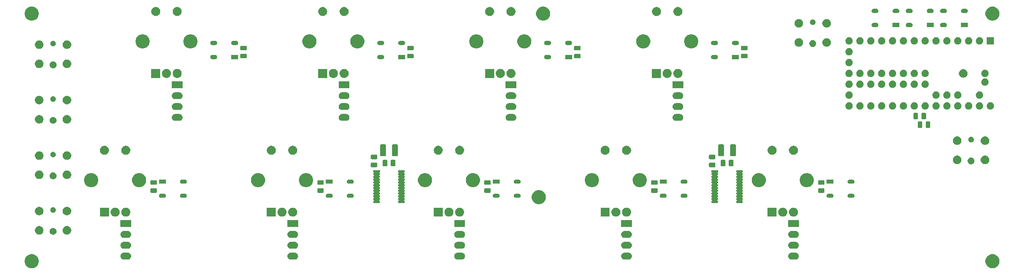
<source format=gts>
G04 #@! TF.GenerationSoftware,KiCad,Pcbnew,(5.1.6)-1*
G04 #@! TF.CreationDate,2020-06-10T05:10:02+10:00*
G04 #@! TF.ProjectId,EncoderBoard,456e636f-6465-4724-926f-6172642e6b69,C*
G04 #@! TF.SameCoordinates,Original*
G04 #@! TF.FileFunction,Soldermask,Top*
G04 #@! TF.FilePolarity,Negative*
%FSLAX46Y46*%
G04 Gerber Fmt 4.6, Leading zero omitted, Abs format (unit mm)*
G04 Created by KiCad (PCBNEW (5.1.6)-1) date 2020-06-10 05:10:02*
%MOMM*%
%LPD*%
G01*
G04 APERTURE LIST*
%ADD10C,0.100000*%
G04 APERTURE END LIST*
D10*
G36*
X248481287Y-79913408D02*
G01*
X248781571Y-80037789D01*
X249051814Y-80218360D01*
X249281640Y-80448186D01*
X249462211Y-80718429D01*
X249586592Y-81018713D01*
X249650000Y-81337489D01*
X249650000Y-81662511D01*
X249586592Y-81981287D01*
X249462211Y-82281571D01*
X249281640Y-82551814D01*
X249051814Y-82781640D01*
X248781571Y-82962211D01*
X248481287Y-83086592D01*
X248162511Y-83150000D01*
X247837489Y-83150000D01*
X247518713Y-83086592D01*
X247218429Y-82962211D01*
X246948186Y-82781640D01*
X246718360Y-82551814D01*
X246537789Y-82281571D01*
X246413408Y-81981287D01*
X246350000Y-81662511D01*
X246350000Y-81337489D01*
X246413408Y-81018713D01*
X246537789Y-80718429D01*
X246718360Y-80448186D01*
X246948186Y-80218360D01*
X247218429Y-80037789D01*
X247518713Y-79913408D01*
X247837489Y-79850000D01*
X248162511Y-79850000D01*
X248481287Y-79913408D01*
G37*
G36*
X23981287Y-79913408D02*
G01*
X24281571Y-80037789D01*
X24551814Y-80218360D01*
X24781640Y-80448186D01*
X24962211Y-80718429D01*
X25086592Y-81018713D01*
X25150000Y-81337489D01*
X25150000Y-81662511D01*
X25086592Y-81981287D01*
X24962211Y-82281571D01*
X24781640Y-82551814D01*
X24551814Y-82781640D01*
X24281571Y-82962211D01*
X23981287Y-83086592D01*
X23662511Y-83150000D01*
X23337489Y-83150000D01*
X23018713Y-83086592D01*
X22718429Y-82962211D01*
X22448186Y-82781640D01*
X22218360Y-82551814D01*
X22037789Y-82281571D01*
X21913408Y-81981287D01*
X21850000Y-81662511D01*
X21850000Y-81337489D01*
X21913408Y-81018713D01*
X22037789Y-80718429D01*
X22218360Y-80448186D01*
X22448186Y-80218360D01*
X22718429Y-80037789D01*
X23018713Y-79913408D01*
X23337489Y-79850000D01*
X23662511Y-79850000D01*
X23981287Y-79913408D01*
G37*
G36*
X46106831Y-79521576D02*
G01*
X46257627Y-79567320D01*
X46396605Y-79641605D01*
X46518422Y-79741578D01*
X46618395Y-79863395D01*
X46692680Y-80002373D01*
X46738424Y-80153169D01*
X46753870Y-80310000D01*
X46738424Y-80466831D01*
X46692680Y-80617627D01*
X46618395Y-80756605D01*
X46518422Y-80878422D01*
X46396605Y-80978395D01*
X46257627Y-81052680D01*
X46106831Y-81098424D01*
X45989293Y-81110000D01*
X45010707Y-81110000D01*
X44893169Y-81098424D01*
X44742373Y-81052680D01*
X44603395Y-80978395D01*
X44481578Y-80878422D01*
X44381605Y-80756605D01*
X44307320Y-80617627D01*
X44261576Y-80466831D01*
X44246130Y-80310000D01*
X44261576Y-80153169D01*
X44307320Y-80002373D01*
X44381605Y-79863395D01*
X44481578Y-79741578D01*
X44603395Y-79641605D01*
X44742373Y-79567320D01*
X44893169Y-79521576D01*
X45010707Y-79510000D01*
X45989293Y-79510000D01*
X46106831Y-79521576D01*
G37*
G36*
X124106831Y-79521576D02*
G01*
X124257627Y-79567320D01*
X124396605Y-79641605D01*
X124518422Y-79741578D01*
X124618395Y-79863395D01*
X124692680Y-80002373D01*
X124738424Y-80153169D01*
X124753870Y-80310000D01*
X124738424Y-80466831D01*
X124692680Y-80617627D01*
X124618395Y-80756605D01*
X124518422Y-80878422D01*
X124396605Y-80978395D01*
X124257627Y-81052680D01*
X124106831Y-81098424D01*
X123989293Y-81110000D01*
X123010707Y-81110000D01*
X122893169Y-81098424D01*
X122742373Y-81052680D01*
X122603395Y-80978395D01*
X122481578Y-80878422D01*
X122381605Y-80756605D01*
X122307320Y-80617627D01*
X122261576Y-80466831D01*
X122246130Y-80310000D01*
X122261576Y-80153169D01*
X122307320Y-80002373D01*
X122381605Y-79863395D01*
X122481578Y-79741578D01*
X122603395Y-79641605D01*
X122742373Y-79567320D01*
X122893169Y-79521576D01*
X123010707Y-79510000D01*
X123989293Y-79510000D01*
X124106831Y-79521576D01*
G37*
G36*
X163106831Y-79521576D02*
G01*
X163257627Y-79567320D01*
X163396605Y-79641605D01*
X163518422Y-79741578D01*
X163618395Y-79863395D01*
X163692680Y-80002373D01*
X163738424Y-80153169D01*
X163753870Y-80310000D01*
X163738424Y-80466831D01*
X163692680Y-80617627D01*
X163618395Y-80756605D01*
X163518422Y-80878422D01*
X163396605Y-80978395D01*
X163257627Y-81052680D01*
X163106831Y-81098424D01*
X162989293Y-81110000D01*
X162010707Y-81110000D01*
X161893169Y-81098424D01*
X161742373Y-81052680D01*
X161603395Y-80978395D01*
X161481578Y-80878422D01*
X161381605Y-80756605D01*
X161307320Y-80617627D01*
X161261576Y-80466831D01*
X161246130Y-80310000D01*
X161261576Y-80153169D01*
X161307320Y-80002373D01*
X161381605Y-79863395D01*
X161481578Y-79741578D01*
X161603395Y-79641605D01*
X161742373Y-79567320D01*
X161893169Y-79521576D01*
X162010707Y-79510000D01*
X162989293Y-79510000D01*
X163106831Y-79521576D01*
G37*
G36*
X202106831Y-79521576D02*
G01*
X202257627Y-79567320D01*
X202396605Y-79641605D01*
X202518422Y-79741578D01*
X202618395Y-79863395D01*
X202692680Y-80002373D01*
X202738424Y-80153169D01*
X202753870Y-80310000D01*
X202738424Y-80466831D01*
X202692680Y-80617627D01*
X202618395Y-80756605D01*
X202518422Y-80878422D01*
X202396605Y-80978395D01*
X202257627Y-81052680D01*
X202106831Y-81098424D01*
X201989293Y-81110000D01*
X201010707Y-81110000D01*
X200893169Y-81098424D01*
X200742373Y-81052680D01*
X200603395Y-80978395D01*
X200481578Y-80878422D01*
X200381605Y-80756605D01*
X200307320Y-80617627D01*
X200261576Y-80466831D01*
X200246130Y-80310000D01*
X200261576Y-80153169D01*
X200307320Y-80002373D01*
X200381605Y-79863395D01*
X200481578Y-79741578D01*
X200603395Y-79641605D01*
X200742373Y-79567320D01*
X200893169Y-79521576D01*
X201010707Y-79510000D01*
X201989293Y-79510000D01*
X202106831Y-79521576D01*
G37*
G36*
X85106831Y-79521576D02*
G01*
X85257627Y-79567320D01*
X85396605Y-79641605D01*
X85518422Y-79741578D01*
X85618395Y-79863395D01*
X85692680Y-80002373D01*
X85738424Y-80153169D01*
X85753870Y-80310000D01*
X85738424Y-80466831D01*
X85692680Y-80617627D01*
X85618395Y-80756605D01*
X85518422Y-80878422D01*
X85396605Y-80978395D01*
X85257627Y-81052680D01*
X85106831Y-81098424D01*
X84989293Y-81110000D01*
X84010707Y-81110000D01*
X83893169Y-81098424D01*
X83742373Y-81052680D01*
X83603395Y-80978395D01*
X83481578Y-80878422D01*
X83381605Y-80756605D01*
X83307320Y-80617627D01*
X83261576Y-80466831D01*
X83246130Y-80310000D01*
X83261576Y-80153169D01*
X83307320Y-80002373D01*
X83381605Y-79863395D01*
X83481578Y-79741578D01*
X83603395Y-79641605D01*
X83742373Y-79567320D01*
X83893169Y-79521576D01*
X84010707Y-79510000D01*
X84989293Y-79510000D01*
X85106831Y-79521576D01*
G37*
G36*
X85106831Y-76981576D02*
G01*
X85257627Y-77027320D01*
X85396605Y-77101605D01*
X85518422Y-77201578D01*
X85618395Y-77323395D01*
X85692680Y-77462373D01*
X85738424Y-77613169D01*
X85753870Y-77770000D01*
X85738424Y-77926831D01*
X85692680Y-78077627D01*
X85618395Y-78216605D01*
X85518422Y-78338422D01*
X85396605Y-78438395D01*
X85257627Y-78512680D01*
X85106831Y-78558424D01*
X84989293Y-78570000D01*
X84010707Y-78570000D01*
X83893169Y-78558424D01*
X83742373Y-78512680D01*
X83603395Y-78438395D01*
X83481578Y-78338422D01*
X83381605Y-78216605D01*
X83307320Y-78077627D01*
X83261576Y-77926831D01*
X83246130Y-77770000D01*
X83261576Y-77613169D01*
X83307320Y-77462373D01*
X83381605Y-77323395D01*
X83481578Y-77201578D01*
X83603395Y-77101605D01*
X83742373Y-77027320D01*
X83893169Y-76981576D01*
X84010707Y-76970000D01*
X84989293Y-76970000D01*
X85106831Y-76981576D01*
G37*
G36*
X202106831Y-76981576D02*
G01*
X202257627Y-77027320D01*
X202396605Y-77101605D01*
X202518422Y-77201578D01*
X202618395Y-77323395D01*
X202692680Y-77462373D01*
X202738424Y-77613169D01*
X202753870Y-77770000D01*
X202738424Y-77926831D01*
X202692680Y-78077627D01*
X202618395Y-78216605D01*
X202518422Y-78338422D01*
X202396605Y-78438395D01*
X202257627Y-78512680D01*
X202106831Y-78558424D01*
X201989293Y-78570000D01*
X201010707Y-78570000D01*
X200893169Y-78558424D01*
X200742373Y-78512680D01*
X200603395Y-78438395D01*
X200481578Y-78338422D01*
X200381605Y-78216605D01*
X200307320Y-78077627D01*
X200261576Y-77926831D01*
X200246130Y-77770000D01*
X200261576Y-77613169D01*
X200307320Y-77462373D01*
X200381605Y-77323395D01*
X200481578Y-77201578D01*
X200603395Y-77101605D01*
X200742373Y-77027320D01*
X200893169Y-76981576D01*
X201010707Y-76970000D01*
X201989293Y-76970000D01*
X202106831Y-76981576D01*
G37*
G36*
X163106831Y-76981576D02*
G01*
X163257627Y-77027320D01*
X163396605Y-77101605D01*
X163518422Y-77201578D01*
X163618395Y-77323395D01*
X163692680Y-77462373D01*
X163738424Y-77613169D01*
X163753870Y-77770000D01*
X163738424Y-77926831D01*
X163692680Y-78077627D01*
X163618395Y-78216605D01*
X163518422Y-78338422D01*
X163396605Y-78438395D01*
X163257627Y-78512680D01*
X163106831Y-78558424D01*
X162989293Y-78570000D01*
X162010707Y-78570000D01*
X161893169Y-78558424D01*
X161742373Y-78512680D01*
X161603395Y-78438395D01*
X161481578Y-78338422D01*
X161381605Y-78216605D01*
X161307320Y-78077627D01*
X161261576Y-77926831D01*
X161246130Y-77770000D01*
X161261576Y-77613169D01*
X161307320Y-77462373D01*
X161381605Y-77323395D01*
X161481578Y-77201578D01*
X161603395Y-77101605D01*
X161742373Y-77027320D01*
X161893169Y-76981576D01*
X162010707Y-76970000D01*
X162989293Y-76970000D01*
X163106831Y-76981576D01*
G37*
G36*
X46106831Y-76981576D02*
G01*
X46257627Y-77027320D01*
X46396605Y-77101605D01*
X46518422Y-77201578D01*
X46618395Y-77323395D01*
X46692680Y-77462373D01*
X46738424Y-77613169D01*
X46753870Y-77770000D01*
X46738424Y-77926831D01*
X46692680Y-78077627D01*
X46618395Y-78216605D01*
X46518422Y-78338422D01*
X46396605Y-78438395D01*
X46257627Y-78512680D01*
X46106831Y-78558424D01*
X45989293Y-78570000D01*
X45010707Y-78570000D01*
X44893169Y-78558424D01*
X44742373Y-78512680D01*
X44603395Y-78438395D01*
X44481578Y-78338422D01*
X44381605Y-78216605D01*
X44307320Y-78077627D01*
X44261576Y-77926831D01*
X44246130Y-77770000D01*
X44261576Y-77613169D01*
X44307320Y-77462373D01*
X44381605Y-77323395D01*
X44481578Y-77201578D01*
X44603395Y-77101605D01*
X44742373Y-77027320D01*
X44893169Y-76981576D01*
X45010707Y-76970000D01*
X45989293Y-76970000D01*
X46106831Y-76981576D01*
G37*
G36*
X124106831Y-76981576D02*
G01*
X124257627Y-77027320D01*
X124396605Y-77101605D01*
X124518422Y-77201578D01*
X124618395Y-77323395D01*
X124692680Y-77462373D01*
X124738424Y-77613169D01*
X124753870Y-77770000D01*
X124738424Y-77926831D01*
X124692680Y-78077627D01*
X124618395Y-78216605D01*
X124518422Y-78338422D01*
X124396605Y-78438395D01*
X124257627Y-78512680D01*
X124106831Y-78558424D01*
X123989293Y-78570000D01*
X123010707Y-78570000D01*
X122893169Y-78558424D01*
X122742373Y-78512680D01*
X122603395Y-78438395D01*
X122481578Y-78338422D01*
X122381605Y-78216605D01*
X122307320Y-78077627D01*
X122261576Y-77926831D01*
X122246130Y-77770000D01*
X122261576Y-77613169D01*
X122307320Y-77462373D01*
X122381605Y-77323395D01*
X122481578Y-77201578D01*
X122603395Y-77101605D01*
X122742373Y-77027320D01*
X122893169Y-76981576D01*
X123010707Y-76970000D01*
X123989293Y-76970000D01*
X124106831Y-76981576D01*
G37*
G36*
X46106831Y-74441576D02*
G01*
X46257627Y-74487320D01*
X46396605Y-74561605D01*
X46518422Y-74661578D01*
X46618395Y-74783395D01*
X46692680Y-74922373D01*
X46738424Y-75073169D01*
X46753870Y-75230000D01*
X46738424Y-75386831D01*
X46692680Y-75537627D01*
X46618395Y-75676605D01*
X46518422Y-75798422D01*
X46396605Y-75898395D01*
X46257627Y-75972680D01*
X46106831Y-76018424D01*
X45989293Y-76030000D01*
X45010707Y-76030000D01*
X44893169Y-76018424D01*
X44742373Y-75972680D01*
X44603395Y-75898395D01*
X44481578Y-75798422D01*
X44381605Y-75676605D01*
X44307320Y-75537627D01*
X44261576Y-75386831D01*
X44246130Y-75230000D01*
X44261576Y-75073169D01*
X44307320Y-74922373D01*
X44381605Y-74783395D01*
X44481578Y-74661578D01*
X44603395Y-74561605D01*
X44742373Y-74487320D01*
X44893169Y-74441576D01*
X45010707Y-74430000D01*
X45989293Y-74430000D01*
X46106831Y-74441576D01*
G37*
G36*
X85106831Y-74441576D02*
G01*
X85257627Y-74487320D01*
X85396605Y-74561605D01*
X85518422Y-74661578D01*
X85618395Y-74783395D01*
X85692680Y-74922373D01*
X85738424Y-75073169D01*
X85753870Y-75230000D01*
X85738424Y-75386831D01*
X85692680Y-75537627D01*
X85618395Y-75676605D01*
X85518422Y-75798422D01*
X85396605Y-75898395D01*
X85257627Y-75972680D01*
X85106831Y-76018424D01*
X84989293Y-76030000D01*
X84010707Y-76030000D01*
X83893169Y-76018424D01*
X83742373Y-75972680D01*
X83603395Y-75898395D01*
X83481578Y-75798422D01*
X83381605Y-75676605D01*
X83307320Y-75537627D01*
X83261576Y-75386831D01*
X83246130Y-75230000D01*
X83261576Y-75073169D01*
X83307320Y-74922373D01*
X83381605Y-74783395D01*
X83481578Y-74661578D01*
X83603395Y-74561605D01*
X83742373Y-74487320D01*
X83893169Y-74441576D01*
X84010707Y-74430000D01*
X84989293Y-74430000D01*
X85106831Y-74441576D01*
G37*
G36*
X163106831Y-74441576D02*
G01*
X163257627Y-74487320D01*
X163396605Y-74561605D01*
X163518422Y-74661578D01*
X163618395Y-74783395D01*
X163692680Y-74922373D01*
X163738424Y-75073169D01*
X163753870Y-75230000D01*
X163738424Y-75386831D01*
X163692680Y-75537627D01*
X163618395Y-75676605D01*
X163518422Y-75798422D01*
X163396605Y-75898395D01*
X163257627Y-75972680D01*
X163106831Y-76018424D01*
X162989293Y-76030000D01*
X162010707Y-76030000D01*
X161893169Y-76018424D01*
X161742373Y-75972680D01*
X161603395Y-75898395D01*
X161481578Y-75798422D01*
X161381605Y-75676605D01*
X161307320Y-75537627D01*
X161261576Y-75386831D01*
X161246130Y-75230000D01*
X161261576Y-75073169D01*
X161307320Y-74922373D01*
X161381605Y-74783395D01*
X161481578Y-74661578D01*
X161603395Y-74561605D01*
X161742373Y-74487320D01*
X161893169Y-74441576D01*
X162010707Y-74430000D01*
X162989293Y-74430000D01*
X163106831Y-74441576D01*
G37*
G36*
X202106831Y-74441576D02*
G01*
X202257627Y-74487320D01*
X202396605Y-74561605D01*
X202518422Y-74661578D01*
X202618395Y-74783395D01*
X202692680Y-74922373D01*
X202738424Y-75073169D01*
X202753870Y-75230000D01*
X202738424Y-75386831D01*
X202692680Y-75537627D01*
X202618395Y-75676605D01*
X202518422Y-75798422D01*
X202396605Y-75898395D01*
X202257627Y-75972680D01*
X202106831Y-76018424D01*
X201989293Y-76030000D01*
X201010707Y-76030000D01*
X200893169Y-76018424D01*
X200742373Y-75972680D01*
X200603395Y-75898395D01*
X200481578Y-75798422D01*
X200381605Y-75676605D01*
X200307320Y-75537627D01*
X200261576Y-75386831D01*
X200246130Y-75230000D01*
X200261576Y-75073169D01*
X200307320Y-74922373D01*
X200381605Y-74783395D01*
X200481578Y-74661578D01*
X200603395Y-74561605D01*
X200742373Y-74487320D01*
X200893169Y-74441576D01*
X201010707Y-74430000D01*
X201989293Y-74430000D01*
X202106831Y-74441576D01*
G37*
G36*
X124106831Y-74441576D02*
G01*
X124257627Y-74487320D01*
X124396605Y-74561605D01*
X124518422Y-74661578D01*
X124618395Y-74783395D01*
X124692680Y-74922373D01*
X124738424Y-75073169D01*
X124753870Y-75230000D01*
X124738424Y-75386831D01*
X124692680Y-75537627D01*
X124618395Y-75676605D01*
X124518422Y-75798422D01*
X124396605Y-75898395D01*
X124257627Y-75972680D01*
X124106831Y-76018424D01*
X123989293Y-76030000D01*
X123010707Y-76030000D01*
X122893169Y-76018424D01*
X122742373Y-75972680D01*
X122603395Y-75898395D01*
X122481578Y-75798422D01*
X122381605Y-75676605D01*
X122307320Y-75537627D01*
X122261576Y-75386831D01*
X122246130Y-75230000D01*
X122261576Y-75073169D01*
X122307320Y-74922373D01*
X122381605Y-74783395D01*
X122481578Y-74661578D01*
X122603395Y-74561605D01*
X122742373Y-74487320D01*
X122893169Y-74441576D01*
X123010707Y-74430000D01*
X123989293Y-74430000D01*
X124106831Y-74441576D01*
G37*
G36*
X28733351Y-73730743D02*
G01*
X28878945Y-73791050D01*
X29009971Y-73878599D01*
X29121401Y-73990029D01*
X29208950Y-74121055D01*
X29269257Y-74266649D01*
X29300000Y-74421206D01*
X29300000Y-74578794D01*
X29269257Y-74733351D01*
X29208950Y-74878945D01*
X29121401Y-75009971D01*
X29009971Y-75121401D01*
X28878945Y-75208950D01*
X28733351Y-75269257D01*
X28578794Y-75300000D01*
X28421206Y-75300000D01*
X28266649Y-75269257D01*
X28121055Y-75208950D01*
X27990029Y-75121401D01*
X27878599Y-75009971D01*
X27791050Y-74878945D01*
X27730743Y-74733351D01*
X27700000Y-74578794D01*
X27700000Y-74421206D01*
X27730743Y-74266649D01*
X27791050Y-74121055D01*
X27878599Y-73990029D01*
X27990029Y-73878599D01*
X28121055Y-73791050D01*
X28266649Y-73730743D01*
X28421206Y-73700000D01*
X28578794Y-73700000D01*
X28733351Y-73730743D01*
G37*
G36*
X25541689Y-73288429D02*
G01*
X25723678Y-73363811D01*
X25887463Y-73473249D01*
X26026751Y-73612537D01*
X26136189Y-73776322D01*
X26211571Y-73958311D01*
X26250000Y-74151509D01*
X26250000Y-74348491D01*
X26211571Y-74541689D01*
X26136189Y-74723678D01*
X26026751Y-74887463D01*
X25887463Y-75026751D01*
X25723678Y-75136189D01*
X25541689Y-75211571D01*
X25348491Y-75250000D01*
X25151509Y-75250000D01*
X24958311Y-75211571D01*
X24776322Y-75136189D01*
X24612537Y-75026751D01*
X24473249Y-74887463D01*
X24363811Y-74723678D01*
X24288429Y-74541689D01*
X24250000Y-74348491D01*
X24250000Y-74151509D01*
X24288429Y-73958311D01*
X24363811Y-73776322D01*
X24473249Y-73612537D01*
X24612537Y-73473249D01*
X24776322Y-73363811D01*
X24958311Y-73288429D01*
X25151509Y-73250000D01*
X25348491Y-73250000D01*
X25541689Y-73288429D01*
G37*
G36*
X32041689Y-73288429D02*
G01*
X32223678Y-73363811D01*
X32387463Y-73473249D01*
X32526751Y-73612537D01*
X32636189Y-73776322D01*
X32711571Y-73958311D01*
X32750000Y-74151509D01*
X32750000Y-74348491D01*
X32711571Y-74541689D01*
X32636189Y-74723678D01*
X32526751Y-74887463D01*
X32387463Y-75026751D01*
X32223678Y-75136189D01*
X32041689Y-75211571D01*
X31848491Y-75250000D01*
X31651509Y-75250000D01*
X31458311Y-75211571D01*
X31276322Y-75136189D01*
X31112537Y-75026751D01*
X30973249Y-74887463D01*
X30863811Y-74723678D01*
X30788429Y-74541689D01*
X30750000Y-74348491D01*
X30750000Y-74151509D01*
X30788429Y-73958311D01*
X30863811Y-73776322D01*
X30973249Y-73612537D01*
X31112537Y-73473249D01*
X31276322Y-73363811D01*
X31458311Y-73288429D01*
X31651509Y-73250000D01*
X31848491Y-73250000D01*
X32041689Y-73288429D01*
G37*
G36*
X85750000Y-73490000D02*
G01*
X83250000Y-73490000D01*
X83250000Y-71890000D01*
X85750000Y-71890000D01*
X85750000Y-73490000D01*
G37*
G36*
X46750000Y-73490000D02*
G01*
X44250000Y-73490000D01*
X44250000Y-71890000D01*
X46750000Y-71890000D01*
X46750000Y-73490000D01*
G37*
G36*
X163750000Y-73490000D02*
G01*
X161250000Y-73490000D01*
X161250000Y-71890000D01*
X163750000Y-71890000D01*
X163750000Y-73490000D01*
G37*
G36*
X124750000Y-73490000D02*
G01*
X122250000Y-73490000D01*
X122250000Y-71890000D01*
X124750000Y-71890000D01*
X124750000Y-73490000D01*
G37*
G36*
X202750000Y-73490000D02*
G01*
X200250000Y-73490000D01*
X200250000Y-71890000D01*
X202750000Y-71890000D01*
X202750000Y-73490000D01*
G37*
G36*
X82306274Y-68990350D02*
G01*
X82497362Y-69069502D01*
X82497364Y-69069503D01*
X82521528Y-69085649D01*
X82669336Y-69184411D01*
X82815589Y-69330664D01*
X82930498Y-69502638D01*
X83009650Y-69693726D01*
X83050000Y-69896584D01*
X83050000Y-70103416D01*
X83009650Y-70306274D01*
X82930498Y-70497362D01*
X82815589Y-70669336D01*
X82669336Y-70815589D01*
X82540648Y-70901575D01*
X82497364Y-70930497D01*
X82497363Y-70930498D01*
X82497362Y-70930498D01*
X82306274Y-71009650D01*
X82103416Y-71050000D01*
X81896584Y-71050000D01*
X81693726Y-71009650D01*
X81502638Y-70930498D01*
X81502637Y-70930498D01*
X81502636Y-70930497D01*
X81459352Y-70901575D01*
X81330664Y-70815589D01*
X81184411Y-70669336D01*
X81069502Y-70497362D01*
X80990350Y-70306274D01*
X80950000Y-70103416D01*
X80950000Y-69896584D01*
X80990350Y-69693726D01*
X81069502Y-69502638D01*
X81184411Y-69330664D01*
X81330664Y-69184411D01*
X81478472Y-69085649D01*
X81502636Y-69069503D01*
X81502638Y-69069502D01*
X81693726Y-68990350D01*
X81896584Y-68950000D01*
X82103416Y-68950000D01*
X82306274Y-68990350D01*
G37*
G36*
X43306274Y-68990350D02*
G01*
X43497362Y-69069502D01*
X43497364Y-69069503D01*
X43521528Y-69085649D01*
X43669336Y-69184411D01*
X43815589Y-69330664D01*
X43930498Y-69502638D01*
X44009650Y-69693726D01*
X44050000Y-69896584D01*
X44050000Y-70103416D01*
X44009650Y-70306274D01*
X43930498Y-70497362D01*
X43815589Y-70669336D01*
X43669336Y-70815589D01*
X43540648Y-70901575D01*
X43497364Y-70930497D01*
X43497363Y-70930498D01*
X43497362Y-70930498D01*
X43306274Y-71009650D01*
X43103416Y-71050000D01*
X42896584Y-71050000D01*
X42693726Y-71009650D01*
X42502638Y-70930498D01*
X42502637Y-70930498D01*
X42502636Y-70930497D01*
X42459352Y-70901575D01*
X42330664Y-70815589D01*
X42184411Y-70669336D01*
X42069502Y-70497362D01*
X41990350Y-70306274D01*
X41950000Y-70103416D01*
X41950000Y-69896584D01*
X41990350Y-69693726D01*
X42069502Y-69502638D01*
X42184411Y-69330664D01*
X42330664Y-69184411D01*
X42478472Y-69085649D01*
X42502636Y-69069503D01*
X42502638Y-69069502D01*
X42693726Y-68990350D01*
X42896584Y-68950000D01*
X43103416Y-68950000D01*
X43306274Y-68990350D01*
G37*
G36*
X197550000Y-71050000D02*
G01*
X195450000Y-71050000D01*
X195450000Y-68950000D01*
X197550000Y-68950000D01*
X197550000Y-71050000D01*
G37*
G36*
X45806274Y-68990350D02*
G01*
X45997362Y-69069502D01*
X45997364Y-69069503D01*
X46021528Y-69085649D01*
X46169336Y-69184411D01*
X46315589Y-69330664D01*
X46430498Y-69502638D01*
X46509650Y-69693726D01*
X46550000Y-69896584D01*
X46550000Y-70103416D01*
X46509650Y-70306274D01*
X46430498Y-70497362D01*
X46315589Y-70669336D01*
X46169336Y-70815589D01*
X46040648Y-70901575D01*
X45997364Y-70930497D01*
X45997363Y-70930498D01*
X45997362Y-70930498D01*
X45806274Y-71009650D01*
X45603416Y-71050000D01*
X45396584Y-71050000D01*
X45193726Y-71009650D01*
X45002638Y-70930498D01*
X45002637Y-70930498D01*
X45002636Y-70930497D01*
X44959352Y-70901575D01*
X44830664Y-70815589D01*
X44684411Y-70669336D01*
X44569502Y-70497362D01*
X44490350Y-70306274D01*
X44450000Y-70103416D01*
X44450000Y-69896584D01*
X44490350Y-69693726D01*
X44569502Y-69502638D01*
X44684411Y-69330664D01*
X44830664Y-69184411D01*
X44978472Y-69085649D01*
X45002636Y-69069503D01*
X45002638Y-69069502D01*
X45193726Y-68990350D01*
X45396584Y-68950000D01*
X45603416Y-68950000D01*
X45806274Y-68990350D01*
G37*
G36*
X41550000Y-71050000D02*
G01*
X39450000Y-71050000D01*
X39450000Y-68950000D01*
X41550000Y-68950000D01*
X41550000Y-71050000D01*
G37*
G36*
X84806274Y-68990350D02*
G01*
X84997362Y-69069502D01*
X84997364Y-69069503D01*
X85021528Y-69085649D01*
X85169336Y-69184411D01*
X85315589Y-69330664D01*
X85430498Y-69502638D01*
X85509650Y-69693726D01*
X85550000Y-69896584D01*
X85550000Y-70103416D01*
X85509650Y-70306274D01*
X85430498Y-70497362D01*
X85315589Y-70669336D01*
X85169336Y-70815589D01*
X85040648Y-70901575D01*
X84997364Y-70930497D01*
X84997363Y-70930498D01*
X84997362Y-70930498D01*
X84806274Y-71009650D01*
X84603416Y-71050000D01*
X84396584Y-71050000D01*
X84193726Y-71009650D01*
X84002638Y-70930498D01*
X84002637Y-70930498D01*
X84002636Y-70930497D01*
X83959352Y-70901575D01*
X83830664Y-70815589D01*
X83684411Y-70669336D01*
X83569502Y-70497362D01*
X83490350Y-70306274D01*
X83450000Y-70103416D01*
X83450000Y-69896584D01*
X83490350Y-69693726D01*
X83569502Y-69502638D01*
X83684411Y-69330664D01*
X83830664Y-69184411D01*
X83978472Y-69085649D01*
X84002636Y-69069503D01*
X84002638Y-69069502D01*
X84193726Y-68990350D01*
X84396584Y-68950000D01*
X84603416Y-68950000D01*
X84806274Y-68990350D01*
G37*
G36*
X80550000Y-71050000D02*
G01*
X78450000Y-71050000D01*
X78450000Y-68950000D01*
X80550000Y-68950000D01*
X80550000Y-71050000D01*
G37*
G36*
X121306274Y-68990350D02*
G01*
X121497362Y-69069502D01*
X121497364Y-69069503D01*
X121521528Y-69085649D01*
X121669336Y-69184411D01*
X121815589Y-69330664D01*
X121930498Y-69502638D01*
X122009650Y-69693726D01*
X122050000Y-69896584D01*
X122050000Y-70103416D01*
X122009650Y-70306274D01*
X121930498Y-70497362D01*
X121815589Y-70669336D01*
X121669336Y-70815589D01*
X121540648Y-70901575D01*
X121497364Y-70930497D01*
X121497363Y-70930498D01*
X121497362Y-70930498D01*
X121306274Y-71009650D01*
X121103416Y-71050000D01*
X120896584Y-71050000D01*
X120693726Y-71009650D01*
X120502638Y-70930498D01*
X120502637Y-70930498D01*
X120502636Y-70930497D01*
X120459352Y-70901575D01*
X120330664Y-70815589D01*
X120184411Y-70669336D01*
X120069502Y-70497362D01*
X119990350Y-70306274D01*
X119950000Y-70103416D01*
X119950000Y-69896584D01*
X119990350Y-69693726D01*
X120069502Y-69502638D01*
X120184411Y-69330664D01*
X120330664Y-69184411D01*
X120478472Y-69085649D01*
X120502636Y-69069503D01*
X120502638Y-69069502D01*
X120693726Y-68990350D01*
X120896584Y-68950000D01*
X121103416Y-68950000D01*
X121306274Y-68990350D01*
G37*
G36*
X199306274Y-68990350D02*
G01*
X199497362Y-69069502D01*
X199497364Y-69069503D01*
X199521528Y-69085649D01*
X199669336Y-69184411D01*
X199815589Y-69330664D01*
X199930498Y-69502638D01*
X200009650Y-69693726D01*
X200050000Y-69896584D01*
X200050000Y-70103416D01*
X200009650Y-70306274D01*
X199930498Y-70497362D01*
X199815589Y-70669336D01*
X199669336Y-70815589D01*
X199540648Y-70901575D01*
X199497364Y-70930497D01*
X199497363Y-70930498D01*
X199497362Y-70930498D01*
X199306274Y-71009650D01*
X199103416Y-71050000D01*
X198896584Y-71050000D01*
X198693726Y-71009650D01*
X198502638Y-70930498D01*
X198502637Y-70930498D01*
X198502636Y-70930497D01*
X198459352Y-70901575D01*
X198330664Y-70815589D01*
X198184411Y-70669336D01*
X198069502Y-70497362D01*
X197990350Y-70306274D01*
X197950000Y-70103416D01*
X197950000Y-69896584D01*
X197990350Y-69693726D01*
X198069502Y-69502638D01*
X198184411Y-69330664D01*
X198330664Y-69184411D01*
X198478472Y-69085649D01*
X198502636Y-69069503D01*
X198502638Y-69069502D01*
X198693726Y-68990350D01*
X198896584Y-68950000D01*
X199103416Y-68950000D01*
X199306274Y-68990350D01*
G37*
G36*
X119550000Y-71050000D02*
G01*
X117450000Y-71050000D01*
X117450000Y-68950000D01*
X119550000Y-68950000D01*
X119550000Y-71050000D01*
G37*
G36*
X162806274Y-68990350D02*
G01*
X162997362Y-69069502D01*
X162997364Y-69069503D01*
X163021528Y-69085649D01*
X163169336Y-69184411D01*
X163315589Y-69330664D01*
X163430498Y-69502638D01*
X163509650Y-69693726D01*
X163550000Y-69896584D01*
X163550000Y-70103416D01*
X163509650Y-70306274D01*
X163430498Y-70497362D01*
X163315589Y-70669336D01*
X163169336Y-70815589D01*
X163040648Y-70901575D01*
X162997364Y-70930497D01*
X162997363Y-70930498D01*
X162997362Y-70930498D01*
X162806274Y-71009650D01*
X162603416Y-71050000D01*
X162396584Y-71050000D01*
X162193726Y-71009650D01*
X162002638Y-70930498D01*
X162002637Y-70930498D01*
X162002636Y-70930497D01*
X161959352Y-70901575D01*
X161830664Y-70815589D01*
X161684411Y-70669336D01*
X161569502Y-70497362D01*
X161490350Y-70306274D01*
X161450000Y-70103416D01*
X161450000Y-69896584D01*
X161490350Y-69693726D01*
X161569502Y-69502638D01*
X161684411Y-69330664D01*
X161830664Y-69184411D01*
X161978472Y-69085649D01*
X162002636Y-69069503D01*
X162002638Y-69069502D01*
X162193726Y-68990350D01*
X162396584Y-68950000D01*
X162603416Y-68950000D01*
X162806274Y-68990350D01*
G37*
G36*
X160306274Y-68990350D02*
G01*
X160497362Y-69069502D01*
X160497364Y-69069503D01*
X160521528Y-69085649D01*
X160669336Y-69184411D01*
X160815589Y-69330664D01*
X160930498Y-69502638D01*
X161009650Y-69693726D01*
X161050000Y-69896584D01*
X161050000Y-70103416D01*
X161009650Y-70306274D01*
X160930498Y-70497362D01*
X160815589Y-70669336D01*
X160669336Y-70815589D01*
X160540648Y-70901575D01*
X160497364Y-70930497D01*
X160497363Y-70930498D01*
X160497362Y-70930498D01*
X160306274Y-71009650D01*
X160103416Y-71050000D01*
X159896584Y-71050000D01*
X159693726Y-71009650D01*
X159502638Y-70930498D01*
X159502637Y-70930498D01*
X159502636Y-70930497D01*
X159459352Y-70901575D01*
X159330664Y-70815589D01*
X159184411Y-70669336D01*
X159069502Y-70497362D01*
X158990350Y-70306274D01*
X158950000Y-70103416D01*
X158950000Y-69896584D01*
X158990350Y-69693726D01*
X159069502Y-69502638D01*
X159184411Y-69330664D01*
X159330664Y-69184411D01*
X159478472Y-69085649D01*
X159502636Y-69069503D01*
X159502638Y-69069502D01*
X159693726Y-68990350D01*
X159896584Y-68950000D01*
X160103416Y-68950000D01*
X160306274Y-68990350D01*
G37*
G36*
X158550000Y-71050000D02*
G01*
X156450000Y-71050000D01*
X156450000Y-68950000D01*
X158550000Y-68950000D01*
X158550000Y-71050000D01*
G37*
G36*
X201806274Y-68990350D02*
G01*
X201997362Y-69069502D01*
X201997364Y-69069503D01*
X202021528Y-69085649D01*
X202169336Y-69184411D01*
X202315589Y-69330664D01*
X202430498Y-69502638D01*
X202509650Y-69693726D01*
X202550000Y-69896584D01*
X202550000Y-70103416D01*
X202509650Y-70306274D01*
X202430498Y-70497362D01*
X202315589Y-70669336D01*
X202169336Y-70815589D01*
X202040648Y-70901575D01*
X201997364Y-70930497D01*
X201997363Y-70930498D01*
X201997362Y-70930498D01*
X201806274Y-71009650D01*
X201603416Y-71050000D01*
X201396584Y-71050000D01*
X201193726Y-71009650D01*
X201002638Y-70930498D01*
X201002637Y-70930498D01*
X201002636Y-70930497D01*
X200959352Y-70901575D01*
X200830664Y-70815589D01*
X200684411Y-70669336D01*
X200569502Y-70497362D01*
X200490350Y-70306274D01*
X200450000Y-70103416D01*
X200450000Y-69896584D01*
X200490350Y-69693726D01*
X200569502Y-69502638D01*
X200684411Y-69330664D01*
X200830664Y-69184411D01*
X200978472Y-69085649D01*
X201002636Y-69069503D01*
X201002638Y-69069502D01*
X201193726Y-68990350D01*
X201396584Y-68950000D01*
X201603416Y-68950000D01*
X201806274Y-68990350D01*
G37*
G36*
X123806274Y-68990350D02*
G01*
X123997362Y-69069502D01*
X123997364Y-69069503D01*
X124021528Y-69085649D01*
X124169336Y-69184411D01*
X124315589Y-69330664D01*
X124430498Y-69502638D01*
X124509650Y-69693726D01*
X124550000Y-69896584D01*
X124550000Y-70103416D01*
X124509650Y-70306274D01*
X124430498Y-70497362D01*
X124315589Y-70669336D01*
X124169336Y-70815589D01*
X124040648Y-70901575D01*
X123997364Y-70930497D01*
X123997363Y-70930498D01*
X123997362Y-70930498D01*
X123806274Y-71009650D01*
X123603416Y-71050000D01*
X123396584Y-71050000D01*
X123193726Y-71009650D01*
X123002638Y-70930498D01*
X123002637Y-70930498D01*
X123002636Y-70930497D01*
X122959352Y-70901575D01*
X122830664Y-70815589D01*
X122684411Y-70669336D01*
X122569502Y-70497362D01*
X122490350Y-70306274D01*
X122450000Y-70103416D01*
X122450000Y-69896584D01*
X122490350Y-69693726D01*
X122569502Y-69502638D01*
X122684411Y-69330664D01*
X122830664Y-69184411D01*
X122978472Y-69085649D01*
X123002636Y-69069503D01*
X123002638Y-69069502D01*
X123193726Y-68990350D01*
X123396584Y-68950000D01*
X123603416Y-68950000D01*
X123806274Y-68990350D01*
G37*
G36*
X32041689Y-68788429D02*
G01*
X32223678Y-68863811D01*
X32387463Y-68973249D01*
X32526751Y-69112537D01*
X32636189Y-69276322D01*
X32711571Y-69458311D01*
X32750000Y-69651509D01*
X32750000Y-69848491D01*
X32711571Y-70041689D01*
X32636189Y-70223678D01*
X32526751Y-70387463D01*
X32387463Y-70526751D01*
X32223678Y-70636189D01*
X32041689Y-70711571D01*
X31848491Y-70750000D01*
X31651509Y-70750000D01*
X31458311Y-70711571D01*
X31276322Y-70636189D01*
X31112537Y-70526751D01*
X30973249Y-70387463D01*
X30863811Y-70223678D01*
X30788429Y-70041689D01*
X30750000Y-69848491D01*
X30750000Y-69651509D01*
X30788429Y-69458311D01*
X30863811Y-69276322D01*
X30973249Y-69112537D01*
X31112537Y-68973249D01*
X31276322Y-68863811D01*
X31458311Y-68788429D01*
X31651509Y-68750000D01*
X31848491Y-68750000D01*
X32041689Y-68788429D01*
G37*
G36*
X25541689Y-68788429D02*
G01*
X25723678Y-68863811D01*
X25887463Y-68973249D01*
X26026751Y-69112537D01*
X26136189Y-69276322D01*
X26211571Y-69458311D01*
X26250000Y-69651509D01*
X26250000Y-69848491D01*
X26211571Y-70041689D01*
X26136189Y-70223678D01*
X26026751Y-70387463D01*
X25887463Y-70526751D01*
X25723678Y-70636189D01*
X25541689Y-70711571D01*
X25348491Y-70750000D01*
X25151509Y-70750000D01*
X24958311Y-70711571D01*
X24776322Y-70636189D01*
X24612537Y-70526751D01*
X24473249Y-70387463D01*
X24363811Y-70223678D01*
X24288429Y-70041689D01*
X24250000Y-69848491D01*
X24250000Y-69651509D01*
X24288429Y-69458311D01*
X24363811Y-69276322D01*
X24473249Y-69112537D01*
X24612537Y-68973249D01*
X24776322Y-68863811D01*
X24958311Y-68788429D01*
X25151509Y-68750000D01*
X25348491Y-68750000D01*
X25541689Y-68788429D01*
G37*
G36*
X28689598Y-68874979D02*
G01*
X28807893Y-68923978D01*
X28914351Y-68995111D01*
X29004889Y-69085649D01*
X29076022Y-69192107D01*
X29125021Y-69310402D01*
X29150000Y-69435981D01*
X29150000Y-69564019D01*
X29125021Y-69689598D01*
X29076022Y-69807893D01*
X29004889Y-69914351D01*
X28914351Y-70004889D01*
X28807893Y-70076022D01*
X28689598Y-70125021D01*
X28564019Y-70150000D01*
X28435981Y-70150000D01*
X28310402Y-70125021D01*
X28192107Y-70076022D01*
X28085649Y-70004889D01*
X27995111Y-69914351D01*
X27923978Y-69807893D01*
X27874979Y-69689598D01*
X27850000Y-69564019D01*
X27850000Y-69435981D01*
X27874979Y-69310402D01*
X27923978Y-69192107D01*
X27995111Y-69085649D01*
X28085649Y-68995111D01*
X28192107Y-68923978D01*
X28310402Y-68874979D01*
X28435981Y-68850000D01*
X28564019Y-68850000D01*
X28689598Y-68874979D01*
G37*
G36*
X142481287Y-64913408D02*
G01*
X142781571Y-65037789D01*
X143051814Y-65218360D01*
X143281640Y-65448186D01*
X143462211Y-65718429D01*
X143586592Y-66018713D01*
X143650000Y-66337489D01*
X143650000Y-66662511D01*
X143586592Y-66981287D01*
X143462211Y-67281571D01*
X143281640Y-67551814D01*
X143051814Y-67781640D01*
X142781571Y-67962211D01*
X142481287Y-68086592D01*
X142162511Y-68150000D01*
X141837489Y-68150000D01*
X141518713Y-68086592D01*
X141218429Y-67962211D01*
X140948186Y-67781640D01*
X140718360Y-67551814D01*
X140537789Y-67281571D01*
X140413408Y-66981287D01*
X140350000Y-66662511D01*
X140350000Y-66337489D01*
X140413408Y-66018713D01*
X140537789Y-65718429D01*
X140718360Y-65448186D01*
X140948186Y-65218360D01*
X141218429Y-65037789D01*
X141518713Y-64913408D01*
X141837489Y-64850000D01*
X142162511Y-64850000D01*
X142481287Y-64913408D01*
G37*
G36*
X189478909Y-60153980D02*
G01*
X189530747Y-60169704D01*
X189530750Y-60169706D01*
X189530751Y-60169706D01*
X189578520Y-60195239D01*
X189578522Y-60195240D01*
X189578521Y-60195240D01*
X189620395Y-60229605D01*
X189654760Y-60271479D01*
X189680296Y-60319253D01*
X189696020Y-60371091D01*
X189701330Y-60425000D01*
X189696020Y-60478909D01*
X189680296Y-60530747D01*
X189680294Y-60530750D01*
X189680294Y-60530751D01*
X189654761Y-60578520D01*
X189620395Y-60620395D01*
X189578520Y-60654761D01*
X189524448Y-60683663D01*
X189523942Y-60683873D01*
X189511722Y-60692047D01*
X189501330Y-60702448D01*
X189493168Y-60714676D01*
X189487547Y-60728262D01*
X189484686Y-60742683D01*
X189484693Y-60757385D01*
X189487567Y-60771804D01*
X189493200Y-60785385D01*
X189501374Y-60797605D01*
X189511775Y-60807997D01*
X189524003Y-60816159D01*
X189524501Y-60816366D01*
X189530745Y-60819703D01*
X189530747Y-60819704D01*
X189554724Y-60832520D01*
X189578520Y-60845239D01*
X189620395Y-60879605D01*
X189654761Y-60921480D01*
X189680294Y-60969249D01*
X189680296Y-60969253D01*
X189696020Y-61021091D01*
X189701330Y-61075000D01*
X189696020Y-61128909D01*
X189680296Y-61180747D01*
X189680294Y-61180750D01*
X189680294Y-61180751D01*
X189654761Y-61228520D01*
X189620395Y-61270395D01*
X189578520Y-61304761D01*
X189524448Y-61333663D01*
X189523942Y-61333873D01*
X189511722Y-61342047D01*
X189501330Y-61352448D01*
X189493168Y-61364676D01*
X189487547Y-61378262D01*
X189484686Y-61392683D01*
X189484693Y-61407385D01*
X189487567Y-61421804D01*
X189493200Y-61435385D01*
X189501374Y-61447605D01*
X189511775Y-61457997D01*
X189524003Y-61466159D01*
X189524501Y-61466366D01*
X189530745Y-61469703D01*
X189530747Y-61469704D01*
X189554724Y-61482520D01*
X189578520Y-61495239D01*
X189620395Y-61529605D01*
X189654761Y-61571480D01*
X189658670Y-61578794D01*
X189680296Y-61619253D01*
X189696020Y-61671091D01*
X189701330Y-61725000D01*
X189696020Y-61778909D01*
X189680296Y-61830747D01*
X189680294Y-61830750D01*
X189680294Y-61830751D01*
X189654761Y-61878520D01*
X189620395Y-61920395D01*
X189578520Y-61954761D01*
X189524448Y-61983663D01*
X189523942Y-61983873D01*
X189511722Y-61992047D01*
X189501330Y-62002448D01*
X189493168Y-62014676D01*
X189487547Y-62028262D01*
X189484686Y-62042683D01*
X189484693Y-62057385D01*
X189487567Y-62071804D01*
X189493200Y-62085385D01*
X189501374Y-62097605D01*
X189511775Y-62107997D01*
X189524003Y-62116159D01*
X189524501Y-62116366D01*
X189530745Y-62119703D01*
X189530747Y-62119704D01*
X189554724Y-62132520D01*
X189578520Y-62145239D01*
X189578522Y-62145240D01*
X189578521Y-62145240D01*
X189620395Y-62179605D01*
X189654760Y-62221479D01*
X189680296Y-62269253D01*
X189696020Y-62321091D01*
X189701330Y-62375000D01*
X189696020Y-62428909D01*
X189680296Y-62480747D01*
X189680294Y-62480750D01*
X189680294Y-62480751D01*
X189654761Y-62528520D01*
X189620395Y-62570395D01*
X189578520Y-62604761D01*
X189524448Y-62633663D01*
X189523942Y-62633873D01*
X189511722Y-62642047D01*
X189501330Y-62652448D01*
X189493168Y-62664676D01*
X189487547Y-62678262D01*
X189484686Y-62692683D01*
X189484693Y-62707385D01*
X189487567Y-62721804D01*
X189493200Y-62735385D01*
X189501374Y-62747605D01*
X189511775Y-62757997D01*
X189524003Y-62766159D01*
X189524501Y-62766366D01*
X189530745Y-62769703D01*
X189530747Y-62769704D01*
X189554724Y-62782520D01*
X189578520Y-62795239D01*
X189578522Y-62795240D01*
X189578521Y-62795240D01*
X189620395Y-62829605D01*
X189654760Y-62871479D01*
X189680296Y-62919253D01*
X189696020Y-62971091D01*
X189701330Y-63025000D01*
X189696020Y-63078909D01*
X189680296Y-63130747D01*
X189680294Y-63130750D01*
X189680294Y-63130751D01*
X189654761Y-63178520D01*
X189620395Y-63220395D01*
X189578520Y-63254761D01*
X189524448Y-63283663D01*
X189523942Y-63283873D01*
X189511722Y-63292047D01*
X189501330Y-63302448D01*
X189493168Y-63314676D01*
X189487547Y-63328262D01*
X189484686Y-63342683D01*
X189484693Y-63357385D01*
X189487567Y-63371804D01*
X189493200Y-63385385D01*
X189501374Y-63397605D01*
X189511775Y-63407997D01*
X189524003Y-63416159D01*
X189524501Y-63416366D01*
X189530745Y-63419703D01*
X189530747Y-63419704D01*
X189554724Y-63432520D01*
X189578520Y-63445239D01*
X189578522Y-63445240D01*
X189578521Y-63445240D01*
X189620395Y-63479605D01*
X189654760Y-63521479D01*
X189680296Y-63569253D01*
X189696020Y-63621091D01*
X189701330Y-63675000D01*
X189696020Y-63728909D01*
X189680296Y-63780747D01*
X189680294Y-63780750D01*
X189680294Y-63780751D01*
X189654761Y-63828520D01*
X189620395Y-63870395D01*
X189578520Y-63904761D01*
X189524448Y-63933663D01*
X189523942Y-63933873D01*
X189511722Y-63942047D01*
X189501330Y-63952448D01*
X189493168Y-63964676D01*
X189487547Y-63978262D01*
X189484686Y-63992683D01*
X189484693Y-64007385D01*
X189487567Y-64021804D01*
X189493200Y-64035385D01*
X189501374Y-64047605D01*
X189511775Y-64057997D01*
X189524003Y-64066159D01*
X189524501Y-64066366D01*
X189530745Y-64069703D01*
X189530747Y-64069704D01*
X189554724Y-64082520D01*
X189578520Y-64095239D01*
X189578522Y-64095240D01*
X189578521Y-64095240D01*
X189620395Y-64129605D01*
X189654760Y-64171479D01*
X189680296Y-64219253D01*
X189696020Y-64271091D01*
X189701330Y-64325000D01*
X189696020Y-64378909D01*
X189680296Y-64430747D01*
X189680294Y-64430750D01*
X189680294Y-64430751D01*
X189654761Y-64478520D01*
X189620395Y-64520395D01*
X189578520Y-64554761D01*
X189524448Y-64583663D01*
X189523942Y-64583873D01*
X189511722Y-64592047D01*
X189501330Y-64602448D01*
X189493168Y-64614676D01*
X189487547Y-64628262D01*
X189484686Y-64642683D01*
X189484693Y-64657385D01*
X189487567Y-64671804D01*
X189493200Y-64685385D01*
X189501374Y-64697605D01*
X189511775Y-64707997D01*
X189524003Y-64716159D01*
X189524501Y-64716366D01*
X189530745Y-64719703D01*
X189530747Y-64719704D01*
X189554724Y-64732520D01*
X189578520Y-64745239D01*
X189578522Y-64745240D01*
X189578521Y-64745240D01*
X189620395Y-64779605D01*
X189654760Y-64821479D01*
X189680296Y-64869253D01*
X189696020Y-64921091D01*
X189701330Y-64975000D01*
X189696020Y-65028909D01*
X189680296Y-65080747D01*
X189680294Y-65080750D01*
X189680294Y-65080751D01*
X189654761Y-65128520D01*
X189620395Y-65170395D01*
X189578520Y-65204761D01*
X189524448Y-65233663D01*
X189523942Y-65233873D01*
X189511722Y-65242047D01*
X189501330Y-65252448D01*
X189493168Y-65264676D01*
X189487547Y-65278262D01*
X189484686Y-65292683D01*
X189484693Y-65307385D01*
X189487567Y-65321804D01*
X189493200Y-65335385D01*
X189501374Y-65347605D01*
X189511775Y-65357997D01*
X189524003Y-65366159D01*
X189524501Y-65366366D01*
X189530745Y-65369703D01*
X189530747Y-65369704D01*
X189554724Y-65382520D01*
X189578520Y-65395239D01*
X189592865Y-65407012D01*
X189620395Y-65429605D01*
X189654760Y-65471479D01*
X189680296Y-65519253D01*
X189696020Y-65571091D01*
X189701330Y-65625000D01*
X189696020Y-65678909D01*
X189680296Y-65730747D01*
X189680294Y-65730750D01*
X189680294Y-65730751D01*
X189654761Y-65778520D01*
X189620395Y-65820395D01*
X189578520Y-65854761D01*
X189524448Y-65883663D01*
X189523942Y-65883873D01*
X189511722Y-65892047D01*
X189501330Y-65902448D01*
X189493168Y-65914676D01*
X189487547Y-65928262D01*
X189484686Y-65942683D01*
X189484693Y-65957385D01*
X189487567Y-65971804D01*
X189493200Y-65985385D01*
X189501374Y-65997605D01*
X189511775Y-66007997D01*
X189524003Y-66016159D01*
X189524501Y-66016366D01*
X189530745Y-66019703D01*
X189530747Y-66019704D01*
X189554724Y-66032520D01*
X189578520Y-66045239D01*
X189586740Y-66051985D01*
X189620395Y-66079605D01*
X189654760Y-66121479D01*
X189680296Y-66169253D01*
X189696020Y-66221091D01*
X189701330Y-66275000D01*
X189696020Y-66328909D01*
X189680296Y-66380747D01*
X189680294Y-66380750D01*
X189680294Y-66380751D01*
X189654761Y-66428520D01*
X189620395Y-66470395D01*
X189578520Y-66504761D01*
X189524448Y-66533663D01*
X189523942Y-66533873D01*
X189511722Y-66542047D01*
X189501330Y-66552448D01*
X189493168Y-66564676D01*
X189487547Y-66578262D01*
X189484686Y-66592683D01*
X189484693Y-66607385D01*
X189487567Y-66621804D01*
X189493200Y-66635385D01*
X189501374Y-66647605D01*
X189511775Y-66657997D01*
X189524003Y-66666159D01*
X189524501Y-66666366D01*
X189530745Y-66669703D01*
X189530747Y-66669704D01*
X189554724Y-66682520D01*
X189578520Y-66695239D01*
X189578522Y-66695240D01*
X189578521Y-66695240D01*
X189620395Y-66729605D01*
X189654760Y-66771479D01*
X189680296Y-66819253D01*
X189696020Y-66871091D01*
X189701330Y-66925000D01*
X189696020Y-66978909D01*
X189680296Y-67030747D01*
X189680294Y-67030750D01*
X189680294Y-67030751D01*
X189654761Y-67078520D01*
X189620395Y-67120395D01*
X189578520Y-67154761D01*
X189524448Y-67183663D01*
X189523942Y-67183873D01*
X189511722Y-67192047D01*
X189501330Y-67202448D01*
X189493168Y-67214676D01*
X189487547Y-67228262D01*
X189484686Y-67242683D01*
X189484693Y-67257385D01*
X189487567Y-67271804D01*
X189493200Y-67285385D01*
X189501374Y-67297605D01*
X189511775Y-67307997D01*
X189524003Y-67316159D01*
X189524501Y-67316366D01*
X189530745Y-67319703D01*
X189530747Y-67319704D01*
X189554724Y-67332520D01*
X189578520Y-67345239D01*
X189578522Y-67345240D01*
X189578521Y-67345240D01*
X189620395Y-67379605D01*
X189654760Y-67421479D01*
X189680296Y-67469253D01*
X189696020Y-67521091D01*
X189701330Y-67575000D01*
X189696020Y-67628909D01*
X189680296Y-67680747D01*
X189680294Y-67680750D01*
X189680294Y-67680751D01*
X189654761Y-67728520D01*
X189620395Y-67770395D01*
X189578520Y-67804761D01*
X189530751Y-67830294D01*
X189530747Y-67830296D01*
X189478909Y-67846020D01*
X189438503Y-67850000D01*
X188361497Y-67850000D01*
X188321091Y-67846020D01*
X188269253Y-67830296D01*
X188269249Y-67830294D01*
X188221480Y-67804761D01*
X188179605Y-67770395D01*
X188145239Y-67728520D01*
X188119706Y-67680751D01*
X188119706Y-67680750D01*
X188119704Y-67680747D01*
X188103980Y-67628909D01*
X188098670Y-67575000D01*
X188103980Y-67521091D01*
X188119704Y-67469253D01*
X188145240Y-67421479D01*
X188179605Y-67379605D01*
X188221479Y-67345240D01*
X188221478Y-67345240D01*
X188221480Y-67345239D01*
X188275552Y-67316337D01*
X188276058Y-67316127D01*
X188288278Y-67307953D01*
X188298670Y-67297552D01*
X188306832Y-67285324D01*
X188312453Y-67271738D01*
X188315314Y-67257317D01*
X188315307Y-67242615D01*
X188312433Y-67228196D01*
X188306800Y-67214615D01*
X188298626Y-67202395D01*
X188288225Y-67192003D01*
X188275997Y-67183841D01*
X188275499Y-67183634D01*
X188269255Y-67180297D01*
X188269253Y-67180296D01*
X188245276Y-67167480D01*
X188221480Y-67154761D01*
X188179605Y-67120395D01*
X188145239Y-67078520D01*
X188119706Y-67030751D01*
X188119706Y-67030750D01*
X188119704Y-67030747D01*
X188103980Y-66978909D01*
X188098670Y-66925000D01*
X188103980Y-66871091D01*
X188119704Y-66819253D01*
X188145240Y-66771479D01*
X188179605Y-66729605D01*
X188221479Y-66695240D01*
X188221478Y-66695240D01*
X188221480Y-66695239D01*
X188275552Y-66666337D01*
X188276058Y-66666127D01*
X188288278Y-66657953D01*
X188298670Y-66647552D01*
X188306832Y-66635324D01*
X188312453Y-66621738D01*
X188315314Y-66607317D01*
X188315307Y-66592615D01*
X188312433Y-66578196D01*
X188306800Y-66564615D01*
X188298626Y-66552395D01*
X188288225Y-66542003D01*
X188275997Y-66533841D01*
X188275499Y-66533634D01*
X188269255Y-66530297D01*
X188269253Y-66530296D01*
X188245276Y-66517480D01*
X188221480Y-66504761D01*
X188179605Y-66470395D01*
X188145239Y-66428520D01*
X188119706Y-66380751D01*
X188119706Y-66380750D01*
X188119704Y-66380747D01*
X188103980Y-66328909D01*
X188098670Y-66275000D01*
X188103980Y-66221091D01*
X188119704Y-66169253D01*
X188145240Y-66121479D01*
X188179605Y-66079605D01*
X188213260Y-66051985D01*
X188221480Y-66045239D01*
X188275552Y-66016337D01*
X188276058Y-66016127D01*
X188288278Y-66007953D01*
X188298670Y-65997552D01*
X188306832Y-65985324D01*
X188312453Y-65971738D01*
X188315314Y-65957317D01*
X188315307Y-65942615D01*
X188312433Y-65928196D01*
X188306800Y-65914615D01*
X188298626Y-65902395D01*
X188288225Y-65892003D01*
X188275997Y-65883841D01*
X188275499Y-65883634D01*
X188269255Y-65880297D01*
X188269253Y-65880296D01*
X188245276Y-65867480D01*
X188221480Y-65854761D01*
X188179605Y-65820395D01*
X188145239Y-65778520D01*
X188119706Y-65730751D01*
X188119706Y-65730750D01*
X188119704Y-65730747D01*
X188103980Y-65678909D01*
X188098670Y-65625000D01*
X188103980Y-65571091D01*
X188119704Y-65519253D01*
X188145240Y-65471479D01*
X188179605Y-65429605D01*
X188207135Y-65407012D01*
X188221480Y-65395239D01*
X188275552Y-65366337D01*
X188276058Y-65366127D01*
X188288278Y-65357953D01*
X188298670Y-65347552D01*
X188306832Y-65335324D01*
X188312453Y-65321738D01*
X188315314Y-65307317D01*
X188315307Y-65292615D01*
X188312433Y-65278196D01*
X188306800Y-65264615D01*
X188298626Y-65252395D01*
X188288225Y-65242003D01*
X188275997Y-65233841D01*
X188275499Y-65233634D01*
X188269255Y-65230297D01*
X188269253Y-65230296D01*
X188245276Y-65217480D01*
X188221480Y-65204761D01*
X188179605Y-65170395D01*
X188145239Y-65128520D01*
X188119706Y-65080751D01*
X188119706Y-65080750D01*
X188119704Y-65080747D01*
X188103980Y-65028909D01*
X188098670Y-64975000D01*
X188103980Y-64921091D01*
X188119704Y-64869253D01*
X188145240Y-64821479D01*
X188179605Y-64779605D01*
X188221479Y-64745240D01*
X188221478Y-64745240D01*
X188221480Y-64745239D01*
X188275552Y-64716337D01*
X188276058Y-64716127D01*
X188288278Y-64707953D01*
X188298670Y-64697552D01*
X188306832Y-64685324D01*
X188312453Y-64671738D01*
X188315314Y-64657317D01*
X188315307Y-64642615D01*
X188312433Y-64628196D01*
X188306800Y-64614615D01*
X188298626Y-64602395D01*
X188288225Y-64592003D01*
X188275997Y-64583841D01*
X188275499Y-64583634D01*
X188269255Y-64580297D01*
X188269253Y-64580296D01*
X188242328Y-64565904D01*
X188221480Y-64554761D01*
X188179605Y-64520395D01*
X188145239Y-64478520D01*
X188119706Y-64430751D01*
X188119706Y-64430750D01*
X188119704Y-64430747D01*
X188103980Y-64378909D01*
X188098670Y-64325000D01*
X188103980Y-64271091D01*
X188119704Y-64219253D01*
X188145240Y-64171479D01*
X188179605Y-64129605D01*
X188221479Y-64095240D01*
X188221478Y-64095240D01*
X188221480Y-64095239D01*
X188275552Y-64066337D01*
X188276058Y-64066127D01*
X188288278Y-64057953D01*
X188298670Y-64047552D01*
X188306832Y-64035324D01*
X188312453Y-64021738D01*
X188315314Y-64007317D01*
X188315307Y-63992615D01*
X188312433Y-63978196D01*
X188306800Y-63964615D01*
X188298626Y-63952395D01*
X188288225Y-63942003D01*
X188275997Y-63933841D01*
X188275499Y-63933634D01*
X188269255Y-63930297D01*
X188269253Y-63930296D01*
X188245276Y-63917480D01*
X188221480Y-63904761D01*
X188179605Y-63870395D01*
X188145239Y-63828520D01*
X188119706Y-63780751D01*
X188119706Y-63780750D01*
X188119704Y-63780747D01*
X188103980Y-63728909D01*
X188098670Y-63675000D01*
X188103980Y-63621091D01*
X188119704Y-63569253D01*
X188145240Y-63521479D01*
X188179605Y-63479605D01*
X188221479Y-63445240D01*
X188221478Y-63445240D01*
X188221480Y-63445239D01*
X188275552Y-63416337D01*
X188276058Y-63416127D01*
X188288278Y-63407953D01*
X188298670Y-63397552D01*
X188306832Y-63385324D01*
X188312453Y-63371738D01*
X188315314Y-63357317D01*
X188315307Y-63342615D01*
X188312433Y-63328196D01*
X188306800Y-63314615D01*
X188298626Y-63302395D01*
X188288225Y-63292003D01*
X188275997Y-63283841D01*
X188275499Y-63283634D01*
X188269255Y-63280297D01*
X188269253Y-63280296D01*
X188245276Y-63267480D01*
X188221480Y-63254761D01*
X188179605Y-63220395D01*
X188145239Y-63178520D01*
X188119706Y-63130751D01*
X188119706Y-63130750D01*
X188119704Y-63130747D01*
X188103980Y-63078909D01*
X188098670Y-63025000D01*
X188103980Y-62971091D01*
X188119704Y-62919253D01*
X188145240Y-62871479D01*
X188179605Y-62829605D01*
X188221479Y-62795240D01*
X188221478Y-62795240D01*
X188221480Y-62795239D01*
X188275552Y-62766337D01*
X188276058Y-62766127D01*
X188288278Y-62757953D01*
X188298670Y-62747552D01*
X188306832Y-62735324D01*
X188312453Y-62721738D01*
X188315314Y-62707317D01*
X188315307Y-62692615D01*
X188312433Y-62678196D01*
X188306800Y-62664615D01*
X188298626Y-62652395D01*
X188288225Y-62642003D01*
X188275997Y-62633841D01*
X188275499Y-62633634D01*
X188269255Y-62630297D01*
X188269253Y-62630296D01*
X188245276Y-62617480D01*
X188221480Y-62604761D01*
X188179605Y-62570395D01*
X188145239Y-62528520D01*
X188119706Y-62480751D01*
X188119706Y-62480750D01*
X188119704Y-62480747D01*
X188103980Y-62428909D01*
X188098670Y-62375000D01*
X188103980Y-62321091D01*
X188119704Y-62269253D01*
X188145240Y-62221479D01*
X188179605Y-62179605D01*
X188221479Y-62145240D01*
X188221478Y-62145240D01*
X188221480Y-62145239D01*
X188275552Y-62116337D01*
X188276058Y-62116127D01*
X188288278Y-62107953D01*
X188298670Y-62097552D01*
X188306832Y-62085324D01*
X188312453Y-62071738D01*
X188315314Y-62057317D01*
X188315307Y-62042615D01*
X188312433Y-62028196D01*
X188306800Y-62014615D01*
X188298626Y-62002395D01*
X188288225Y-61992003D01*
X188275997Y-61983841D01*
X188275499Y-61983634D01*
X188269255Y-61980297D01*
X188269253Y-61980296D01*
X188245276Y-61967480D01*
X188221480Y-61954761D01*
X188179605Y-61920395D01*
X188145239Y-61878520D01*
X188119706Y-61830751D01*
X188119706Y-61830750D01*
X188119704Y-61830747D01*
X188103980Y-61778909D01*
X188098670Y-61725000D01*
X188103980Y-61671091D01*
X188119704Y-61619253D01*
X188141330Y-61578794D01*
X188145239Y-61571480D01*
X188179605Y-61529605D01*
X188221480Y-61495239D01*
X188275552Y-61466337D01*
X188276058Y-61466127D01*
X188288278Y-61457953D01*
X188298670Y-61447552D01*
X188306832Y-61435324D01*
X188312453Y-61421738D01*
X188315314Y-61407317D01*
X188315307Y-61392615D01*
X188312433Y-61378196D01*
X188306800Y-61364615D01*
X188298626Y-61352395D01*
X188288225Y-61342003D01*
X188275997Y-61333841D01*
X188275499Y-61333634D01*
X188269255Y-61330297D01*
X188269253Y-61330296D01*
X188245276Y-61317480D01*
X188221480Y-61304761D01*
X188179605Y-61270395D01*
X188145239Y-61228520D01*
X188119706Y-61180751D01*
X188119706Y-61180750D01*
X188119704Y-61180747D01*
X188103980Y-61128909D01*
X188098670Y-61075000D01*
X188103980Y-61021091D01*
X188119704Y-60969253D01*
X188119706Y-60969249D01*
X188145239Y-60921480D01*
X188179605Y-60879605D01*
X188221480Y-60845239D01*
X188275552Y-60816337D01*
X188276058Y-60816127D01*
X188288278Y-60807953D01*
X188298670Y-60797552D01*
X188306832Y-60785324D01*
X188312453Y-60771738D01*
X188315314Y-60757317D01*
X188315307Y-60742615D01*
X188312433Y-60728196D01*
X188306800Y-60714615D01*
X188298626Y-60702395D01*
X188288225Y-60692003D01*
X188275997Y-60683841D01*
X188275499Y-60683634D01*
X188269255Y-60680297D01*
X188269253Y-60680296D01*
X188245276Y-60667480D01*
X188221480Y-60654761D01*
X188179605Y-60620395D01*
X188145239Y-60578520D01*
X188119706Y-60530751D01*
X188119706Y-60530750D01*
X188119704Y-60530747D01*
X188103980Y-60478909D01*
X188098670Y-60425000D01*
X188103980Y-60371091D01*
X188119704Y-60319253D01*
X188145240Y-60271479D01*
X188179605Y-60229605D01*
X188221479Y-60195240D01*
X188221478Y-60195240D01*
X188221480Y-60195239D01*
X188269249Y-60169706D01*
X188269250Y-60169706D01*
X188269253Y-60169704D01*
X188321091Y-60153980D01*
X188361497Y-60150000D01*
X189438503Y-60150000D01*
X189478909Y-60153980D01*
G37*
G36*
X183900000Y-60700000D02*
G01*
X183806209Y-60700000D01*
X183791577Y-60701441D01*
X183777508Y-60705709D01*
X183764542Y-60712640D01*
X183753177Y-60721967D01*
X183743850Y-60733332D01*
X183736919Y-60746298D01*
X183732651Y-60760367D01*
X183731210Y-60774999D01*
X183732651Y-60789631D01*
X183736919Y-60803700D01*
X183743850Y-60816666D01*
X183753177Y-60828031D01*
X183770854Y-60841142D01*
X183778521Y-60845240D01*
X183820395Y-60879605D01*
X183854761Y-60921480D01*
X183880294Y-60969249D01*
X183880296Y-60969253D01*
X183896020Y-61021091D01*
X183901330Y-61075000D01*
X183896020Y-61128909D01*
X183880296Y-61180747D01*
X183880294Y-61180750D01*
X183880294Y-61180751D01*
X183854761Y-61228520D01*
X183820395Y-61270395D01*
X183778520Y-61304761D01*
X183724448Y-61333663D01*
X183723942Y-61333873D01*
X183711722Y-61342047D01*
X183701330Y-61352448D01*
X183693168Y-61364676D01*
X183687547Y-61378262D01*
X183684686Y-61392683D01*
X183684693Y-61407385D01*
X183687567Y-61421804D01*
X183693200Y-61435385D01*
X183701374Y-61447605D01*
X183711775Y-61457997D01*
X183724003Y-61466159D01*
X183724501Y-61466366D01*
X183730745Y-61469703D01*
X183730747Y-61469704D01*
X183754724Y-61482520D01*
X183778520Y-61495239D01*
X183820395Y-61529605D01*
X183854761Y-61571480D01*
X183858670Y-61578794D01*
X183880296Y-61619253D01*
X183896020Y-61671091D01*
X183901330Y-61725000D01*
X183896020Y-61778909D01*
X183880296Y-61830747D01*
X183880294Y-61830750D01*
X183880294Y-61830751D01*
X183854761Y-61878520D01*
X183820395Y-61920395D01*
X183778520Y-61954761D01*
X183724448Y-61983663D01*
X183723942Y-61983873D01*
X183711722Y-61992047D01*
X183701330Y-62002448D01*
X183693168Y-62014676D01*
X183687547Y-62028262D01*
X183684686Y-62042683D01*
X183684693Y-62057385D01*
X183687567Y-62071804D01*
X183693200Y-62085385D01*
X183701374Y-62097605D01*
X183711775Y-62107997D01*
X183724003Y-62116159D01*
X183724501Y-62116366D01*
X183730745Y-62119703D01*
X183730747Y-62119704D01*
X183754724Y-62132520D01*
X183778520Y-62145239D01*
X183778522Y-62145240D01*
X183778521Y-62145240D01*
X183820395Y-62179605D01*
X183854760Y-62221479D01*
X183880296Y-62269253D01*
X183896020Y-62321091D01*
X183901330Y-62375000D01*
X183896020Y-62428909D01*
X183880296Y-62480747D01*
X183880294Y-62480750D01*
X183880294Y-62480751D01*
X183854761Y-62528520D01*
X183820395Y-62570395D01*
X183778520Y-62604761D01*
X183724448Y-62633663D01*
X183723942Y-62633873D01*
X183711722Y-62642047D01*
X183701330Y-62652448D01*
X183693168Y-62664676D01*
X183687547Y-62678262D01*
X183684686Y-62692683D01*
X183684693Y-62707385D01*
X183687567Y-62721804D01*
X183693200Y-62735385D01*
X183701374Y-62747605D01*
X183711775Y-62757997D01*
X183724003Y-62766159D01*
X183724501Y-62766366D01*
X183730745Y-62769703D01*
X183730747Y-62769704D01*
X183754724Y-62782520D01*
X183778520Y-62795239D01*
X183778522Y-62795240D01*
X183778521Y-62795240D01*
X183820395Y-62829605D01*
X183854760Y-62871479D01*
X183880296Y-62919253D01*
X183896020Y-62971091D01*
X183901330Y-63025000D01*
X183896020Y-63078909D01*
X183880296Y-63130747D01*
X183880294Y-63130750D01*
X183880294Y-63130751D01*
X183854761Y-63178520D01*
X183820395Y-63220395D01*
X183778520Y-63254761D01*
X183724448Y-63283663D01*
X183723942Y-63283873D01*
X183711722Y-63292047D01*
X183701330Y-63302448D01*
X183693168Y-63314676D01*
X183687547Y-63328262D01*
X183684686Y-63342683D01*
X183684693Y-63357385D01*
X183687567Y-63371804D01*
X183693200Y-63385385D01*
X183701374Y-63397605D01*
X183711775Y-63407997D01*
X183724003Y-63416159D01*
X183724501Y-63416366D01*
X183730745Y-63419703D01*
X183730747Y-63419704D01*
X183754724Y-63432520D01*
X183778520Y-63445239D01*
X183778522Y-63445240D01*
X183778521Y-63445240D01*
X183820395Y-63479605D01*
X183854760Y-63521479D01*
X183880296Y-63569253D01*
X183896020Y-63621091D01*
X183901330Y-63675000D01*
X183896020Y-63728909D01*
X183880296Y-63780747D01*
X183880294Y-63780750D01*
X183880294Y-63780751D01*
X183854761Y-63828520D01*
X183820395Y-63870395D01*
X183778520Y-63904761D01*
X183724448Y-63933663D01*
X183723942Y-63933873D01*
X183711722Y-63942047D01*
X183701330Y-63952448D01*
X183693168Y-63964676D01*
X183687547Y-63978262D01*
X183684686Y-63992683D01*
X183684693Y-64007385D01*
X183687567Y-64021804D01*
X183693200Y-64035385D01*
X183701374Y-64047605D01*
X183711775Y-64057997D01*
X183724003Y-64066159D01*
X183724501Y-64066366D01*
X183730745Y-64069703D01*
X183730747Y-64069704D01*
X183754724Y-64082520D01*
X183778520Y-64095239D01*
X183778522Y-64095240D01*
X183778521Y-64095240D01*
X183820395Y-64129605D01*
X183854760Y-64171479D01*
X183880296Y-64219253D01*
X183896020Y-64271091D01*
X183901330Y-64325000D01*
X183896020Y-64378909D01*
X183880296Y-64430747D01*
X183880294Y-64430750D01*
X183880294Y-64430751D01*
X183854761Y-64478520D01*
X183820395Y-64520395D01*
X183778520Y-64554761D01*
X183724448Y-64583663D01*
X183723942Y-64583873D01*
X183711722Y-64592047D01*
X183701330Y-64602448D01*
X183693168Y-64614676D01*
X183687547Y-64628262D01*
X183684686Y-64642683D01*
X183684693Y-64657385D01*
X183687567Y-64671804D01*
X183693200Y-64685385D01*
X183701374Y-64697605D01*
X183711775Y-64707997D01*
X183724003Y-64716159D01*
X183724501Y-64716366D01*
X183730745Y-64719703D01*
X183730747Y-64719704D01*
X183754724Y-64732520D01*
X183778520Y-64745239D01*
X183778522Y-64745240D01*
X183778521Y-64745240D01*
X183820395Y-64779605D01*
X183854760Y-64821479D01*
X183880296Y-64869253D01*
X183896020Y-64921091D01*
X183901330Y-64975000D01*
X183896020Y-65028909D01*
X183880296Y-65080747D01*
X183880294Y-65080750D01*
X183880294Y-65080751D01*
X183854761Y-65128520D01*
X183820395Y-65170395D01*
X183778520Y-65204761D01*
X183724448Y-65233663D01*
X183723942Y-65233873D01*
X183711722Y-65242047D01*
X183701330Y-65252448D01*
X183693168Y-65264676D01*
X183687547Y-65278262D01*
X183684686Y-65292683D01*
X183684693Y-65307385D01*
X183687567Y-65321804D01*
X183693200Y-65335385D01*
X183701374Y-65347605D01*
X183711775Y-65357997D01*
X183724003Y-65366159D01*
X183724501Y-65366366D01*
X183730745Y-65369703D01*
X183730747Y-65369704D01*
X183754724Y-65382520D01*
X183778520Y-65395239D01*
X183792865Y-65407012D01*
X183820395Y-65429605D01*
X183854760Y-65471479D01*
X183880296Y-65519253D01*
X183896020Y-65571091D01*
X183901330Y-65625000D01*
X183896020Y-65678909D01*
X183880296Y-65730747D01*
X183880294Y-65730750D01*
X183880294Y-65730751D01*
X183854761Y-65778520D01*
X183820395Y-65820395D01*
X183778520Y-65854761D01*
X183724448Y-65883663D01*
X183723942Y-65883873D01*
X183711722Y-65892047D01*
X183701330Y-65902448D01*
X183693168Y-65914676D01*
X183687547Y-65928262D01*
X183684686Y-65942683D01*
X183684693Y-65957385D01*
X183687567Y-65971804D01*
X183693200Y-65985385D01*
X183701374Y-65997605D01*
X183711775Y-66007997D01*
X183724003Y-66016159D01*
X183724501Y-66016366D01*
X183730745Y-66019703D01*
X183730747Y-66019704D01*
X183754724Y-66032520D01*
X183778520Y-66045239D01*
X183786740Y-66051985D01*
X183820395Y-66079605D01*
X183854760Y-66121479D01*
X183880296Y-66169253D01*
X183896020Y-66221091D01*
X183901330Y-66275000D01*
X183896020Y-66328909D01*
X183880296Y-66380747D01*
X183880294Y-66380750D01*
X183880294Y-66380751D01*
X183854761Y-66428520D01*
X183820395Y-66470395D01*
X183778520Y-66504761D01*
X183724448Y-66533663D01*
X183723942Y-66533873D01*
X183711722Y-66542047D01*
X183701330Y-66552448D01*
X183693168Y-66564676D01*
X183687547Y-66578262D01*
X183684686Y-66592683D01*
X183684693Y-66607385D01*
X183687567Y-66621804D01*
X183693200Y-66635385D01*
X183701374Y-66647605D01*
X183711775Y-66657997D01*
X183724003Y-66666159D01*
X183724501Y-66666366D01*
X183730745Y-66669703D01*
X183730747Y-66669704D01*
X183754724Y-66682520D01*
X183778520Y-66695239D01*
X183778522Y-66695240D01*
X183778521Y-66695240D01*
X183820395Y-66729605D01*
X183854760Y-66771479D01*
X183880296Y-66819253D01*
X183896020Y-66871091D01*
X183901330Y-66925000D01*
X183896020Y-66978909D01*
X183880296Y-67030747D01*
X183880294Y-67030750D01*
X183880294Y-67030751D01*
X183854761Y-67078520D01*
X183820395Y-67120395D01*
X183778520Y-67154761D01*
X183724448Y-67183663D01*
X183723942Y-67183873D01*
X183711722Y-67192047D01*
X183701330Y-67202448D01*
X183693168Y-67214676D01*
X183687547Y-67228262D01*
X183684686Y-67242683D01*
X183684693Y-67257385D01*
X183687567Y-67271804D01*
X183693200Y-67285385D01*
X183701374Y-67297605D01*
X183711775Y-67307997D01*
X183724003Y-67316159D01*
X183724501Y-67316366D01*
X183730745Y-67319703D01*
X183730747Y-67319704D01*
X183754724Y-67332520D01*
X183778520Y-67345239D01*
X183778522Y-67345240D01*
X183778521Y-67345240D01*
X183820395Y-67379605D01*
X183854760Y-67421479D01*
X183880296Y-67469253D01*
X183896020Y-67521091D01*
X183901330Y-67575000D01*
X183896020Y-67628909D01*
X183880296Y-67680747D01*
X183880294Y-67680750D01*
X183880294Y-67680751D01*
X183854761Y-67728520D01*
X183820395Y-67770395D01*
X183778520Y-67804761D01*
X183730751Y-67830294D01*
X183730747Y-67830296D01*
X183678909Y-67846020D01*
X183638503Y-67850000D01*
X182561497Y-67850000D01*
X182521091Y-67846020D01*
X182469253Y-67830296D01*
X182469249Y-67830294D01*
X182421480Y-67804761D01*
X182379605Y-67770395D01*
X182345239Y-67728520D01*
X182319706Y-67680751D01*
X182319706Y-67680750D01*
X182319704Y-67680747D01*
X182303980Y-67628909D01*
X182298670Y-67575000D01*
X182303980Y-67521091D01*
X182319704Y-67469253D01*
X182345240Y-67421479D01*
X182379605Y-67379605D01*
X182421479Y-67345240D01*
X182421478Y-67345240D01*
X182421480Y-67345239D01*
X182475552Y-67316337D01*
X182476058Y-67316127D01*
X182488278Y-67307953D01*
X182498670Y-67297552D01*
X182506832Y-67285324D01*
X182512453Y-67271738D01*
X182515314Y-67257317D01*
X182515307Y-67242615D01*
X182512433Y-67228196D01*
X182506800Y-67214615D01*
X182498626Y-67202395D01*
X182488225Y-67192003D01*
X182475997Y-67183841D01*
X182475499Y-67183634D01*
X182469255Y-67180297D01*
X182469253Y-67180296D01*
X182445276Y-67167480D01*
X182421480Y-67154761D01*
X182379605Y-67120395D01*
X182345239Y-67078520D01*
X182319706Y-67030751D01*
X182319706Y-67030750D01*
X182319704Y-67030747D01*
X182303980Y-66978909D01*
X182298670Y-66925000D01*
X182303980Y-66871091D01*
X182319704Y-66819253D01*
X182345240Y-66771479D01*
X182379605Y-66729605D01*
X182421479Y-66695240D01*
X182421478Y-66695240D01*
X182421480Y-66695239D01*
X182475552Y-66666337D01*
X182476058Y-66666127D01*
X182488278Y-66657953D01*
X182498670Y-66647552D01*
X182506832Y-66635324D01*
X182512453Y-66621738D01*
X182515314Y-66607317D01*
X182515307Y-66592615D01*
X182512433Y-66578196D01*
X182506800Y-66564615D01*
X182498626Y-66552395D01*
X182488225Y-66542003D01*
X182475997Y-66533841D01*
X182475499Y-66533634D01*
X182469255Y-66530297D01*
X182469253Y-66530296D01*
X182445276Y-66517480D01*
X182421480Y-66504761D01*
X182379605Y-66470395D01*
X182345239Y-66428520D01*
X182319706Y-66380751D01*
X182319706Y-66380750D01*
X182319704Y-66380747D01*
X182303980Y-66328909D01*
X182298670Y-66275000D01*
X182303980Y-66221091D01*
X182319704Y-66169253D01*
X182345240Y-66121479D01*
X182379605Y-66079605D01*
X182413260Y-66051985D01*
X182421480Y-66045239D01*
X182475552Y-66016337D01*
X182476058Y-66016127D01*
X182488278Y-66007953D01*
X182498670Y-65997552D01*
X182506832Y-65985324D01*
X182512453Y-65971738D01*
X182515314Y-65957317D01*
X182515307Y-65942615D01*
X182512433Y-65928196D01*
X182506800Y-65914615D01*
X182498626Y-65902395D01*
X182488225Y-65892003D01*
X182475997Y-65883841D01*
X182475499Y-65883634D01*
X182469255Y-65880297D01*
X182469253Y-65880296D01*
X182445276Y-65867480D01*
X182421480Y-65854761D01*
X182379605Y-65820395D01*
X182345239Y-65778520D01*
X182319706Y-65730751D01*
X182319706Y-65730750D01*
X182319704Y-65730747D01*
X182303980Y-65678909D01*
X182298670Y-65625000D01*
X182303980Y-65571091D01*
X182319704Y-65519253D01*
X182345240Y-65471479D01*
X182379605Y-65429605D01*
X182407135Y-65407012D01*
X182421480Y-65395239D01*
X182475552Y-65366337D01*
X182476058Y-65366127D01*
X182488278Y-65357953D01*
X182498670Y-65347552D01*
X182506832Y-65335324D01*
X182512453Y-65321738D01*
X182515314Y-65307317D01*
X182515307Y-65292615D01*
X182512433Y-65278196D01*
X182506800Y-65264615D01*
X182498626Y-65252395D01*
X182488225Y-65242003D01*
X182475997Y-65233841D01*
X182475499Y-65233634D01*
X182469255Y-65230297D01*
X182469253Y-65230296D01*
X182445276Y-65217480D01*
X182421480Y-65204761D01*
X182379605Y-65170395D01*
X182345239Y-65128520D01*
X182319706Y-65080751D01*
X182319706Y-65080750D01*
X182319704Y-65080747D01*
X182303980Y-65028909D01*
X182298670Y-64975000D01*
X182303980Y-64921091D01*
X182319704Y-64869253D01*
X182345240Y-64821479D01*
X182379605Y-64779605D01*
X182421479Y-64745240D01*
X182421478Y-64745240D01*
X182421480Y-64745239D01*
X182475552Y-64716337D01*
X182476058Y-64716127D01*
X182488278Y-64707953D01*
X182498670Y-64697552D01*
X182506832Y-64685324D01*
X182512453Y-64671738D01*
X182515314Y-64657317D01*
X182515307Y-64642615D01*
X182512433Y-64628196D01*
X182506800Y-64614615D01*
X182498626Y-64602395D01*
X182488225Y-64592003D01*
X182475997Y-64583841D01*
X182475499Y-64583634D01*
X182469255Y-64580297D01*
X182469253Y-64580296D01*
X182442328Y-64565904D01*
X182421480Y-64554761D01*
X182379605Y-64520395D01*
X182345239Y-64478520D01*
X182319706Y-64430751D01*
X182319706Y-64430750D01*
X182319704Y-64430747D01*
X182303980Y-64378909D01*
X182298670Y-64325000D01*
X182303980Y-64271091D01*
X182319704Y-64219253D01*
X182345240Y-64171479D01*
X182379605Y-64129605D01*
X182421479Y-64095240D01*
X182421478Y-64095240D01*
X182421480Y-64095239D01*
X182475552Y-64066337D01*
X182476058Y-64066127D01*
X182488278Y-64057953D01*
X182498670Y-64047552D01*
X182506832Y-64035324D01*
X182512453Y-64021738D01*
X182515314Y-64007317D01*
X182515307Y-63992615D01*
X182512433Y-63978196D01*
X182506800Y-63964615D01*
X182498626Y-63952395D01*
X182488225Y-63942003D01*
X182475997Y-63933841D01*
X182475499Y-63933634D01*
X182469255Y-63930297D01*
X182469253Y-63930296D01*
X182445276Y-63917480D01*
X182421480Y-63904761D01*
X182379605Y-63870395D01*
X182345239Y-63828520D01*
X182319706Y-63780751D01*
X182319706Y-63780750D01*
X182319704Y-63780747D01*
X182303980Y-63728909D01*
X182298670Y-63675000D01*
X182303980Y-63621091D01*
X182319704Y-63569253D01*
X182345240Y-63521479D01*
X182379605Y-63479605D01*
X182421479Y-63445240D01*
X182421478Y-63445240D01*
X182421480Y-63445239D01*
X182475552Y-63416337D01*
X182476058Y-63416127D01*
X182488278Y-63407953D01*
X182498670Y-63397552D01*
X182506832Y-63385324D01*
X182512453Y-63371738D01*
X182515314Y-63357317D01*
X182515307Y-63342615D01*
X182512433Y-63328196D01*
X182506800Y-63314615D01*
X182498626Y-63302395D01*
X182488225Y-63292003D01*
X182475997Y-63283841D01*
X182475499Y-63283634D01*
X182469255Y-63280297D01*
X182469253Y-63280296D01*
X182445276Y-63267480D01*
X182421480Y-63254761D01*
X182379605Y-63220395D01*
X182345239Y-63178520D01*
X182319706Y-63130751D01*
X182319706Y-63130750D01*
X182319704Y-63130747D01*
X182303980Y-63078909D01*
X182298670Y-63025000D01*
X182303980Y-62971091D01*
X182319704Y-62919253D01*
X182345240Y-62871479D01*
X182379605Y-62829605D01*
X182421479Y-62795240D01*
X182421478Y-62795240D01*
X182421480Y-62795239D01*
X182475552Y-62766337D01*
X182476058Y-62766127D01*
X182488278Y-62757953D01*
X182498670Y-62747552D01*
X182506832Y-62735324D01*
X182512453Y-62721738D01*
X182515314Y-62707317D01*
X182515307Y-62692615D01*
X182512433Y-62678196D01*
X182506800Y-62664615D01*
X182498626Y-62652395D01*
X182488225Y-62642003D01*
X182475997Y-62633841D01*
X182475499Y-62633634D01*
X182469255Y-62630297D01*
X182469253Y-62630296D01*
X182445276Y-62617480D01*
X182421480Y-62604761D01*
X182379605Y-62570395D01*
X182345239Y-62528520D01*
X182319706Y-62480751D01*
X182319706Y-62480750D01*
X182319704Y-62480747D01*
X182303980Y-62428909D01*
X182298670Y-62375000D01*
X182303980Y-62321091D01*
X182319704Y-62269253D01*
X182345240Y-62221479D01*
X182379605Y-62179605D01*
X182421479Y-62145240D01*
X182421478Y-62145240D01*
X182421480Y-62145239D01*
X182475552Y-62116337D01*
X182476058Y-62116127D01*
X182488278Y-62107953D01*
X182498670Y-62097552D01*
X182506832Y-62085324D01*
X182512453Y-62071738D01*
X182515314Y-62057317D01*
X182515307Y-62042615D01*
X182512433Y-62028196D01*
X182506800Y-62014615D01*
X182498626Y-62002395D01*
X182488225Y-61992003D01*
X182475997Y-61983841D01*
X182475499Y-61983634D01*
X182469255Y-61980297D01*
X182469253Y-61980296D01*
X182445276Y-61967480D01*
X182421480Y-61954761D01*
X182379605Y-61920395D01*
X182345239Y-61878520D01*
X182319706Y-61830751D01*
X182319706Y-61830750D01*
X182319704Y-61830747D01*
X182303980Y-61778909D01*
X182298670Y-61725000D01*
X182303980Y-61671091D01*
X182319704Y-61619253D01*
X182341330Y-61578794D01*
X182345239Y-61571480D01*
X182379605Y-61529605D01*
X182421480Y-61495239D01*
X182475552Y-61466337D01*
X182476058Y-61466127D01*
X182488278Y-61457953D01*
X182498670Y-61447552D01*
X182506832Y-61435324D01*
X182512453Y-61421738D01*
X182515314Y-61407317D01*
X182515307Y-61392615D01*
X182512433Y-61378196D01*
X182506800Y-61364615D01*
X182498626Y-61352395D01*
X182488225Y-61342003D01*
X182475997Y-61333841D01*
X182475499Y-61333634D01*
X182469255Y-61330297D01*
X182469253Y-61330296D01*
X182445276Y-61317480D01*
X182421480Y-61304761D01*
X182379605Y-61270395D01*
X182345239Y-61228520D01*
X182319706Y-61180751D01*
X182319706Y-61180750D01*
X182319704Y-61180747D01*
X182303980Y-61128909D01*
X182298670Y-61075000D01*
X182303980Y-61021091D01*
X182319704Y-60969253D01*
X182319706Y-60969249D01*
X182345239Y-60921480D01*
X182379605Y-60879605D01*
X182421479Y-60845240D01*
X182429146Y-60841142D01*
X182441370Y-60832974D01*
X182451766Y-60822578D01*
X182459934Y-60810353D01*
X182465561Y-60796770D01*
X182468429Y-60782350D01*
X182468429Y-60767647D01*
X182465560Y-60753228D01*
X182459934Y-60739644D01*
X182451766Y-60727420D01*
X182441370Y-60717024D01*
X182429145Y-60708856D01*
X182415562Y-60703229D01*
X182393791Y-60700000D01*
X182300000Y-60700000D01*
X182300000Y-60150000D01*
X183900000Y-60150000D01*
X183900000Y-60700000D01*
G37*
G36*
X104900000Y-60700000D02*
G01*
X104806209Y-60700000D01*
X104791577Y-60701441D01*
X104777508Y-60705709D01*
X104764542Y-60712640D01*
X104753177Y-60721967D01*
X104743850Y-60733332D01*
X104736919Y-60746298D01*
X104732651Y-60760367D01*
X104731210Y-60774999D01*
X104732651Y-60789631D01*
X104736919Y-60803700D01*
X104743850Y-60816666D01*
X104753177Y-60828031D01*
X104770854Y-60841142D01*
X104778521Y-60845240D01*
X104820395Y-60879605D01*
X104854761Y-60921480D01*
X104880294Y-60969249D01*
X104880296Y-60969253D01*
X104896020Y-61021091D01*
X104901330Y-61075000D01*
X104896020Y-61128909D01*
X104880296Y-61180747D01*
X104880294Y-61180750D01*
X104880294Y-61180751D01*
X104854761Y-61228520D01*
X104820395Y-61270395D01*
X104778520Y-61304761D01*
X104724448Y-61333663D01*
X104723942Y-61333873D01*
X104711722Y-61342047D01*
X104701330Y-61352448D01*
X104693168Y-61364676D01*
X104687547Y-61378262D01*
X104684686Y-61392683D01*
X104684693Y-61407385D01*
X104687567Y-61421804D01*
X104693200Y-61435385D01*
X104701374Y-61447605D01*
X104711775Y-61457997D01*
X104724003Y-61466159D01*
X104724501Y-61466366D01*
X104730745Y-61469703D01*
X104730747Y-61469704D01*
X104754724Y-61482520D01*
X104778520Y-61495239D01*
X104820395Y-61529605D01*
X104854761Y-61571480D01*
X104858670Y-61578794D01*
X104880296Y-61619253D01*
X104896020Y-61671091D01*
X104901330Y-61725000D01*
X104896020Y-61778909D01*
X104880296Y-61830747D01*
X104880294Y-61830750D01*
X104880294Y-61830751D01*
X104854761Y-61878520D01*
X104820395Y-61920395D01*
X104778520Y-61954761D01*
X104724448Y-61983663D01*
X104723942Y-61983873D01*
X104711722Y-61992047D01*
X104701330Y-62002448D01*
X104693168Y-62014676D01*
X104687547Y-62028262D01*
X104684686Y-62042683D01*
X104684693Y-62057385D01*
X104687567Y-62071804D01*
X104693200Y-62085385D01*
X104701374Y-62097605D01*
X104711775Y-62107997D01*
X104724003Y-62116159D01*
X104724501Y-62116366D01*
X104730745Y-62119703D01*
X104730747Y-62119704D01*
X104754724Y-62132520D01*
X104778520Y-62145239D01*
X104778522Y-62145240D01*
X104778521Y-62145240D01*
X104820395Y-62179605D01*
X104854760Y-62221479D01*
X104880296Y-62269253D01*
X104896020Y-62321091D01*
X104901330Y-62375000D01*
X104896020Y-62428909D01*
X104880296Y-62480747D01*
X104880294Y-62480750D01*
X104880294Y-62480751D01*
X104854761Y-62528520D01*
X104820395Y-62570395D01*
X104778520Y-62604761D01*
X104724448Y-62633663D01*
X104723942Y-62633873D01*
X104711722Y-62642047D01*
X104701330Y-62652448D01*
X104693168Y-62664676D01*
X104687547Y-62678262D01*
X104684686Y-62692683D01*
X104684693Y-62707385D01*
X104687567Y-62721804D01*
X104693200Y-62735385D01*
X104701374Y-62747605D01*
X104711775Y-62757997D01*
X104724003Y-62766159D01*
X104724501Y-62766366D01*
X104730745Y-62769703D01*
X104730747Y-62769704D01*
X104754724Y-62782520D01*
X104778520Y-62795239D01*
X104778522Y-62795240D01*
X104778521Y-62795240D01*
X104820395Y-62829605D01*
X104854760Y-62871479D01*
X104880296Y-62919253D01*
X104896020Y-62971091D01*
X104901330Y-63025000D01*
X104896020Y-63078909D01*
X104880296Y-63130747D01*
X104880294Y-63130750D01*
X104880294Y-63130751D01*
X104854761Y-63178520D01*
X104820395Y-63220395D01*
X104778520Y-63254761D01*
X104724448Y-63283663D01*
X104723942Y-63283873D01*
X104711722Y-63292047D01*
X104701330Y-63302448D01*
X104693168Y-63314676D01*
X104687547Y-63328262D01*
X104684686Y-63342683D01*
X104684693Y-63357385D01*
X104687567Y-63371804D01*
X104693200Y-63385385D01*
X104701374Y-63397605D01*
X104711775Y-63407997D01*
X104724003Y-63416159D01*
X104724501Y-63416366D01*
X104730745Y-63419703D01*
X104730747Y-63419704D01*
X104754724Y-63432520D01*
X104778520Y-63445239D01*
X104778522Y-63445240D01*
X104778521Y-63445240D01*
X104820395Y-63479605D01*
X104854760Y-63521479D01*
X104880296Y-63569253D01*
X104896020Y-63621091D01*
X104901330Y-63675000D01*
X104896020Y-63728909D01*
X104880296Y-63780747D01*
X104880294Y-63780750D01*
X104880294Y-63780751D01*
X104854761Y-63828520D01*
X104820395Y-63870395D01*
X104778520Y-63904761D01*
X104724448Y-63933663D01*
X104723942Y-63933873D01*
X104711722Y-63942047D01*
X104701330Y-63952448D01*
X104693168Y-63964676D01*
X104687547Y-63978262D01*
X104684686Y-63992683D01*
X104684693Y-64007385D01*
X104687567Y-64021804D01*
X104693200Y-64035385D01*
X104701374Y-64047605D01*
X104711775Y-64057997D01*
X104724003Y-64066159D01*
X104724501Y-64066366D01*
X104730745Y-64069703D01*
X104730747Y-64069704D01*
X104754724Y-64082520D01*
X104778520Y-64095239D01*
X104778522Y-64095240D01*
X104778521Y-64095240D01*
X104820395Y-64129605D01*
X104854760Y-64171479D01*
X104880296Y-64219253D01*
X104896020Y-64271091D01*
X104901330Y-64325000D01*
X104896020Y-64378909D01*
X104880296Y-64430747D01*
X104880294Y-64430750D01*
X104880294Y-64430751D01*
X104854761Y-64478520D01*
X104820395Y-64520395D01*
X104778520Y-64554761D01*
X104724448Y-64583663D01*
X104723942Y-64583873D01*
X104711722Y-64592047D01*
X104701330Y-64602448D01*
X104693168Y-64614676D01*
X104687547Y-64628262D01*
X104684686Y-64642683D01*
X104684693Y-64657385D01*
X104687567Y-64671804D01*
X104693200Y-64685385D01*
X104701374Y-64697605D01*
X104711775Y-64707997D01*
X104724003Y-64716159D01*
X104724501Y-64716366D01*
X104730745Y-64719703D01*
X104730747Y-64719704D01*
X104754724Y-64732520D01*
X104778520Y-64745239D01*
X104778522Y-64745240D01*
X104778521Y-64745240D01*
X104820395Y-64779605D01*
X104854760Y-64821479D01*
X104880296Y-64869253D01*
X104896020Y-64921091D01*
X104901330Y-64975000D01*
X104896020Y-65028909D01*
X104880296Y-65080747D01*
X104880294Y-65080750D01*
X104880294Y-65080751D01*
X104854761Y-65128520D01*
X104820395Y-65170395D01*
X104778520Y-65204761D01*
X104724448Y-65233663D01*
X104723942Y-65233873D01*
X104711722Y-65242047D01*
X104701330Y-65252448D01*
X104693168Y-65264676D01*
X104687547Y-65278262D01*
X104684686Y-65292683D01*
X104684693Y-65307385D01*
X104687567Y-65321804D01*
X104693200Y-65335385D01*
X104701374Y-65347605D01*
X104711775Y-65357997D01*
X104724003Y-65366159D01*
X104724501Y-65366366D01*
X104730745Y-65369703D01*
X104730747Y-65369704D01*
X104754724Y-65382520D01*
X104778520Y-65395239D01*
X104792865Y-65407012D01*
X104820395Y-65429605D01*
X104854760Y-65471479D01*
X104880296Y-65519253D01*
X104896020Y-65571091D01*
X104901330Y-65625000D01*
X104896020Y-65678909D01*
X104880296Y-65730747D01*
X104880294Y-65730750D01*
X104880294Y-65730751D01*
X104854761Y-65778520D01*
X104820395Y-65820395D01*
X104778520Y-65854761D01*
X104724448Y-65883663D01*
X104723942Y-65883873D01*
X104711722Y-65892047D01*
X104701330Y-65902448D01*
X104693168Y-65914676D01*
X104687547Y-65928262D01*
X104684686Y-65942683D01*
X104684693Y-65957385D01*
X104687567Y-65971804D01*
X104693200Y-65985385D01*
X104701374Y-65997605D01*
X104711775Y-66007997D01*
X104724003Y-66016159D01*
X104724501Y-66016366D01*
X104730745Y-66019703D01*
X104730747Y-66019704D01*
X104754724Y-66032520D01*
X104778520Y-66045239D01*
X104786740Y-66051985D01*
X104820395Y-66079605D01*
X104854760Y-66121479D01*
X104880296Y-66169253D01*
X104896020Y-66221091D01*
X104901330Y-66275000D01*
X104896020Y-66328909D01*
X104880296Y-66380747D01*
X104880294Y-66380750D01*
X104880294Y-66380751D01*
X104854761Y-66428520D01*
X104820395Y-66470395D01*
X104778520Y-66504761D01*
X104724448Y-66533663D01*
X104723942Y-66533873D01*
X104711722Y-66542047D01*
X104701330Y-66552448D01*
X104693168Y-66564676D01*
X104687547Y-66578262D01*
X104684686Y-66592683D01*
X104684693Y-66607385D01*
X104687567Y-66621804D01*
X104693200Y-66635385D01*
X104701374Y-66647605D01*
X104711775Y-66657997D01*
X104724003Y-66666159D01*
X104724501Y-66666366D01*
X104730745Y-66669703D01*
X104730747Y-66669704D01*
X104754724Y-66682520D01*
X104778520Y-66695239D01*
X104778522Y-66695240D01*
X104778521Y-66695240D01*
X104820395Y-66729605D01*
X104854760Y-66771479D01*
X104880296Y-66819253D01*
X104896020Y-66871091D01*
X104901330Y-66925000D01*
X104896020Y-66978909D01*
X104880296Y-67030747D01*
X104880294Y-67030750D01*
X104880294Y-67030751D01*
X104854761Y-67078520D01*
X104820395Y-67120395D01*
X104778520Y-67154761D01*
X104724448Y-67183663D01*
X104723942Y-67183873D01*
X104711722Y-67192047D01*
X104701330Y-67202448D01*
X104693168Y-67214676D01*
X104687547Y-67228262D01*
X104684686Y-67242683D01*
X104684693Y-67257385D01*
X104687567Y-67271804D01*
X104693200Y-67285385D01*
X104701374Y-67297605D01*
X104711775Y-67307997D01*
X104724003Y-67316159D01*
X104724501Y-67316366D01*
X104730745Y-67319703D01*
X104730747Y-67319704D01*
X104754724Y-67332520D01*
X104778520Y-67345239D01*
X104778522Y-67345240D01*
X104778521Y-67345240D01*
X104820395Y-67379605D01*
X104854760Y-67421479D01*
X104880296Y-67469253D01*
X104896020Y-67521091D01*
X104901330Y-67575000D01*
X104896020Y-67628909D01*
X104880296Y-67680747D01*
X104880294Y-67680750D01*
X104880294Y-67680751D01*
X104854761Y-67728520D01*
X104820395Y-67770395D01*
X104778520Y-67804761D01*
X104730751Y-67830294D01*
X104730747Y-67830296D01*
X104678909Y-67846020D01*
X104638503Y-67850000D01*
X103561497Y-67850000D01*
X103521091Y-67846020D01*
X103469253Y-67830296D01*
X103469249Y-67830294D01*
X103421480Y-67804761D01*
X103379605Y-67770395D01*
X103345239Y-67728520D01*
X103319706Y-67680751D01*
X103319706Y-67680750D01*
X103319704Y-67680747D01*
X103303980Y-67628909D01*
X103298670Y-67575000D01*
X103303980Y-67521091D01*
X103319704Y-67469253D01*
X103345240Y-67421479D01*
X103379605Y-67379605D01*
X103421479Y-67345240D01*
X103421478Y-67345240D01*
X103421480Y-67345239D01*
X103475552Y-67316337D01*
X103476058Y-67316127D01*
X103488278Y-67307953D01*
X103498670Y-67297552D01*
X103506832Y-67285324D01*
X103512453Y-67271738D01*
X103515314Y-67257317D01*
X103515307Y-67242615D01*
X103512433Y-67228196D01*
X103506800Y-67214615D01*
X103498626Y-67202395D01*
X103488225Y-67192003D01*
X103475997Y-67183841D01*
X103475499Y-67183634D01*
X103469255Y-67180297D01*
X103469253Y-67180296D01*
X103445276Y-67167480D01*
X103421480Y-67154761D01*
X103379605Y-67120395D01*
X103345239Y-67078520D01*
X103319706Y-67030751D01*
X103319706Y-67030750D01*
X103319704Y-67030747D01*
X103303980Y-66978909D01*
X103298670Y-66925000D01*
X103303980Y-66871091D01*
X103319704Y-66819253D01*
X103345240Y-66771479D01*
X103379605Y-66729605D01*
X103421479Y-66695240D01*
X103421478Y-66695240D01*
X103421480Y-66695239D01*
X103475552Y-66666337D01*
X103476058Y-66666127D01*
X103488278Y-66657953D01*
X103498670Y-66647552D01*
X103506832Y-66635324D01*
X103512453Y-66621738D01*
X103515314Y-66607317D01*
X103515307Y-66592615D01*
X103512433Y-66578196D01*
X103506800Y-66564615D01*
X103498626Y-66552395D01*
X103488225Y-66542003D01*
X103475997Y-66533841D01*
X103475499Y-66533634D01*
X103469255Y-66530297D01*
X103469253Y-66530296D01*
X103445276Y-66517480D01*
X103421480Y-66504761D01*
X103379605Y-66470395D01*
X103345239Y-66428520D01*
X103319706Y-66380751D01*
X103319706Y-66380750D01*
X103319704Y-66380747D01*
X103303980Y-66328909D01*
X103298670Y-66275000D01*
X103303980Y-66221091D01*
X103319704Y-66169253D01*
X103345240Y-66121479D01*
X103379605Y-66079605D01*
X103413260Y-66051985D01*
X103421480Y-66045239D01*
X103475552Y-66016337D01*
X103476058Y-66016127D01*
X103488278Y-66007953D01*
X103498670Y-65997552D01*
X103506832Y-65985324D01*
X103512453Y-65971738D01*
X103515314Y-65957317D01*
X103515307Y-65942615D01*
X103512433Y-65928196D01*
X103506800Y-65914615D01*
X103498626Y-65902395D01*
X103488225Y-65892003D01*
X103475997Y-65883841D01*
X103475499Y-65883634D01*
X103469255Y-65880297D01*
X103469253Y-65880296D01*
X103445276Y-65867480D01*
X103421480Y-65854761D01*
X103379605Y-65820395D01*
X103345239Y-65778520D01*
X103319706Y-65730751D01*
X103319706Y-65730750D01*
X103319704Y-65730747D01*
X103303980Y-65678909D01*
X103298670Y-65625000D01*
X103303980Y-65571091D01*
X103319704Y-65519253D01*
X103345240Y-65471479D01*
X103379605Y-65429605D01*
X103407135Y-65407012D01*
X103421480Y-65395239D01*
X103475552Y-65366337D01*
X103476058Y-65366127D01*
X103488278Y-65357953D01*
X103498670Y-65347552D01*
X103506832Y-65335324D01*
X103512453Y-65321738D01*
X103515314Y-65307317D01*
X103515307Y-65292615D01*
X103512433Y-65278196D01*
X103506800Y-65264615D01*
X103498626Y-65252395D01*
X103488225Y-65242003D01*
X103475997Y-65233841D01*
X103475499Y-65233634D01*
X103469255Y-65230297D01*
X103469253Y-65230296D01*
X103445276Y-65217480D01*
X103421480Y-65204761D01*
X103379605Y-65170395D01*
X103345239Y-65128520D01*
X103319706Y-65080751D01*
X103319706Y-65080750D01*
X103319704Y-65080747D01*
X103303980Y-65028909D01*
X103298670Y-64975000D01*
X103303980Y-64921091D01*
X103319704Y-64869253D01*
X103345240Y-64821479D01*
X103379605Y-64779605D01*
X103421479Y-64745240D01*
X103421478Y-64745240D01*
X103421480Y-64745239D01*
X103475552Y-64716337D01*
X103476058Y-64716127D01*
X103488278Y-64707953D01*
X103498670Y-64697552D01*
X103506832Y-64685324D01*
X103512453Y-64671738D01*
X103515314Y-64657317D01*
X103515307Y-64642615D01*
X103512433Y-64628196D01*
X103506800Y-64614615D01*
X103498626Y-64602395D01*
X103488225Y-64592003D01*
X103475997Y-64583841D01*
X103475499Y-64583634D01*
X103469255Y-64580297D01*
X103469253Y-64580296D01*
X103442328Y-64565904D01*
X103421480Y-64554761D01*
X103379605Y-64520395D01*
X103345239Y-64478520D01*
X103319706Y-64430751D01*
X103319706Y-64430750D01*
X103319704Y-64430747D01*
X103303980Y-64378909D01*
X103298670Y-64325000D01*
X103303980Y-64271091D01*
X103319704Y-64219253D01*
X103345240Y-64171479D01*
X103379605Y-64129605D01*
X103421479Y-64095240D01*
X103421478Y-64095240D01*
X103421480Y-64095239D01*
X103475552Y-64066337D01*
X103476058Y-64066127D01*
X103488278Y-64057953D01*
X103498670Y-64047552D01*
X103506832Y-64035324D01*
X103512453Y-64021738D01*
X103515314Y-64007317D01*
X103515307Y-63992615D01*
X103512433Y-63978196D01*
X103506800Y-63964615D01*
X103498626Y-63952395D01*
X103488225Y-63942003D01*
X103475997Y-63933841D01*
X103475499Y-63933634D01*
X103469255Y-63930297D01*
X103469253Y-63930296D01*
X103445276Y-63917480D01*
X103421480Y-63904761D01*
X103379605Y-63870395D01*
X103345239Y-63828520D01*
X103319706Y-63780751D01*
X103319706Y-63780750D01*
X103319704Y-63780747D01*
X103303980Y-63728909D01*
X103298670Y-63675000D01*
X103303980Y-63621091D01*
X103319704Y-63569253D01*
X103345240Y-63521479D01*
X103379605Y-63479605D01*
X103421479Y-63445240D01*
X103421478Y-63445240D01*
X103421480Y-63445239D01*
X103475552Y-63416337D01*
X103476058Y-63416127D01*
X103488278Y-63407953D01*
X103498670Y-63397552D01*
X103506832Y-63385324D01*
X103512453Y-63371738D01*
X103515314Y-63357317D01*
X103515307Y-63342615D01*
X103512433Y-63328196D01*
X103506800Y-63314615D01*
X103498626Y-63302395D01*
X103488225Y-63292003D01*
X103475997Y-63283841D01*
X103475499Y-63283634D01*
X103469255Y-63280297D01*
X103469253Y-63280296D01*
X103445276Y-63267480D01*
X103421480Y-63254761D01*
X103379605Y-63220395D01*
X103345239Y-63178520D01*
X103319706Y-63130751D01*
X103319706Y-63130750D01*
X103319704Y-63130747D01*
X103303980Y-63078909D01*
X103298670Y-63025000D01*
X103303980Y-62971091D01*
X103319704Y-62919253D01*
X103345240Y-62871479D01*
X103379605Y-62829605D01*
X103421479Y-62795240D01*
X103421478Y-62795240D01*
X103421480Y-62795239D01*
X103475552Y-62766337D01*
X103476058Y-62766127D01*
X103488278Y-62757953D01*
X103498670Y-62747552D01*
X103506832Y-62735324D01*
X103512453Y-62721738D01*
X103515314Y-62707317D01*
X103515307Y-62692615D01*
X103512433Y-62678196D01*
X103506800Y-62664615D01*
X103498626Y-62652395D01*
X103488225Y-62642003D01*
X103475997Y-62633841D01*
X103475499Y-62633634D01*
X103469255Y-62630297D01*
X103469253Y-62630296D01*
X103445276Y-62617480D01*
X103421480Y-62604761D01*
X103379605Y-62570395D01*
X103345239Y-62528520D01*
X103319706Y-62480751D01*
X103319706Y-62480750D01*
X103319704Y-62480747D01*
X103303980Y-62428909D01*
X103298670Y-62375000D01*
X103303980Y-62321091D01*
X103319704Y-62269253D01*
X103345240Y-62221479D01*
X103379605Y-62179605D01*
X103421479Y-62145240D01*
X103421478Y-62145240D01*
X103421480Y-62145239D01*
X103475552Y-62116337D01*
X103476058Y-62116127D01*
X103488278Y-62107953D01*
X103498670Y-62097552D01*
X103506832Y-62085324D01*
X103512453Y-62071738D01*
X103515314Y-62057317D01*
X103515307Y-62042615D01*
X103512433Y-62028196D01*
X103506800Y-62014615D01*
X103498626Y-62002395D01*
X103488225Y-61992003D01*
X103475997Y-61983841D01*
X103475499Y-61983634D01*
X103469255Y-61980297D01*
X103469253Y-61980296D01*
X103445276Y-61967480D01*
X103421480Y-61954761D01*
X103379605Y-61920395D01*
X103345239Y-61878520D01*
X103319706Y-61830751D01*
X103319706Y-61830750D01*
X103319704Y-61830747D01*
X103303980Y-61778909D01*
X103298670Y-61725000D01*
X103303980Y-61671091D01*
X103319704Y-61619253D01*
X103341330Y-61578794D01*
X103345239Y-61571480D01*
X103379605Y-61529605D01*
X103421480Y-61495239D01*
X103475552Y-61466337D01*
X103476058Y-61466127D01*
X103488278Y-61457953D01*
X103498670Y-61447552D01*
X103506832Y-61435324D01*
X103512453Y-61421738D01*
X103515314Y-61407317D01*
X103515307Y-61392615D01*
X103512433Y-61378196D01*
X103506800Y-61364615D01*
X103498626Y-61352395D01*
X103488225Y-61342003D01*
X103475997Y-61333841D01*
X103475499Y-61333634D01*
X103469255Y-61330297D01*
X103469253Y-61330296D01*
X103445276Y-61317480D01*
X103421480Y-61304761D01*
X103379605Y-61270395D01*
X103345239Y-61228520D01*
X103319706Y-61180751D01*
X103319706Y-61180750D01*
X103319704Y-61180747D01*
X103303980Y-61128909D01*
X103298670Y-61075000D01*
X103303980Y-61021091D01*
X103319704Y-60969253D01*
X103319706Y-60969249D01*
X103345239Y-60921480D01*
X103379605Y-60879605D01*
X103421479Y-60845240D01*
X103429146Y-60841142D01*
X103441370Y-60832974D01*
X103451766Y-60822578D01*
X103459934Y-60810353D01*
X103465561Y-60796770D01*
X103468429Y-60782350D01*
X103468429Y-60767647D01*
X103465560Y-60753228D01*
X103459934Y-60739644D01*
X103451766Y-60727420D01*
X103441370Y-60717024D01*
X103429145Y-60708856D01*
X103415562Y-60703229D01*
X103393791Y-60700000D01*
X103300000Y-60700000D01*
X103300000Y-60150000D01*
X104900000Y-60150000D01*
X104900000Y-60700000D01*
G37*
G36*
X110478909Y-60153980D02*
G01*
X110530747Y-60169704D01*
X110530750Y-60169706D01*
X110530751Y-60169706D01*
X110578520Y-60195239D01*
X110578522Y-60195240D01*
X110578521Y-60195240D01*
X110620395Y-60229605D01*
X110654760Y-60271479D01*
X110680296Y-60319253D01*
X110696020Y-60371091D01*
X110701330Y-60425000D01*
X110696020Y-60478909D01*
X110680296Y-60530747D01*
X110680294Y-60530750D01*
X110680294Y-60530751D01*
X110654761Y-60578520D01*
X110620395Y-60620395D01*
X110578520Y-60654761D01*
X110524448Y-60683663D01*
X110523942Y-60683873D01*
X110511722Y-60692047D01*
X110501330Y-60702448D01*
X110493168Y-60714676D01*
X110487547Y-60728262D01*
X110484686Y-60742683D01*
X110484693Y-60757385D01*
X110487567Y-60771804D01*
X110493200Y-60785385D01*
X110501374Y-60797605D01*
X110511775Y-60807997D01*
X110524003Y-60816159D01*
X110524501Y-60816366D01*
X110530745Y-60819703D01*
X110530747Y-60819704D01*
X110554724Y-60832520D01*
X110578520Y-60845239D01*
X110620395Y-60879605D01*
X110654761Y-60921480D01*
X110680294Y-60969249D01*
X110680296Y-60969253D01*
X110696020Y-61021091D01*
X110701330Y-61075000D01*
X110696020Y-61128909D01*
X110680296Y-61180747D01*
X110680294Y-61180750D01*
X110680294Y-61180751D01*
X110654761Y-61228520D01*
X110620395Y-61270395D01*
X110578520Y-61304761D01*
X110524448Y-61333663D01*
X110523942Y-61333873D01*
X110511722Y-61342047D01*
X110501330Y-61352448D01*
X110493168Y-61364676D01*
X110487547Y-61378262D01*
X110484686Y-61392683D01*
X110484693Y-61407385D01*
X110487567Y-61421804D01*
X110493200Y-61435385D01*
X110501374Y-61447605D01*
X110511775Y-61457997D01*
X110524003Y-61466159D01*
X110524501Y-61466366D01*
X110530745Y-61469703D01*
X110530747Y-61469704D01*
X110554724Y-61482520D01*
X110578520Y-61495239D01*
X110620395Y-61529605D01*
X110654761Y-61571480D01*
X110658670Y-61578794D01*
X110680296Y-61619253D01*
X110696020Y-61671091D01*
X110701330Y-61725000D01*
X110696020Y-61778909D01*
X110680296Y-61830747D01*
X110680294Y-61830750D01*
X110680294Y-61830751D01*
X110654761Y-61878520D01*
X110620395Y-61920395D01*
X110578520Y-61954761D01*
X110524448Y-61983663D01*
X110523942Y-61983873D01*
X110511722Y-61992047D01*
X110501330Y-62002448D01*
X110493168Y-62014676D01*
X110487547Y-62028262D01*
X110484686Y-62042683D01*
X110484693Y-62057385D01*
X110487567Y-62071804D01*
X110493200Y-62085385D01*
X110501374Y-62097605D01*
X110511775Y-62107997D01*
X110524003Y-62116159D01*
X110524501Y-62116366D01*
X110530745Y-62119703D01*
X110530747Y-62119704D01*
X110554724Y-62132520D01*
X110578520Y-62145239D01*
X110578522Y-62145240D01*
X110578521Y-62145240D01*
X110620395Y-62179605D01*
X110654760Y-62221479D01*
X110680296Y-62269253D01*
X110696020Y-62321091D01*
X110701330Y-62375000D01*
X110696020Y-62428909D01*
X110680296Y-62480747D01*
X110680294Y-62480750D01*
X110680294Y-62480751D01*
X110654761Y-62528520D01*
X110620395Y-62570395D01*
X110578520Y-62604761D01*
X110524448Y-62633663D01*
X110523942Y-62633873D01*
X110511722Y-62642047D01*
X110501330Y-62652448D01*
X110493168Y-62664676D01*
X110487547Y-62678262D01*
X110484686Y-62692683D01*
X110484693Y-62707385D01*
X110487567Y-62721804D01*
X110493200Y-62735385D01*
X110501374Y-62747605D01*
X110511775Y-62757997D01*
X110524003Y-62766159D01*
X110524501Y-62766366D01*
X110530745Y-62769703D01*
X110530747Y-62769704D01*
X110554724Y-62782520D01*
X110578520Y-62795239D01*
X110578522Y-62795240D01*
X110578521Y-62795240D01*
X110620395Y-62829605D01*
X110654760Y-62871479D01*
X110680296Y-62919253D01*
X110696020Y-62971091D01*
X110701330Y-63025000D01*
X110696020Y-63078909D01*
X110680296Y-63130747D01*
X110680294Y-63130750D01*
X110680294Y-63130751D01*
X110654761Y-63178520D01*
X110620395Y-63220395D01*
X110578520Y-63254761D01*
X110524448Y-63283663D01*
X110523942Y-63283873D01*
X110511722Y-63292047D01*
X110501330Y-63302448D01*
X110493168Y-63314676D01*
X110487547Y-63328262D01*
X110484686Y-63342683D01*
X110484693Y-63357385D01*
X110487567Y-63371804D01*
X110493200Y-63385385D01*
X110501374Y-63397605D01*
X110511775Y-63407997D01*
X110524003Y-63416159D01*
X110524501Y-63416366D01*
X110530745Y-63419703D01*
X110530747Y-63419704D01*
X110554724Y-63432520D01*
X110578520Y-63445239D01*
X110578522Y-63445240D01*
X110578521Y-63445240D01*
X110620395Y-63479605D01*
X110654760Y-63521479D01*
X110680296Y-63569253D01*
X110696020Y-63621091D01*
X110701330Y-63675000D01*
X110696020Y-63728909D01*
X110680296Y-63780747D01*
X110680294Y-63780750D01*
X110680294Y-63780751D01*
X110654761Y-63828520D01*
X110620395Y-63870395D01*
X110578520Y-63904761D01*
X110524448Y-63933663D01*
X110523942Y-63933873D01*
X110511722Y-63942047D01*
X110501330Y-63952448D01*
X110493168Y-63964676D01*
X110487547Y-63978262D01*
X110484686Y-63992683D01*
X110484693Y-64007385D01*
X110487567Y-64021804D01*
X110493200Y-64035385D01*
X110501374Y-64047605D01*
X110511775Y-64057997D01*
X110524003Y-64066159D01*
X110524501Y-64066366D01*
X110530745Y-64069703D01*
X110530747Y-64069704D01*
X110554724Y-64082520D01*
X110578520Y-64095239D01*
X110578522Y-64095240D01*
X110578521Y-64095240D01*
X110620395Y-64129605D01*
X110654760Y-64171479D01*
X110680296Y-64219253D01*
X110696020Y-64271091D01*
X110701330Y-64325000D01*
X110696020Y-64378909D01*
X110680296Y-64430747D01*
X110680294Y-64430750D01*
X110680294Y-64430751D01*
X110654761Y-64478520D01*
X110620395Y-64520395D01*
X110578520Y-64554761D01*
X110524448Y-64583663D01*
X110523942Y-64583873D01*
X110511722Y-64592047D01*
X110501330Y-64602448D01*
X110493168Y-64614676D01*
X110487547Y-64628262D01*
X110484686Y-64642683D01*
X110484693Y-64657385D01*
X110487567Y-64671804D01*
X110493200Y-64685385D01*
X110501374Y-64697605D01*
X110511775Y-64707997D01*
X110524003Y-64716159D01*
X110524501Y-64716366D01*
X110530745Y-64719703D01*
X110530747Y-64719704D01*
X110554724Y-64732520D01*
X110578520Y-64745239D01*
X110578522Y-64745240D01*
X110578521Y-64745240D01*
X110620395Y-64779605D01*
X110654760Y-64821479D01*
X110680296Y-64869253D01*
X110696020Y-64921091D01*
X110701330Y-64975000D01*
X110696020Y-65028909D01*
X110680296Y-65080747D01*
X110680294Y-65080750D01*
X110680294Y-65080751D01*
X110654761Y-65128520D01*
X110620395Y-65170395D01*
X110578520Y-65204761D01*
X110524448Y-65233663D01*
X110523942Y-65233873D01*
X110511722Y-65242047D01*
X110501330Y-65252448D01*
X110493168Y-65264676D01*
X110487547Y-65278262D01*
X110484686Y-65292683D01*
X110484693Y-65307385D01*
X110487567Y-65321804D01*
X110493200Y-65335385D01*
X110501374Y-65347605D01*
X110511775Y-65357997D01*
X110524003Y-65366159D01*
X110524501Y-65366366D01*
X110530745Y-65369703D01*
X110530747Y-65369704D01*
X110554724Y-65382520D01*
X110578520Y-65395239D01*
X110592865Y-65407012D01*
X110620395Y-65429605D01*
X110654760Y-65471479D01*
X110680296Y-65519253D01*
X110696020Y-65571091D01*
X110701330Y-65625000D01*
X110696020Y-65678909D01*
X110680296Y-65730747D01*
X110680294Y-65730750D01*
X110680294Y-65730751D01*
X110654761Y-65778520D01*
X110620395Y-65820395D01*
X110578520Y-65854761D01*
X110524448Y-65883663D01*
X110523942Y-65883873D01*
X110511722Y-65892047D01*
X110501330Y-65902448D01*
X110493168Y-65914676D01*
X110487547Y-65928262D01*
X110484686Y-65942683D01*
X110484693Y-65957385D01*
X110487567Y-65971804D01*
X110493200Y-65985385D01*
X110501374Y-65997605D01*
X110511775Y-66007997D01*
X110524003Y-66016159D01*
X110524501Y-66016366D01*
X110530745Y-66019703D01*
X110530747Y-66019704D01*
X110554724Y-66032520D01*
X110578520Y-66045239D01*
X110586740Y-66051985D01*
X110620395Y-66079605D01*
X110654760Y-66121479D01*
X110680296Y-66169253D01*
X110696020Y-66221091D01*
X110701330Y-66275000D01*
X110696020Y-66328909D01*
X110680296Y-66380747D01*
X110680294Y-66380750D01*
X110680294Y-66380751D01*
X110654761Y-66428520D01*
X110620395Y-66470395D01*
X110578520Y-66504761D01*
X110524448Y-66533663D01*
X110523942Y-66533873D01*
X110511722Y-66542047D01*
X110501330Y-66552448D01*
X110493168Y-66564676D01*
X110487547Y-66578262D01*
X110484686Y-66592683D01*
X110484693Y-66607385D01*
X110487567Y-66621804D01*
X110493200Y-66635385D01*
X110501374Y-66647605D01*
X110511775Y-66657997D01*
X110524003Y-66666159D01*
X110524501Y-66666366D01*
X110530745Y-66669703D01*
X110530747Y-66669704D01*
X110554724Y-66682520D01*
X110578520Y-66695239D01*
X110578522Y-66695240D01*
X110578521Y-66695240D01*
X110620395Y-66729605D01*
X110654760Y-66771479D01*
X110680296Y-66819253D01*
X110696020Y-66871091D01*
X110701330Y-66925000D01*
X110696020Y-66978909D01*
X110680296Y-67030747D01*
X110680294Y-67030750D01*
X110680294Y-67030751D01*
X110654761Y-67078520D01*
X110620395Y-67120395D01*
X110578520Y-67154761D01*
X110524448Y-67183663D01*
X110523942Y-67183873D01*
X110511722Y-67192047D01*
X110501330Y-67202448D01*
X110493168Y-67214676D01*
X110487547Y-67228262D01*
X110484686Y-67242683D01*
X110484693Y-67257385D01*
X110487567Y-67271804D01*
X110493200Y-67285385D01*
X110501374Y-67297605D01*
X110511775Y-67307997D01*
X110524003Y-67316159D01*
X110524501Y-67316366D01*
X110530745Y-67319703D01*
X110530747Y-67319704D01*
X110554724Y-67332520D01*
X110578520Y-67345239D01*
X110578522Y-67345240D01*
X110578521Y-67345240D01*
X110620395Y-67379605D01*
X110654760Y-67421479D01*
X110680296Y-67469253D01*
X110696020Y-67521091D01*
X110701330Y-67575000D01*
X110696020Y-67628909D01*
X110680296Y-67680747D01*
X110680294Y-67680750D01*
X110680294Y-67680751D01*
X110654761Y-67728520D01*
X110620395Y-67770395D01*
X110578520Y-67804761D01*
X110530751Y-67830294D01*
X110530747Y-67830296D01*
X110478909Y-67846020D01*
X110438503Y-67850000D01*
X109361497Y-67850000D01*
X109321091Y-67846020D01*
X109269253Y-67830296D01*
X109269249Y-67830294D01*
X109221480Y-67804761D01*
X109179605Y-67770395D01*
X109145239Y-67728520D01*
X109119706Y-67680751D01*
X109119706Y-67680750D01*
X109119704Y-67680747D01*
X109103980Y-67628909D01*
X109098670Y-67575000D01*
X109103980Y-67521091D01*
X109119704Y-67469253D01*
X109145240Y-67421479D01*
X109179605Y-67379605D01*
X109221479Y-67345240D01*
X109221478Y-67345240D01*
X109221480Y-67345239D01*
X109275552Y-67316337D01*
X109276058Y-67316127D01*
X109288278Y-67307953D01*
X109298670Y-67297552D01*
X109306832Y-67285324D01*
X109312453Y-67271738D01*
X109315314Y-67257317D01*
X109315307Y-67242615D01*
X109312433Y-67228196D01*
X109306800Y-67214615D01*
X109298626Y-67202395D01*
X109288225Y-67192003D01*
X109275997Y-67183841D01*
X109275499Y-67183634D01*
X109269255Y-67180297D01*
X109269253Y-67180296D01*
X109245276Y-67167480D01*
X109221480Y-67154761D01*
X109179605Y-67120395D01*
X109145239Y-67078520D01*
X109119706Y-67030751D01*
X109119706Y-67030750D01*
X109119704Y-67030747D01*
X109103980Y-66978909D01*
X109098670Y-66925000D01*
X109103980Y-66871091D01*
X109119704Y-66819253D01*
X109145240Y-66771479D01*
X109179605Y-66729605D01*
X109221479Y-66695240D01*
X109221478Y-66695240D01*
X109221480Y-66695239D01*
X109275552Y-66666337D01*
X109276058Y-66666127D01*
X109288278Y-66657953D01*
X109298670Y-66647552D01*
X109306832Y-66635324D01*
X109312453Y-66621738D01*
X109315314Y-66607317D01*
X109315307Y-66592615D01*
X109312433Y-66578196D01*
X109306800Y-66564615D01*
X109298626Y-66552395D01*
X109288225Y-66542003D01*
X109275997Y-66533841D01*
X109275499Y-66533634D01*
X109269255Y-66530297D01*
X109269253Y-66530296D01*
X109245276Y-66517480D01*
X109221480Y-66504761D01*
X109179605Y-66470395D01*
X109145239Y-66428520D01*
X109119706Y-66380751D01*
X109119706Y-66380750D01*
X109119704Y-66380747D01*
X109103980Y-66328909D01*
X109098670Y-66275000D01*
X109103980Y-66221091D01*
X109119704Y-66169253D01*
X109145240Y-66121479D01*
X109179605Y-66079605D01*
X109213260Y-66051985D01*
X109221480Y-66045239D01*
X109275552Y-66016337D01*
X109276058Y-66016127D01*
X109288278Y-66007953D01*
X109298670Y-65997552D01*
X109306832Y-65985324D01*
X109312453Y-65971738D01*
X109315314Y-65957317D01*
X109315307Y-65942615D01*
X109312433Y-65928196D01*
X109306800Y-65914615D01*
X109298626Y-65902395D01*
X109288225Y-65892003D01*
X109275997Y-65883841D01*
X109275499Y-65883634D01*
X109269255Y-65880297D01*
X109269253Y-65880296D01*
X109245276Y-65867480D01*
X109221480Y-65854761D01*
X109179605Y-65820395D01*
X109145239Y-65778520D01*
X109119706Y-65730751D01*
X109119706Y-65730750D01*
X109119704Y-65730747D01*
X109103980Y-65678909D01*
X109098670Y-65625000D01*
X109103980Y-65571091D01*
X109119704Y-65519253D01*
X109145240Y-65471479D01*
X109179605Y-65429605D01*
X109207135Y-65407012D01*
X109221480Y-65395239D01*
X109275552Y-65366337D01*
X109276058Y-65366127D01*
X109288278Y-65357953D01*
X109298670Y-65347552D01*
X109306832Y-65335324D01*
X109312453Y-65321738D01*
X109315314Y-65307317D01*
X109315307Y-65292615D01*
X109312433Y-65278196D01*
X109306800Y-65264615D01*
X109298626Y-65252395D01*
X109288225Y-65242003D01*
X109275997Y-65233841D01*
X109275499Y-65233634D01*
X109269255Y-65230297D01*
X109269253Y-65230296D01*
X109245276Y-65217480D01*
X109221480Y-65204761D01*
X109179605Y-65170395D01*
X109145239Y-65128520D01*
X109119706Y-65080751D01*
X109119706Y-65080750D01*
X109119704Y-65080747D01*
X109103980Y-65028909D01*
X109098670Y-64975000D01*
X109103980Y-64921091D01*
X109119704Y-64869253D01*
X109145240Y-64821479D01*
X109179605Y-64779605D01*
X109221479Y-64745240D01*
X109221478Y-64745240D01*
X109221480Y-64745239D01*
X109275552Y-64716337D01*
X109276058Y-64716127D01*
X109288278Y-64707953D01*
X109298670Y-64697552D01*
X109306832Y-64685324D01*
X109312453Y-64671738D01*
X109315314Y-64657317D01*
X109315307Y-64642615D01*
X109312433Y-64628196D01*
X109306800Y-64614615D01*
X109298626Y-64602395D01*
X109288225Y-64592003D01*
X109275997Y-64583841D01*
X109275499Y-64583634D01*
X109269255Y-64580297D01*
X109269253Y-64580296D01*
X109242328Y-64565904D01*
X109221480Y-64554761D01*
X109179605Y-64520395D01*
X109145239Y-64478520D01*
X109119706Y-64430751D01*
X109119706Y-64430750D01*
X109119704Y-64430747D01*
X109103980Y-64378909D01*
X109098670Y-64325000D01*
X109103980Y-64271091D01*
X109119704Y-64219253D01*
X109145240Y-64171479D01*
X109179605Y-64129605D01*
X109221479Y-64095240D01*
X109221478Y-64095240D01*
X109221480Y-64095239D01*
X109275552Y-64066337D01*
X109276058Y-64066127D01*
X109288278Y-64057953D01*
X109298670Y-64047552D01*
X109306832Y-64035324D01*
X109312453Y-64021738D01*
X109315314Y-64007317D01*
X109315307Y-63992615D01*
X109312433Y-63978196D01*
X109306800Y-63964615D01*
X109298626Y-63952395D01*
X109288225Y-63942003D01*
X109275997Y-63933841D01*
X109275499Y-63933634D01*
X109269255Y-63930297D01*
X109269253Y-63930296D01*
X109245276Y-63917480D01*
X109221480Y-63904761D01*
X109179605Y-63870395D01*
X109145239Y-63828520D01*
X109119706Y-63780751D01*
X109119706Y-63780750D01*
X109119704Y-63780747D01*
X109103980Y-63728909D01*
X109098670Y-63675000D01*
X109103980Y-63621091D01*
X109119704Y-63569253D01*
X109145240Y-63521479D01*
X109179605Y-63479605D01*
X109221479Y-63445240D01*
X109221478Y-63445240D01*
X109221480Y-63445239D01*
X109275552Y-63416337D01*
X109276058Y-63416127D01*
X109288278Y-63407953D01*
X109298670Y-63397552D01*
X109306832Y-63385324D01*
X109312453Y-63371738D01*
X109315314Y-63357317D01*
X109315307Y-63342615D01*
X109312433Y-63328196D01*
X109306800Y-63314615D01*
X109298626Y-63302395D01*
X109288225Y-63292003D01*
X109275997Y-63283841D01*
X109275499Y-63283634D01*
X109269255Y-63280297D01*
X109269253Y-63280296D01*
X109245276Y-63267480D01*
X109221480Y-63254761D01*
X109179605Y-63220395D01*
X109145239Y-63178520D01*
X109119706Y-63130751D01*
X109119706Y-63130750D01*
X109119704Y-63130747D01*
X109103980Y-63078909D01*
X109098670Y-63025000D01*
X109103980Y-62971091D01*
X109119704Y-62919253D01*
X109145240Y-62871479D01*
X109179605Y-62829605D01*
X109221479Y-62795240D01*
X109221478Y-62795240D01*
X109221480Y-62795239D01*
X109275552Y-62766337D01*
X109276058Y-62766127D01*
X109288278Y-62757953D01*
X109298670Y-62747552D01*
X109306832Y-62735324D01*
X109312453Y-62721738D01*
X109315314Y-62707317D01*
X109315307Y-62692615D01*
X109312433Y-62678196D01*
X109306800Y-62664615D01*
X109298626Y-62652395D01*
X109288225Y-62642003D01*
X109275997Y-62633841D01*
X109275499Y-62633634D01*
X109269255Y-62630297D01*
X109269253Y-62630296D01*
X109245276Y-62617480D01*
X109221480Y-62604761D01*
X109179605Y-62570395D01*
X109145239Y-62528520D01*
X109119706Y-62480751D01*
X109119706Y-62480750D01*
X109119704Y-62480747D01*
X109103980Y-62428909D01*
X109098670Y-62375000D01*
X109103980Y-62321091D01*
X109119704Y-62269253D01*
X109145240Y-62221479D01*
X109179605Y-62179605D01*
X109221479Y-62145240D01*
X109221478Y-62145240D01*
X109221480Y-62145239D01*
X109275552Y-62116337D01*
X109276058Y-62116127D01*
X109288278Y-62107953D01*
X109298670Y-62097552D01*
X109306832Y-62085324D01*
X109312453Y-62071738D01*
X109315314Y-62057317D01*
X109315307Y-62042615D01*
X109312433Y-62028196D01*
X109306800Y-62014615D01*
X109298626Y-62002395D01*
X109288225Y-61992003D01*
X109275997Y-61983841D01*
X109275499Y-61983634D01*
X109269255Y-61980297D01*
X109269253Y-61980296D01*
X109245276Y-61967480D01*
X109221480Y-61954761D01*
X109179605Y-61920395D01*
X109145239Y-61878520D01*
X109119706Y-61830751D01*
X109119706Y-61830750D01*
X109119704Y-61830747D01*
X109103980Y-61778909D01*
X109098670Y-61725000D01*
X109103980Y-61671091D01*
X109119704Y-61619253D01*
X109141330Y-61578794D01*
X109145239Y-61571480D01*
X109179605Y-61529605D01*
X109221480Y-61495239D01*
X109275552Y-61466337D01*
X109276058Y-61466127D01*
X109288278Y-61457953D01*
X109298670Y-61447552D01*
X109306832Y-61435324D01*
X109312453Y-61421738D01*
X109315314Y-61407317D01*
X109315307Y-61392615D01*
X109312433Y-61378196D01*
X109306800Y-61364615D01*
X109298626Y-61352395D01*
X109288225Y-61342003D01*
X109275997Y-61333841D01*
X109275499Y-61333634D01*
X109269255Y-61330297D01*
X109269253Y-61330296D01*
X109245276Y-61317480D01*
X109221480Y-61304761D01*
X109179605Y-61270395D01*
X109145239Y-61228520D01*
X109119706Y-61180751D01*
X109119706Y-61180750D01*
X109119704Y-61180747D01*
X109103980Y-61128909D01*
X109098670Y-61075000D01*
X109103980Y-61021091D01*
X109119704Y-60969253D01*
X109119706Y-60969249D01*
X109145239Y-60921480D01*
X109179605Y-60879605D01*
X109221480Y-60845239D01*
X109275552Y-60816337D01*
X109276058Y-60816127D01*
X109288278Y-60807953D01*
X109298670Y-60797552D01*
X109306832Y-60785324D01*
X109312453Y-60771738D01*
X109315314Y-60757317D01*
X109315307Y-60742615D01*
X109312433Y-60728196D01*
X109306800Y-60714615D01*
X109298626Y-60702395D01*
X109288225Y-60692003D01*
X109275997Y-60683841D01*
X109275499Y-60683634D01*
X109269255Y-60680297D01*
X109269253Y-60680296D01*
X109245276Y-60667480D01*
X109221480Y-60654761D01*
X109179605Y-60620395D01*
X109145239Y-60578520D01*
X109119706Y-60530751D01*
X109119706Y-60530750D01*
X109119704Y-60530747D01*
X109103980Y-60478909D01*
X109098670Y-60425000D01*
X109103980Y-60371091D01*
X109119704Y-60319253D01*
X109145240Y-60271479D01*
X109179605Y-60229605D01*
X109221479Y-60195240D01*
X109221478Y-60195240D01*
X109221480Y-60195239D01*
X109269249Y-60169706D01*
X109269250Y-60169706D01*
X109269253Y-60169704D01*
X109321091Y-60153980D01*
X109361497Y-60150000D01*
X110438503Y-60150000D01*
X110478909Y-60153980D01*
G37*
G36*
X215348017Y-65657235D02*
G01*
X215442267Y-65685825D01*
X215442270Y-65685827D01*
X215442271Y-65685827D01*
X215529128Y-65732253D01*
X215605264Y-65794736D01*
X215667747Y-65870872D01*
X215706094Y-65942615D01*
X215714175Y-65957733D01*
X215742765Y-66051983D01*
X215752419Y-66150000D01*
X215742765Y-66248017D01*
X215714175Y-66342267D01*
X215714173Y-66342270D01*
X215714173Y-66342271D01*
X215667747Y-66429128D01*
X215605264Y-66505264D01*
X215529128Y-66567747D01*
X215454970Y-66607385D01*
X215442267Y-66614175D01*
X215348017Y-66642765D01*
X215274560Y-66650000D01*
X214625440Y-66650000D01*
X214551983Y-66642765D01*
X214457733Y-66614175D01*
X214445030Y-66607385D01*
X214370872Y-66567747D01*
X214294736Y-66505264D01*
X214232253Y-66429128D01*
X214185827Y-66342271D01*
X214185827Y-66342270D01*
X214185825Y-66342267D01*
X214157235Y-66248017D01*
X214147581Y-66150000D01*
X214157235Y-66051983D01*
X214185825Y-65957733D01*
X214193906Y-65942615D01*
X214232253Y-65870872D01*
X214294736Y-65794736D01*
X214370872Y-65732253D01*
X214457729Y-65685827D01*
X214457730Y-65685827D01*
X214457733Y-65685825D01*
X214551983Y-65657235D01*
X214625440Y-65650000D01*
X215274560Y-65650000D01*
X215348017Y-65657235D01*
G37*
G36*
X132448017Y-65657235D02*
G01*
X132542267Y-65685825D01*
X132542270Y-65685827D01*
X132542271Y-65685827D01*
X132629128Y-65732253D01*
X132705264Y-65794736D01*
X132767747Y-65870872D01*
X132806094Y-65942615D01*
X132814175Y-65957733D01*
X132842765Y-66051983D01*
X132852419Y-66150000D01*
X132842765Y-66248017D01*
X132814175Y-66342267D01*
X132814173Y-66342270D01*
X132814173Y-66342271D01*
X132767747Y-66429128D01*
X132705264Y-66505264D01*
X132629128Y-66567747D01*
X132554970Y-66607385D01*
X132542267Y-66614175D01*
X132448017Y-66642765D01*
X132374560Y-66650000D01*
X131725440Y-66650000D01*
X131651983Y-66642765D01*
X131557733Y-66614175D01*
X131545030Y-66607385D01*
X131470872Y-66567747D01*
X131394736Y-66505264D01*
X131332253Y-66429128D01*
X131285827Y-66342271D01*
X131285827Y-66342270D01*
X131285825Y-66342267D01*
X131257235Y-66248017D01*
X131247581Y-66150000D01*
X131257235Y-66051983D01*
X131285825Y-65957733D01*
X131293906Y-65942615D01*
X131332253Y-65870872D01*
X131394736Y-65794736D01*
X131470872Y-65732253D01*
X131557729Y-65685827D01*
X131557730Y-65685827D01*
X131557733Y-65685825D01*
X131651983Y-65657235D01*
X131725440Y-65650000D01*
X132374560Y-65650000D01*
X132448017Y-65657235D01*
G37*
G36*
X176348017Y-65657235D02*
G01*
X176442267Y-65685825D01*
X176442270Y-65685827D01*
X176442271Y-65685827D01*
X176529128Y-65732253D01*
X176605264Y-65794736D01*
X176667747Y-65870872D01*
X176706094Y-65942615D01*
X176714175Y-65957733D01*
X176742765Y-66051983D01*
X176752419Y-66150000D01*
X176742765Y-66248017D01*
X176714175Y-66342267D01*
X176714173Y-66342270D01*
X176714173Y-66342271D01*
X176667747Y-66429128D01*
X176605264Y-66505264D01*
X176529128Y-66567747D01*
X176454970Y-66607385D01*
X176442267Y-66614175D01*
X176348017Y-66642765D01*
X176274560Y-66650000D01*
X175625440Y-66650000D01*
X175551983Y-66642765D01*
X175457733Y-66614175D01*
X175445030Y-66607385D01*
X175370872Y-66567747D01*
X175294736Y-66505264D01*
X175232253Y-66429128D01*
X175185827Y-66342271D01*
X175185827Y-66342270D01*
X175185825Y-66342267D01*
X175157235Y-66248017D01*
X175147581Y-66150000D01*
X175157235Y-66051983D01*
X175185825Y-65957733D01*
X175193906Y-65942615D01*
X175232253Y-65870872D01*
X175294736Y-65794736D01*
X175370872Y-65732253D01*
X175457729Y-65685827D01*
X175457730Y-65685827D01*
X175457733Y-65685825D01*
X175551983Y-65657235D01*
X175625440Y-65650000D01*
X176274560Y-65650000D01*
X176348017Y-65657235D01*
G37*
G36*
X98348017Y-65657235D02*
G01*
X98442267Y-65685825D01*
X98442270Y-65685827D01*
X98442271Y-65685827D01*
X98529128Y-65732253D01*
X98605264Y-65794736D01*
X98667747Y-65870872D01*
X98706094Y-65942615D01*
X98714175Y-65957733D01*
X98742765Y-66051983D01*
X98752419Y-66150000D01*
X98742765Y-66248017D01*
X98714175Y-66342267D01*
X98714173Y-66342270D01*
X98714173Y-66342271D01*
X98667747Y-66429128D01*
X98605264Y-66505264D01*
X98529128Y-66567747D01*
X98454970Y-66607385D01*
X98442267Y-66614175D01*
X98348017Y-66642765D01*
X98274560Y-66650000D01*
X97625440Y-66650000D01*
X97551983Y-66642765D01*
X97457733Y-66614175D01*
X97445030Y-66607385D01*
X97370872Y-66567747D01*
X97294736Y-66505264D01*
X97232253Y-66429128D01*
X97185827Y-66342271D01*
X97185827Y-66342270D01*
X97185825Y-66342267D01*
X97157235Y-66248017D01*
X97147581Y-66150000D01*
X97157235Y-66051983D01*
X97185825Y-65957733D01*
X97193906Y-65942615D01*
X97232253Y-65870872D01*
X97294736Y-65794736D01*
X97370872Y-65732253D01*
X97457729Y-65685827D01*
X97457730Y-65685827D01*
X97457733Y-65685825D01*
X97551983Y-65657235D01*
X97625440Y-65650000D01*
X98274560Y-65650000D01*
X98348017Y-65657235D01*
G37*
G36*
X54448017Y-65657235D02*
G01*
X54542267Y-65685825D01*
X54542270Y-65685827D01*
X54542271Y-65685827D01*
X54629128Y-65732253D01*
X54705264Y-65794736D01*
X54767747Y-65870872D01*
X54806094Y-65942615D01*
X54814175Y-65957733D01*
X54842765Y-66051983D01*
X54852419Y-66150000D01*
X54842765Y-66248017D01*
X54814175Y-66342267D01*
X54814173Y-66342270D01*
X54814173Y-66342271D01*
X54767747Y-66429128D01*
X54705264Y-66505264D01*
X54629128Y-66567747D01*
X54554970Y-66607385D01*
X54542267Y-66614175D01*
X54448017Y-66642765D01*
X54374560Y-66650000D01*
X53725440Y-66650000D01*
X53651983Y-66642765D01*
X53557733Y-66614175D01*
X53545030Y-66607385D01*
X53470872Y-66567747D01*
X53394736Y-66505264D01*
X53332253Y-66429128D01*
X53285827Y-66342271D01*
X53285827Y-66342270D01*
X53285825Y-66342267D01*
X53257235Y-66248017D01*
X53247581Y-66150000D01*
X53257235Y-66051983D01*
X53285825Y-65957733D01*
X53293906Y-65942615D01*
X53332253Y-65870872D01*
X53394736Y-65794736D01*
X53470872Y-65732253D01*
X53557729Y-65685827D01*
X53557730Y-65685827D01*
X53557733Y-65685825D01*
X53651983Y-65657235D01*
X53725440Y-65650000D01*
X54374560Y-65650000D01*
X54448017Y-65657235D01*
G37*
G36*
X59348017Y-65657235D02*
G01*
X59442267Y-65685825D01*
X59442270Y-65685827D01*
X59442271Y-65685827D01*
X59529128Y-65732253D01*
X59605264Y-65794736D01*
X59667747Y-65870872D01*
X59706094Y-65942615D01*
X59714175Y-65957733D01*
X59742765Y-66051983D01*
X59752419Y-66150000D01*
X59742765Y-66248017D01*
X59714175Y-66342267D01*
X59714173Y-66342270D01*
X59714173Y-66342271D01*
X59667747Y-66429128D01*
X59605264Y-66505264D01*
X59529128Y-66567747D01*
X59454970Y-66607385D01*
X59442267Y-66614175D01*
X59348017Y-66642765D01*
X59274560Y-66650000D01*
X58625440Y-66650000D01*
X58551983Y-66642765D01*
X58457733Y-66614175D01*
X58445030Y-66607385D01*
X58370872Y-66567747D01*
X58294736Y-66505264D01*
X58232253Y-66429128D01*
X58185827Y-66342271D01*
X58185827Y-66342270D01*
X58185825Y-66342267D01*
X58157235Y-66248017D01*
X58147581Y-66150000D01*
X58157235Y-66051983D01*
X58185825Y-65957733D01*
X58193906Y-65942615D01*
X58232253Y-65870872D01*
X58294736Y-65794736D01*
X58370872Y-65732253D01*
X58457729Y-65685827D01*
X58457730Y-65685827D01*
X58457733Y-65685825D01*
X58551983Y-65657235D01*
X58625440Y-65650000D01*
X59274560Y-65650000D01*
X59348017Y-65657235D01*
G37*
G36*
X93448017Y-65657235D02*
G01*
X93542267Y-65685825D01*
X93542270Y-65685827D01*
X93542271Y-65685827D01*
X93629128Y-65732253D01*
X93705264Y-65794736D01*
X93767747Y-65870872D01*
X93806094Y-65942615D01*
X93814175Y-65957733D01*
X93842765Y-66051983D01*
X93852419Y-66150000D01*
X93842765Y-66248017D01*
X93814175Y-66342267D01*
X93814173Y-66342270D01*
X93814173Y-66342271D01*
X93767747Y-66429128D01*
X93705264Y-66505264D01*
X93629128Y-66567747D01*
X93554970Y-66607385D01*
X93542267Y-66614175D01*
X93448017Y-66642765D01*
X93374560Y-66650000D01*
X92725440Y-66650000D01*
X92651983Y-66642765D01*
X92557733Y-66614175D01*
X92545030Y-66607385D01*
X92470872Y-66567747D01*
X92394736Y-66505264D01*
X92332253Y-66429128D01*
X92285827Y-66342271D01*
X92285827Y-66342270D01*
X92285825Y-66342267D01*
X92257235Y-66248017D01*
X92247581Y-66150000D01*
X92257235Y-66051983D01*
X92285825Y-65957733D01*
X92293906Y-65942615D01*
X92332253Y-65870872D01*
X92394736Y-65794736D01*
X92470872Y-65732253D01*
X92557729Y-65685827D01*
X92557730Y-65685827D01*
X92557733Y-65685825D01*
X92651983Y-65657235D01*
X92725440Y-65650000D01*
X93374560Y-65650000D01*
X93448017Y-65657235D01*
G37*
G36*
X210448017Y-65657235D02*
G01*
X210542267Y-65685825D01*
X210542270Y-65685827D01*
X210542271Y-65685827D01*
X210629128Y-65732253D01*
X210705264Y-65794736D01*
X210767747Y-65870872D01*
X210806094Y-65942615D01*
X210814175Y-65957733D01*
X210842765Y-66051983D01*
X210852419Y-66150000D01*
X210842765Y-66248017D01*
X210814175Y-66342267D01*
X210814173Y-66342270D01*
X210814173Y-66342271D01*
X210767747Y-66429128D01*
X210705264Y-66505264D01*
X210629128Y-66567747D01*
X210554970Y-66607385D01*
X210542267Y-66614175D01*
X210448017Y-66642765D01*
X210374560Y-66650000D01*
X209725440Y-66650000D01*
X209651983Y-66642765D01*
X209557733Y-66614175D01*
X209545030Y-66607385D01*
X209470872Y-66567747D01*
X209394736Y-66505264D01*
X209332253Y-66429128D01*
X209285827Y-66342271D01*
X209285827Y-66342270D01*
X209285825Y-66342267D01*
X209257235Y-66248017D01*
X209247581Y-66150000D01*
X209257235Y-66051983D01*
X209285825Y-65957733D01*
X209293906Y-65942615D01*
X209332253Y-65870872D01*
X209394736Y-65794736D01*
X209470872Y-65732253D01*
X209557729Y-65685827D01*
X209557730Y-65685827D01*
X209557733Y-65685825D01*
X209651983Y-65657235D01*
X209725440Y-65650000D01*
X210374560Y-65650000D01*
X210448017Y-65657235D01*
G37*
G36*
X137348017Y-65657235D02*
G01*
X137442267Y-65685825D01*
X137442270Y-65685827D01*
X137442271Y-65685827D01*
X137529128Y-65732253D01*
X137605264Y-65794736D01*
X137667747Y-65870872D01*
X137706094Y-65942615D01*
X137714175Y-65957733D01*
X137742765Y-66051983D01*
X137752419Y-66150000D01*
X137742765Y-66248017D01*
X137714175Y-66342267D01*
X137714173Y-66342270D01*
X137714173Y-66342271D01*
X137667747Y-66429128D01*
X137605264Y-66505264D01*
X137529128Y-66567747D01*
X137454970Y-66607385D01*
X137442267Y-66614175D01*
X137348017Y-66642765D01*
X137274560Y-66650000D01*
X136625440Y-66650000D01*
X136551983Y-66642765D01*
X136457733Y-66614175D01*
X136445030Y-66607385D01*
X136370872Y-66567747D01*
X136294736Y-66505264D01*
X136232253Y-66429128D01*
X136185827Y-66342271D01*
X136185827Y-66342270D01*
X136185825Y-66342267D01*
X136157235Y-66248017D01*
X136147581Y-66150000D01*
X136157235Y-66051983D01*
X136185825Y-65957733D01*
X136193906Y-65942615D01*
X136232253Y-65870872D01*
X136294736Y-65794736D01*
X136370872Y-65732253D01*
X136457729Y-65685827D01*
X136457730Y-65685827D01*
X136457733Y-65685825D01*
X136551983Y-65657235D01*
X136625440Y-65650000D01*
X137274560Y-65650000D01*
X137348017Y-65657235D01*
G37*
G36*
X171448017Y-65657235D02*
G01*
X171542267Y-65685825D01*
X171542270Y-65685827D01*
X171542271Y-65685827D01*
X171629128Y-65732253D01*
X171705264Y-65794736D01*
X171767747Y-65870872D01*
X171806094Y-65942615D01*
X171814175Y-65957733D01*
X171842765Y-66051983D01*
X171852419Y-66150000D01*
X171842765Y-66248017D01*
X171814175Y-66342267D01*
X171814173Y-66342270D01*
X171814173Y-66342271D01*
X171767747Y-66429128D01*
X171705264Y-66505264D01*
X171629128Y-66567747D01*
X171554970Y-66607385D01*
X171542267Y-66614175D01*
X171448017Y-66642765D01*
X171374560Y-66650000D01*
X170725440Y-66650000D01*
X170651983Y-66642765D01*
X170557733Y-66614175D01*
X170545030Y-66607385D01*
X170470872Y-66567747D01*
X170394736Y-66505264D01*
X170332253Y-66429128D01*
X170285827Y-66342271D01*
X170285827Y-66342270D01*
X170285825Y-66342267D01*
X170257235Y-66248017D01*
X170247581Y-66150000D01*
X170257235Y-66051983D01*
X170285825Y-65957733D01*
X170293906Y-65942615D01*
X170332253Y-65870872D01*
X170394736Y-65794736D01*
X170470872Y-65732253D01*
X170557729Y-65685827D01*
X170557730Y-65685827D01*
X170557733Y-65685825D01*
X170651983Y-65657235D01*
X170725440Y-65650000D01*
X171374560Y-65650000D01*
X171448017Y-65657235D01*
G37*
G36*
X91563795Y-64404799D02*
G01*
X91607102Y-64417937D01*
X91647026Y-64439276D01*
X91682012Y-64467988D01*
X91710724Y-64502974D01*
X91732063Y-64542898D01*
X91745201Y-64586205D01*
X91750000Y-64634935D01*
X91750000Y-65240065D01*
X91745201Y-65288795D01*
X91732063Y-65332102D01*
X91710724Y-65372026D01*
X91682012Y-65407012D01*
X91647026Y-65435724D01*
X91607102Y-65457063D01*
X91563795Y-65470201D01*
X91515065Y-65475000D01*
X90484935Y-65475000D01*
X90436205Y-65470201D01*
X90392898Y-65457063D01*
X90352974Y-65435724D01*
X90317988Y-65407012D01*
X90289276Y-65372026D01*
X90267937Y-65332102D01*
X90254799Y-65288795D01*
X90250000Y-65240065D01*
X90250000Y-64634935D01*
X90254799Y-64586205D01*
X90267937Y-64542898D01*
X90289276Y-64502974D01*
X90317988Y-64467988D01*
X90352974Y-64439276D01*
X90392898Y-64417937D01*
X90436205Y-64404799D01*
X90484935Y-64400000D01*
X91515065Y-64400000D01*
X91563795Y-64404799D01*
G37*
G36*
X208563795Y-64404799D02*
G01*
X208607102Y-64417937D01*
X208647026Y-64439276D01*
X208682012Y-64467988D01*
X208710724Y-64502974D01*
X208732063Y-64542898D01*
X208745201Y-64586205D01*
X208750000Y-64634935D01*
X208750000Y-65240065D01*
X208745201Y-65288795D01*
X208732063Y-65332102D01*
X208710724Y-65372026D01*
X208682012Y-65407012D01*
X208647026Y-65435724D01*
X208607102Y-65457063D01*
X208563795Y-65470201D01*
X208515065Y-65475000D01*
X207484935Y-65475000D01*
X207436205Y-65470201D01*
X207392898Y-65457063D01*
X207352974Y-65435724D01*
X207317988Y-65407012D01*
X207289276Y-65372026D01*
X207267937Y-65332102D01*
X207254799Y-65288795D01*
X207250000Y-65240065D01*
X207250000Y-64634935D01*
X207254799Y-64586205D01*
X207267937Y-64542898D01*
X207289276Y-64502974D01*
X207317988Y-64467988D01*
X207352974Y-64439276D01*
X207392898Y-64417937D01*
X207436205Y-64404799D01*
X207484935Y-64400000D01*
X208515065Y-64400000D01*
X208563795Y-64404799D01*
G37*
G36*
X169563795Y-64404799D02*
G01*
X169607102Y-64417937D01*
X169647026Y-64439276D01*
X169682012Y-64467988D01*
X169710724Y-64502974D01*
X169732063Y-64542898D01*
X169745201Y-64586205D01*
X169750000Y-64634935D01*
X169750000Y-65240065D01*
X169745201Y-65288795D01*
X169732063Y-65332102D01*
X169710724Y-65372026D01*
X169682012Y-65407012D01*
X169647026Y-65435724D01*
X169607102Y-65457063D01*
X169563795Y-65470201D01*
X169515065Y-65475000D01*
X168484935Y-65475000D01*
X168436205Y-65470201D01*
X168392898Y-65457063D01*
X168352974Y-65435724D01*
X168317988Y-65407012D01*
X168289276Y-65372026D01*
X168267937Y-65332102D01*
X168254799Y-65288795D01*
X168250000Y-65240065D01*
X168250000Y-64634935D01*
X168254799Y-64586205D01*
X168267937Y-64542898D01*
X168289276Y-64502974D01*
X168317988Y-64467988D01*
X168352974Y-64439276D01*
X168392898Y-64417937D01*
X168436205Y-64404799D01*
X168484935Y-64400000D01*
X169515065Y-64400000D01*
X169563795Y-64404799D01*
G37*
G36*
X130563795Y-64404799D02*
G01*
X130607102Y-64417937D01*
X130647026Y-64439276D01*
X130682012Y-64467988D01*
X130710724Y-64502974D01*
X130732063Y-64542898D01*
X130745201Y-64586205D01*
X130750000Y-64634935D01*
X130750000Y-65240065D01*
X130745201Y-65288795D01*
X130732063Y-65332102D01*
X130710724Y-65372026D01*
X130682012Y-65407012D01*
X130647026Y-65435724D01*
X130607102Y-65457063D01*
X130563795Y-65470201D01*
X130515065Y-65475000D01*
X129484935Y-65475000D01*
X129436205Y-65470201D01*
X129392898Y-65457063D01*
X129352974Y-65435724D01*
X129317988Y-65407012D01*
X129289276Y-65372026D01*
X129267937Y-65332102D01*
X129254799Y-65288795D01*
X129250000Y-65240065D01*
X129250000Y-64634935D01*
X129254799Y-64586205D01*
X129267937Y-64542898D01*
X129289276Y-64502974D01*
X129317988Y-64467988D01*
X129352974Y-64439276D01*
X129392898Y-64417937D01*
X129436205Y-64404799D01*
X129484935Y-64400000D01*
X130515065Y-64400000D01*
X130563795Y-64404799D01*
G37*
G36*
X52563795Y-64404799D02*
G01*
X52607102Y-64417937D01*
X52647026Y-64439276D01*
X52682012Y-64467988D01*
X52710724Y-64502974D01*
X52732063Y-64542898D01*
X52745201Y-64586205D01*
X52750000Y-64634935D01*
X52750000Y-65240065D01*
X52745201Y-65288795D01*
X52732063Y-65332102D01*
X52710724Y-65372026D01*
X52682012Y-65407012D01*
X52647026Y-65435724D01*
X52607102Y-65457063D01*
X52563795Y-65470201D01*
X52515065Y-65475000D01*
X51484935Y-65475000D01*
X51436205Y-65470201D01*
X51392898Y-65457063D01*
X51352974Y-65435724D01*
X51317988Y-65407012D01*
X51289276Y-65372026D01*
X51267937Y-65332102D01*
X51254799Y-65288795D01*
X51250000Y-65240065D01*
X51250000Y-64634935D01*
X51254799Y-64586205D01*
X51267937Y-64542898D01*
X51289276Y-64502974D01*
X51317988Y-64467988D01*
X51352974Y-64439276D01*
X51392898Y-64417937D01*
X51436205Y-64404799D01*
X51484935Y-64400000D01*
X52515065Y-64400000D01*
X52563795Y-64404799D01*
G37*
G36*
X205081287Y-60913408D02*
G01*
X205381571Y-61037789D01*
X205651814Y-61218360D01*
X205881640Y-61448186D01*
X206062211Y-61718429D01*
X206186592Y-62018713D01*
X206250000Y-62337489D01*
X206250000Y-62662511D01*
X206186592Y-62981287D01*
X206062211Y-63281571D01*
X205881640Y-63551814D01*
X205651814Y-63781640D01*
X205381571Y-63962211D01*
X205130187Y-64066337D01*
X205081287Y-64086592D01*
X204762511Y-64150000D01*
X204437489Y-64150000D01*
X204118713Y-64086592D01*
X204069813Y-64066337D01*
X203818429Y-63962211D01*
X203548186Y-63781640D01*
X203318360Y-63551814D01*
X203137789Y-63281571D01*
X203013408Y-62981287D01*
X202950000Y-62662511D01*
X202950000Y-62337489D01*
X203013408Y-62018713D01*
X203137789Y-61718429D01*
X203318360Y-61448186D01*
X203548186Y-61218360D01*
X203818429Y-61037789D01*
X204118713Y-60913408D01*
X204437489Y-60850000D01*
X204762511Y-60850000D01*
X205081287Y-60913408D01*
G37*
G36*
X166081287Y-60913408D02*
G01*
X166381571Y-61037789D01*
X166651814Y-61218360D01*
X166881640Y-61448186D01*
X167062211Y-61718429D01*
X167186592Y-62018713D01*
X167250000Y-62337489D01*
X167250000Y-62662511D01*
X167186592Y-62981287D01*
X167062211Y-63281571D01*
X166881640Y-63551814D01*
X166651814Y-63781640D01*
X166381571Y-63962211D01*
X166081287Y-64086592D01*
X165762511Y-64150000D01*
X165437489Y-64150000D01*
X165118713Y-64086592D01*
X164818429Y-63962211D01*
X164548186Y-63781640D01*
X164318360Y-63551814D01*
X164137789Y-63281571D01*
X164013408Y-62981287D01*
X163950000Y-62662511D01*
X163950000Y-62337489D01*
X164013408Y-62018713D01*
X164137789Y-61718429D01*
X164318360Y-61448186D01*
X164548186Y-61218360D01*
X164818429Y-61037789D01*
X165118713Y-60913408D01*
X165437489Y-60850000D01*
X165762511Y-60850000D01*
X166081287Y-60913408D01*
G37*
G36*
X154881287Y-60913408D02*
G01*
X155181571Y-61037789D01*
X155451814Y-61218360D01*
X155681640Y-61448186D01*
X155862211Y-61718429D01*
X155986592Y-62018713D01*
X156050000Y-62337489D01*
X156050000Y-62662511D01*
X155986592Y-62981287D01*
X155862211Y-63281571D01*
X155681640Y-63551814D01*
X155451814Y-63781640D01*
X155181571Y-63962211D01*
X154881287Y-64086592D01*
X154562511Y-64150000D01*
X154237489Y-64150000D01*
X153918713Y-64086592D01*
X153618429Y-63962211D01*
X153348186Y-63781640D01*
X153118360Y-63551814D01*
X152937789Y-63281571D01*
X152813408Y-62981287D01*
X152750000Y-62662511D01*
X152750000Y-62337489D01*
X152813408Y-62018713D01*
X152937789Y-61718429D01*
X153118360Y-61448186D01*
X153348186Y-61218360D01*
X153618429Y-61037789D01*
X153918713Y-60913408D01*
X154237489Y-60850000D01*
X154562511Y-60850000D01*
X154881287Y-60913408D01*
G37*
G36*
X193881287Y-60913408D02*
G01*
X194181571Y-61037789D01*
X194451814Y-61218360D01*
X194681640Y-61448186D01*
X194862211Y-61718429D01*
X194986592Y-62018713D01*
X195050000Y-62337489D01*
X195050000Y-62662511D01*
X194986592Y-62981287D01*
X194862211Y-63281571D01*
X194681640Y-63551814D01*
X194451814Y-63781640D01*
X194181571Y-63962211D01*
X193930187Y-64066337D01*
X193881287Y-64086592D01*
X193562511Y-64150000D01*
X193237489Y-64150000D01*
X192918713Y-64086592D01*
X192869813Y-64066337D01*
X192618429Y-63962211D01*
X192348186Y-63781640D01*
X192118360Y-63551814D01*
X191937789Y-63281571D01*
X191813408Y-62981287D01*
X191750000Y-62662511D01*
X191750000Y-62337489D01*
X191813408Y-62018713D01*
X191937789Y-61718429D01*
X192118360Y-61448186D01*
X192348186Y-61218360D01*
X192618429Y-61037789D01*
X192918713Y-60913408D01*
X193237489Y-60850000D01*
X193562511Y-60850000D01*
X193881287Y-60913408D01*
G37*
G36*
X127081287Y-60913408D02*
G01*
X127381571Y-61037789D01*
X127651814Y-61218360D01*
X127881640Y-61448186D01*
X128062211Y-61718429D01*
X128186592Y-62018713D01*
X128250000Y-62337489D01*
X128250000Y-62662511D01*
X128186592Y-62981287D01*
X128062211Y-63281571D01*
X127881640Y-63551814D01*
X127651814Y-63781640D01*
X127381571Y-63962211D01*
X127081287Y-64086592D01*
X126762511Y-64150000D01*
X126437489Y-64150000D01*
X126118713Y-64086592D01*
X125818429Y-63962211D01*
X125548186Y-63781640D01*
X125318360Y-63551814D01*
X125137789Y-63281571D01*
X125013408Y-62981287D01*
X124950000Y-62662511D01*
X124950000Y-62337489D01*
X125013408Y-62018713D01*
X125137789Y-61718429D01*
X125318360Y-61448186D01*
X125548186Y-61218360D01*
X125818429Y-61037789D01*
X126118713Y-60913408D01*
X126437489Y-60850000D01*
X126762511Y-60850000D01*
X127081287Y-60913408D01*
G37*
G36*
X88081287Y-60913408D02*
G01*
X88381571Y-61037789D01*
X88651814Y-61218360D01*
X88881640Y-61448186D01*
X89062211Y-61718429D01*
X89186592Y-62018713D01*
X89250000Y-62337489D01*
X89250000Y-62662511D01*
X89186592Y-62981287D01*
X89062211Y-63281571D01*
X88881640Y-63551814D01*
X88651814Y-63781640D01*
X88381571Y-63962211D01*
X88081287Y-64086592D01*
X87762511Y-64150000D01*
X87437489Y-64150000D01*
X87118713Y-64086592D01*
X86818429Y-63962211D01*
X86548186Y-63781640D01*
X86318360Y-63551814D01*
X86137789Y-63281571D01*
X86013408Y-62981287D01*
X85950000Y-62662511D01*
X85950000Y-62337489D01*
X86013408Y-62018713D01*
X86137789Y-61718429D01*
X86318360Y-61448186D01*
X86548186Y-61218360D01*
X86818429Y-61037789D01*
X87118713Y-60913408D01*
X87437489Y-60850000D01*
X87762511Y-60850000D01*
X88081287Y-60913408D01*
G37*
G36*
X115881287Y-60913408D02*
G01*
X116181571Y-61037789D01*
X116451814Y-61218360D01*
X116681640Y-61448186D01*
X116862211Y-61718429D01*
X116986592Y-62018713D01*
X117050000Y-62337489D01*
X117050000Y-62662511D01*
X116986592Y-62981287D01*
X116862211Y-63281571D01*
X116681640Y-63551814D01*
X116451814Y-63781640D01*
X116181571Y-63962211D01*
X115881287Y-64086592D01*
X115562511Y-64150000D01*
X115237489Y-64150000D01*
X114918713Y-64086592D01*
X114618429Y-63962211D01*
X114348186Y-63781640D01*
X114118360Y-63551814D01*
X113937789Y-63281571D01*
X113813408Y-62981287D01*
X113750000Y-62662511D01*
X113750000Y-62337489D01*
X113813408Y-62018713D01*
X113937789Y-61718429D01*
X114118360Y-61448186D01*
X114348186Y-61218360D01*
X114618429Y-61037789D01*
X114918713Y-60913408D01*
X115237489Y-60850000D01*
X115562511Y-60850000D01*
X115881287Y-60913408D01*
G37*
G36*
X76881287Y-60913408D02*
G01*
X77181571Y-61037789D01*
X77451814Y-61218360D01*
X77681640Y-61448186D01*
X77862211Y-61718429D01*
X77986592Y-62018713D01*
X78050000Y-62337489D01*
X78050000Y-62662511D01*
X77986592Y-62981287D01*
X77862211Y-63281571D01*
X77681640Y-63551814D01*
X77451814Y-63781640D01*
X77181571Y-63962211D01*
X76930187Y-64066337D01*
X76881287Y-64086592D01*
X76562511Y-64150000D01*
X76237489Y-64150000D01*
X75918713Y-64086592D01*
X75869813Y-64066337D01*
X75618429Y-63962211D01*
X75348186Y-63781640D01*
X75118360Y-63551814D01*
X74937789Y-63281571D01*
X74813408Y-62981287D01*
X74750000Y-62662511D01*
X74750000Y-62337489D01*
X74813408Y-62018713D01*
X74937789Y-61718429D01*
X75118360Y-61448186D01*
X75348186Y-61218360D01*
X75618429Y-61037789D01*
X75918713Y-60913408D01*
X76237489Y-60850000D01*
X76562511Y-60850000D01*
X76881287Y-60913408D01*
G37*
G36*
X37881287Y-60913408D02*
G01*
X38181571Y-61037789D01*
X38451814Y-61218360D01*
X38681640Y-61448186D01*
X38862211Y-61718429D01*
X38986592Y-62018713D01*
X39050000Y-62337489D01*
X39050000Y-62662511D01*
X38986592Y-62981287D01*
X38862211Y-63281571D01*
X38681640Y-63551814D01*
X38451814Y-63781640D01*
X38181571Y-63962211D01*
X37930187Y-64066337D01*
X37881287Y-64086592D01*
X37562511Y-64150000D01*
X37237489Y-64150000D01*
X36918713Y-64086592D01*
X36869813Y-64066337D01*
X36618429Y-63962211D01*
X36348186Y-63781640D01*
X36118360Y-63551814D01*
X35937789Y-63281571D01*
X35813408Y-62981287D01*
X35750000Y-62662511D01*
X35750000Y-62337489D01*
X35813408Y-62018713D01*
X35937789Y-61718429D01*
X36118360Y-61448186D01*
X36348186Y-61218360D01*
X36618429Y-61037789D01*
X36918713Y-60913408D01*
X37237489Y-60850000D01*
X37562511Y-60850000D01*
X37881287Y-60913408D01*
G37*
G36*
X49081287Y-60913408D02*
G01*
X49381571Y-61037789D01*
X49651814Y-61218360D01*
X49881640Y-61448186D01*
X50062211Y-61718429D01*
X50186592Y-62018713D01*
X50250000Y-62337489D01*
X50250000Y-62662511D01*
X50186592Y-62981287D01*
X50062211Y-63281571D01*
X49881640Y-63551814D01*
X49651814Y-63781640D01*
X49381571Y-63962211D01*
X49130187Y-64066337D01*
X49081287Y-64086592D01*
X48762511Y-64150000D01*
X48437489Y-64150000D01*
X48118713Y-64086592D01*
X48069813Y-64066337D01*
X47818429Y-63962211D01*
X47548186Y-63781640D01*
X47318360Y-63551814D01*
X47137789Y-63281571D01*
X47013408Y-62981287D01*
X46950000Y-62662511D01*
X46950000Y-62337489D01*
X47013408Y-62018713D01*
X47137789Y-61718429D01*
X47318360Y-61448186D01*
X47548186Y-61218360D01*
X47818429Y-61037789D01*
X48118713Y-60913408D01*
X48437489Y-60850000D01*
X48762511Y-60850000D01*
X49081287Y-60913408D01*
G37*
G36*
X91563795Y-62529799D02*
G01*
X91607102Y-62542937D01*
X91647026Y-62564276D01*
X91682012Y-62592988D01*
X91710724Y-62627974D01*
X91732063Y-62667898D01*
X91745201Y-62711205D01*
X91750000Y-62759935D01*
X91750000Y-63365065D01*
X91745201Y-63413795D01*
X91732063Y-63457102D01*
X91710724Y-63497026D01*
X91682012Y-63532012D01*
X91647026Y-63560724D01*
X91607102Y-63582063D01*
X91563795Y-63595201D01*
X91515065Y-63600000D01*
X90484935Y-63600000D01*
X90436205Y-63595201D01*
X90392898Y-63582063D01*
X90352974Y-63560724D01*
X90317988Y-63532012D01*
X90289276Y-63497026D01*
X90267937Y-63457102D01*
X90254799Y-63413795D01*
X90250000Y-63365065D01*
X90250000Y-62759935D01*
X90254799Y-62711205D01*
X90267937Y-62667898D01*
X90289276Y-62627974D01*
X90317988Y-62592988D01*
X90352974Y-62564276D01*
X90392898Y-62542937D01*
X90436205Y-62529799D01*
X90484935Y-62525000D01*
X91515065Y-62525000D01*
X91563795Y-62529799D01*
G37*
G36*
X208563795Y-62529799D02*
G01*
X208607102Y-62542937D01*
X208647026Y-62564276D01*
X208682012Y-62592988D01*
X208710724Y-62627974D01*
X208732063Y-62667898D01*
X208745201Y-62711205D01*
X208750000Y-62759935D01*
X208750000Y-63365065D01*
X208745201Y-63413795D01*
X208732063Y-63457102D01*
X208710724Y-63497026D01*
X208682012Y-63532012D01*
X208647026Y-63560724D01*
X208607102Y-63582063D01*
X208563795Y-63595201D01*
X208515065Y-63600000D01*
X207484935Y-63600000D01*
X207436205Y-63595201D01*
X207392898Y-63582063D01*
X207352974Y-63560724D01*
X207317988Y-63532012D01*
X207289276Y-63497026D01*
X207267937Y-63457102D01*
X207254799Y-63413795D01*
X207250000Y-63365065D01*
X207250000Y-62759935D01*
X207254799Y-62711205D01*
X207267937Y-62667898D01*
X207289276Y-62627974D01*
X207317988Y-62592988D01*
X207352974Y-62564276D01*
X207392898Y-62542937D01*
X207436205Y-62529799D01*
X207484935Y-62525000D01*
X208515065Y-62525000D01*
X208563795Y-62529799D01*
G37*
G36*
X130563795Y-62529799D02*
G01*
X130607102Y-62542937D01*
X130647026Y-62564276D01*
X130682012Y-62592988D01*
X130710724Y-62627974D01*
X130732063Y-62667898D01*
X130745201Y-62711205D01*
X130750000Y-62759935D01*
X130750000Y-63365065D01*
X130745201Y-63413795D01*
X130732063Y-63457102D01*
X130710724Y-63497026D01*
X130682012Y-63532012D01*
X130647026Y-63560724D01*
X130607102Y-63582063D01*
X130563795Y-63595201D01*
X130515065Y-63600000D01*
X129484935Y-63600000D01*
X129436205Y-63595201D01*
X129392898Y-63582063D01*
X129352974Y-63560724D01*
X129317988Y-63532012D01*
X129289276Y-63497026D01*
X129267937Y-63457102D01*
X129254799Y-63413795D01*
X129250000Y-63365065D01*
X129250000Y-62759935D01*
X129254799Y-62711205D01*
X129267937Y-62667898D01*
X129289276Y-62627974D01*
X129317988Y-62592988D01*
X129352974Y-62564276D01*
X129392898Y-62542937D01*
X129436205Y-62529799D01*
X129484935Y-62525000D01*
X130515065Y-62525000D01*
X130563795Y-62529799D01*
G37*
G36*
X52563795Y-62529799D02*
G01*
X52607102Y-62542937D01*
X52647026Y-62564276D01*
X52682012Y-62592988D01*
X52710724Y-62627974D01*
X52732063Y-62667898D01*
X52745201Y-62711205D01*
X52750000Y-62759935D01*
X52750000Y-63365065D01*
X52745201Y-63413795D01*
X52732063Y-63457102D01*
X52710724Y-63497026D01*
X52682012Y-63532012D01*
X52647026Y-63560724D01*
X52607102Y-63582063D01*
X52563795Y-63595201D01*
X52515065Y-63600000D01*
X51484935Y-63600000D01*
X51436205Y-63595201D01*
X51392898Y-63582063D01*
X51352974Y-63560724D01*
X51317988Y-63532012D01*
X51289276Y-63497026D01*
X51267937Y-63457102D01*
X51254799Y-63413795D01*
X51250000Y-63365065D01*
X51250000Y-62759935D01*
X51254799Y-62711205D01*
X51267937Y-62667898D01*
X51289276Y-62627974D01*
X51317988Y-62592988D01*
X51352974Y-62564276D01*
X51392898Y-62542937D01*
X51436205Y-62529799D01*
X51484935Y-62525000D01*
X52515065Y-62525000D01*
X52563795Y-62529799D01*
G37*
G36*
X169563795Y-62529799D02*
G01*
X169607102Y-62542937D01*
X169647026Y-62564276D01*
X169682012Y-62592988D01*
X169710724Y-62627974D01*
X169732063Y-62667898D01*
X169745201Y-62711205D01*
X169750000Y-62759935D01*
X169750000Y-63365065D01*
X169745201Y-63413795D01*
X169732063Y-63457102D01*
X169710724Y-63497026D01*
X169682012Y-63532012D01*
X169647026Y-63560724D01*
X169607102Y-63582063D01*
X169563795Y-63595201D01*
X169515065Y-63600000D01*
X168484935Y-63600000D01*
X168436205Y-63595201D01*
X168392898Y-63582063D01*
X168352974Y-63560724D01*
X168317988Y-63532012D01*
X168289276Y-63497026D01*
X168267937Y-63457102D01*
X168254799Y-63413795D01*
X168250000Y-63365065D01*
X168250000Y-62759935D01*
X168254799Y-62711205D01*
X168267937Y-62667898D01*
X168289276Y-62627974D01*
X168317988Y-62592988D01*
X168352974Y-62564276D01*
X168392898Y-62542937D01*
X168436205Y-62529799D01*
X168484935Y-62525000D01*
X169515065Y-62525000D01*
X169563795Y-62529799D01*
G37*
G36*
X210850000Y-63350000D02*
G01*
X209250000Y-63350000D01*
X209250000Y-62350000D01*
X210850000Y-62350000D01*
X210850000Y-63350000D01*
G37*
G36*
X59348017Y-62357235D02*
G01*
X59442267Y-62385825D01*
X59442270Y-62385827D01*
X59442271Y-62385827D01*
X59529128Y-62432253D01*
X59605264Y-62494736D01*
X59667747Y-62570872D01*
X59705767Y-62642003D01*
X59714175Y-62657733D01*
X59742765Y-62751983D01*
X59752419Y-62850000D01*
X59742765Y-62948017D01*
X59714175Y-63042267D01*
X59714173Y-63042270D01*
X59714173Y-63042271D01*
X59667747Y-63129128D01*
X59605264Y-63205264D01*
X59529128Y-63267747D01*
X59464306Y-63302395D01*
X59442267Y-63314175D01*
X59348017Y-63342765D01*
X59274560Y-63350000D01*
X58625440Y-63350000D01*
X58551983Y-63342765D01*
X58457733Y-63314175D01*
X58435694Y-63302395D01*
X58370872Y-63267747D01*
X58294736Y-63205264D01*
X58232253Y-63129128D01*
X58185827Y-63042271D01*
X58185827Y-63042270D01*
X58185825Y-63042267D01*
X58157235Y-62948017D01*
X58147581Y-62850000D01*
X58157235Y-62751983D01*
X58185825Y-62657733D01*
X58194233Y-62642003D01*
X58232253Y-62570872D01*
X58294736Y-62494736D01*
X58370872Y-62432253D01*
X58457729Y-62385827D01*
X58457730Y-62385827D01*
X58457733Y-62385825D01*
X58551983Y-62357235D01*
X58625440Y-62350000D01*
X59274560Y-62350000D01*
X59348017Y-62357235D01*
G37*
G36*
X54850000Y-63350000D02*
G01*
X53250000Y-63350000D01*
X53250000Y-62350000D01*
X54850000Y-62350000D01*
X54850000Y-63350000D01*
G37*
G36*
X93850000Y-63350000D02*
G01*
X92250000Y-63350000D01*
X92250000Y-62350000D01*
X93850000Y-62350000D01*
X93850000Y-63350000D01*
G37*
G36*
X98348017Y-62357235D02*
G01*
X98442267Y-62385825D01*
X98442270Y-62385827D01*
X98442271Y-62385827D01*
X98529128Y-62432253D01*
X98605264Y-62494736D01*
X98667747Y-62570872D01*
X98705767Y-62642003D01*
X98714175Y-62657733D01*
X98742765Y-62751983D01*
X98752419Y-62850000D01*
X98742765Y-62948017D01*
X98714175Y-63042267D01*
X98714173Y-63042270D01*
X98714173Y-63042271D01*
X98667747Y-63129128D01*
X98605264Y-63205264D01*
X98529128Y-63267747D01*
X98464306Y-63302395D01*
X98442267Y-63314175D01*
X98348017Y-63342765D01*
X98274560Y-63350000D01*
X97625440Y-63350000D01*
X97551983Y-63342765D01*
X97457733Y-63314175D01*
X97435694Y-63302395D01*
X97370872Y-63267747D01*
X97294736Y-63205264D01*
X97232253Y-63129128D01*
X97185827Y-63042271D01*
X97185827Y-63042270D01*
X97185825Y-63042267D01*
X97157235Y-62948017D01*
X97147581Y-62850000D01*
X97157235Y-62751983D01*
X97185825Y-62657733D01*
X97194233Y-62642003D01*
X97232253Y-62570872D01*
X97294736Y-62494736D01*
X97370872Y-62432253D01*
X97457729Y-62385827D01*
X97457730Y-62385827D01*
X97457733Y-62385825D01*
X97551983Y-62357235D01*
X97625440Y-62350000D01*
X98274560Y-62350000D01*
X98348017Y-62357235D01*
G37*
G36*
X215348017Y-62357235D02*
G01*
X215442267Y-62385825D01*
X215442270Y-62385827D01*
X215442271Y-62385827D01*
X215529128Y-62432253D01*
X215605264Y-62494736D01*
X215667747Y-62570872D01*
X215705767Y-62642003D01*
X215714175Y-62657733D01*
X215742765Y-62751983D01*
X215752419Y-62850000D01*
X215742765Y-62948017D01*
X215714175Y-63042267D01*
X215714173Y-63042270D01*
X215714173Y-63042271D01*
X215667747Y-63129128D01*
X215605264Y-63205264D01*
X215529128Y-63267747D01*
X215464306Y-63302395D01*
X215442267Y-63314175D01*
X215348017Y-63342765D01*
X215274560Y-63350000D01*
X214625440Y-63350000D01*
X214551983Y-63342765D01*
X214457733Y-63314175D01*
X214435694Y-63302395D01*
X214370872Y-63267747D01*
X214294736Y-63205264D01*
X214232253Y-63129128D01*
X214185827Y-63042271D01*
X214185827Y-63042270D01*
X214185825Y-63042267D01*
X214157235Y-62948017D01*
X214147581Y-62850000D01*
X214157235Y-62751983D01*
X214185825Y-62657733D01*
X214194233Y-62642003D01*
X214232253Y-62570872D01*
X214294736Y-62494736D01*
X214370872Y-62432253D01*
X214457729Y-62385827D01*
X214457730Y-62385827D01*
X214457733Y-62385825D01*
X214551983Y-62357235D01*
X214625440Y-62350000D01*
X215274560Y-62350000D01*
X215348017Y-62357235D01*
G37*
G36*
X132850000Y-63350000D02*
G01*
X131250000Y-63350000D01*
X131250000Y-62350000D01*
X132850000Y-62350000D01*
X132850000Y-63350000D01*
G37*
G36*
X137348017Y-62357235D02*
G01*
X137442267Y-62385825D01*
X137442270Y-62385827D01*
X137442271Y-62385827D01*
X137529128Y-62432253D01*
X137605264Y-62494736D01*
X137667747Y-62570872D01*
X137705767Y-62642003D01*
X137714175Y-62657733D01*
X137742765Y-62751983D01*
X137752419Y-62850000D01*
X137742765Y-62948017D01*
X137714175Y-63042267D01*
X137714173Y-63042270D01*
X137714173Y-63042271D01*
X137667747Y-63129128D01*
X137605264Y-63205264D01*
X137529128Y-63267747D01*
X137464306Y-63302395D01*
X137442267Y-63314175D01*
X137348017Y-63342765D01*
X137274560Y-63350000D01*
X136625440Y-63350000D01*
X136551983Y-63342765D01*
X136457733Y-63314175D01*
X136435694Y-63302395D01*
X136370872Y-63267747D01*
X136294736Y-63205264D01*
X136232253Y-63129128D01*
X136185827Y-63042271D01*
X136185827Y-63042270D01*
X136185825Y-63042267D01*
X136157235Y-62948017D01*
X136147581Y-62850000D01*
X136157235Y-62751983D01*
X136185825Y-62657733D01*
X136194233Y-62642003D01*
X136232253Y-62570872D01*
X136294736Y-62494736D01*
X136370872Y-62432253D01*
X136457729Y-62385827D01*
X136457730Y-62385827D01*
X136457733Y-62385825D01*
X136551983Y-62357235D01*
X136625440Y-62350000D01*
X137274560Y-62350000D01*
X137348017Y-62357235D01*
G37*
G36*
X171850000Y-63350000D02*
G01*
X170250000Y-63350000D01*
X170250000Y-62350000D01*
X171850000Y-62350000D01*
X171850000Y-63350000D01*
G37*
G36*
X176348017Y-62357235D02*
G01*
X176442267Y-62385825D01*
X176442270Y-62385827D01*
X176442271Y-62385827D01*
X176529128Y-62432253D01*
X176605264Y-62494736D01*
X176667747Y-62570872D01*
X176705767Y-62642003D01*
X176714175Y-62657733D01*
X176742765Y-62751983D01*
X176752419Y-62850000D01*
X176742765Y-62948017D01*
X176714175Y-63042267D01*
X176714173Y-63042270D01*
X176714173Y-63042271D01*
X176667747Y-63129128D01*
X176605264Y-63205264D01*
X176529128Y-63267747D01*
X176464306Y-63302395D01*
X176442267Y-63314175D01*
X176348017Y-63342765D01*
X176274560Y-63350000D01*
X175625440Y-63350000D01*
X175551983Y-63342765D01*
X175457733Y-63314175D01*
X175435694Y-63302395D01*
X175370872Y-63267747D01*
X175294736Y-63205264D01*
X175232253Y-63129128D01*
X175185827Y-63042271D01*
X175185827Y-63042270D01*
X175185825Y-63042267D01*
X175157235Y-62948017D01*
X175147581Y-62850000D01*
X175157235Y-62751983D01*
X175185825Y-62657733D01*
X175194233Y-62642003D01*
X175232253Y-62570872D01*
X175294736Y-62494736D01*
X175370872Y-62432253D01*
X175457729Y-62385827D01*
X175457730Y-62385827D01*
X175457733Y-62385825D01*
X175551983Y-62357235D01*
X175625440Y-62350000D01*
X176274560Y-62350000D01*
X176348017Y-62357235D01*
G37*
G36*
X28733351Y-60730743D02*
G01*
X28878945Y-60791050D01*
X29009971Y-60878599D01*
X29121401Y-60990029D01*
X29208950Y-61121055D01*
X29269257Y-61266649D01*
X29300000Y-61421206D01*
X29300000Y-61578794D01*
X29269257Y-61733351D01*
X29208950Y-61878945D01*
X29121401Y-62009971D01*
X29009971Y-62121401D01*
X28878945Y-62208950D01*
X28733351Y-62269257D01*
X28578794Y-62300000D01*
X28421206Y-62300000D01*
X28266649Y-62269257D01*
X28121055Y-62208950D01*
X27990029Y-62121401D01*
X27878599Y-62009971D01*
X27791050Y-61878945D01*
X27730743Y-61733351D01*
X27700000Y-61578794D01*
X27700000Y-61421206D01*
X27730743Y-61266649D01*
X27791050Y-61121055D01*
X27878599Y-60990029D01*
X27990029Y-60878599D01*
X28121055Y-60791050D01*
X28266649Y-60730743D01*
X28421206Y-60700000D01*
X28578794Y-60700000D01*
X28733351Y-60730743D01*
G37*
G36*
X32041689Y-60288429D02*
G01*
X32223678Y-60363811D01*
X32387463Y-60473249D01*
X32526751Y-60612537D01*
X32636189Y-60776322D01*
X32711571Y-60958311D01*
X32750000Y-61151509D01*
X32750000Y-61348491D01*
X32711571Y-61541689D01*
X32636189Y-61723678D01*
X32526751Y-61887463D01*
X32387463Y-62026751D01*
X32223678Y-62136189D01*
X32041689Y-62211571D01*
X31848491Y-62250000D01*
X31651509Y-62250000D01*
X31458311Y-62211571D01*
X31276322Y-62136189D01*
X31112537Y-62026751D01*
X30973249Y-61887463D01*
X30863811Y-61723678D01*
X30788429Y-61541689D01*
X30750000Y-61348491D01*
X30750000Y-61151509D01*
X30788429Y-60958311D01*
X30863811Y-60776322D01*
X30973249Y-60612537D01*
X31112537Y-60473249D01*
X31276322Y-60363811D01*
X31458311Y-60288429D01*
X31651509Y-60250000D01*
X31848491Y-60250000D01*
X32041689Y-60288429D01*
G37*
G36*
X25541689Y-60288429D02*
G01*
X25723678Y-60363811D01*
X25887463Y-60473249D01*
X26026751Y-60612537D01*
X26136189Y-60776322D01*
X26211571Y-60958311D01*
X26250000Y-61151509D01*
X26250000Y-61348491D01*
X26211571Y-61541689D01*
X26136189Y-61723678D01*
X26026751Y-61887463D01*
X25887463Y-62026751D01*
X25723678Y-62136189D01*
X25541689Y-62211571D01*
X25348491Y-62250000D01*
X25151509Y-62250000D01*
X24958311Y-62211571D01*
X24776322Y-62136189D01*
X24612537Y-62026751D01*
X24473249Y-61887463D01*
X24363811Y-61723678D01*
X24288429Y-61541689D01*
X24250000Y-61348491D01*
X24250000Y-61151509D01*
X24288429Y-60958311D01*
X24363811Y-60776322D01*
X24473249Y-60612537D01*
X24612537Y-60473249D01*
X24776322Y-60363811D01*
X24958311Y-60288429D01*
X25151509Y-60250000D01*
X25348491Y-60250000D01*
X25541689Y-60288429D01*
G37*
G36*
X104063795Y-58404799D02*
G01*
X104107102Y-58417937D01*
X104147026Y-58439276D01*
X104182012Y-58467988D01*
X104210724Y-58502974D01*
X104232063Y-58542898D01*
X104245201Y-58586205D01*
X104250000Y-58634935D01*
X104250000Y-59240065D01*
X104245201Y-59288795D01*
X104232063Y-59332102D01*
X104210724Y-59372026D01*
X104182012Y-59407012D01*
X104147026Y-59435724D01*
X104107102Y-59457063D01*
X104063795Y-59470201D01*
X104015065Y-59475000D01*
X102984935Y-59475000D01*
X102936205Y-59470201D01*
X102892898Y-59457063D01*
X102852974Y-59435724D01*
X102817988Y-59407012D01*
X102789276Y-59372026D01*
X102767937Y-59332102D01*
X102754799Y-59288795D01*
X102750000Y-59240065D01*
X102750000Y-58634935D01*
X102754799Y-58586205D01*
X102767937Y-58542898D01*
X102789276Y-58502974D01*
X102817988Y-58467988D01*
X102852974Y-58439276D01*
X102892898Y-58417937D01*
X102936205Y-58404799D01*
X102984935Y-58400000D01*
X104015065Y-58400000D01*
X104063795Y-58404799D01*
G37*
G36*
X183063795Y-58404799D02*
G01*
X183107102Y-58417937D01*
X183147026Y-58439276D01*
X183182012Y-58467988D01*
X183210724Y-58502974D01*
X183232063Y-58542898D01*
X183245201Y-58586205D01*
X183250000Y-58634935D01*
X183250000Y-59240065D01*
X183245201Y-59288795D01*
X183232063Y-59332102D01*
X183210724Y-59372026D01*
X183182012Y-59407012D01*
X183147026Y-59435724D01*
X183107102Y-59457063D01*
X183063795Y-59470201D01*
X183015065Y-59475000D01*
X181984935Y-59475000D01*
X181936205Y-59470201D01*
X181892898Y-59457063D01*
X181852974Y-59435724D01*
X181817988Y-59407012D01*
X181789276Y-59372026D01*
X181767937Y-59332102D01*
X181754799Y-59288795D01*
X181750000Y-59240065D01*
X181750000Y-58634935D01*
X181754799Y-58586205D01*
X181767937Y-58542898D01*
X181789276Y-58502974D01*
X181817988Y-58467988D01*
X181852974Y-58439276D01*
X181892898Y-58417937D01*
X181936205Y-58404799D01*
X181984935Y-58400000D01*
X183015065Y-58400000D01*
X183063795Y-58404799D01*
G37*
G36*
X187288795Y-57754799D02*
G01*
X187332102Y-57767937D01*
X187372026Y-57789276D01*
X187407012Y-57817988D01*
X187435724Y-57852974D01*
X187457063Y-57892898D01*
X187470201Y-57936205D01*
X187475000Y-57984935D01*
X187475000Y-59015065D01*
X187470201Y-59063795D01*
X187457063Y-59107102D01*
X187435724Y-59147026D01*
X187407012Y-59182012D01*
X187372026Y-59210724D01*
X187332102Y-59232063D01*
X187288795Y-59245201D01*
X187240065Y-59250000D01*
X186634935Y-59250000D01*
X186586205Y-59245201D01*
X186542898Y-59232063D01*
X186502974Y-59210724D01*
X186467988Y-59182012D01*
X186439276Y-59147026D01*
X186417937Y-59107102D01*
X186404799Y-59063795D01*
X186400000Y-59015065D01*
X186400000Y-57984935D01*
X186404799Y-57936205D01*
X186417937Y-57892898D01*
X186439276Y-57852974D01*
X186467988Y-57817988D01*
X186502974Y-57789276D01*
X186542898Y-57767937D01*
X186586205Y-57754799D01*
X186634935Y-57750000D01*
X187240065Y-57750000D01*
X187288795Y-57754799D01*
G37*
G36*
X185413795Y-57754799D02*
G01*
X185457102Y-57767937D01*
X185497026Y-57789276D01*
X185532012Y-57817988D01*
X185560724Y-57852974D01*
X185582063Y-57892898D01*
X185595201Y-57936205D01*
X185600000Y-57984935D01*
X185600000Y-59015065D01*
X185595201Y-59063795D01*
X185582063Y-59107102D01*
X185560724Y-59147026D01*
X185532012Y-59182012D01*
X185497026Y-59210724D01*
X185457102Y-59232063D01*
X185413795Y-59245201D01*
X185365065Y-59250000D01*
X184759935Y-59250000D01*
X184711205Y-59245201D01*
X184667898Y-59232063D01*
X184627974Y-59210724D01*
X184592988Y-59182012D01*
X184564276Y-59147026D01*
X184542937Y-59107102D01*
X184529799Y-59063795D01*
X184525000Y-59015065D01*
X184525000Y-57984935D01*
X184529799Y-57936205D01*
X184542937Y-57892898D01*
X184564276Y-57852974D01*
X184592988Y-57817988D01*
X184627974Y-57789276D01*
X184667898Y-57767937D01*
X184711205Y-57754799D01*
X184759935Y-57750000D01*
X185365065Y-57750000D01*
X185413795Y-57754799D01*
G37*
G36*
X108288795Y-57754799D02*
G01*
X108332102Y-57767937D01*
X108372026Y-57789276D01*
X108407012Y-57817988D01*
X108435724Y-57852974D01*
X108457063Y-57892898D01*
X108470201Y-57936205D01*
X108475000Y-57984935D01*
X108475000Y-59015065D01*
X108470201Y-59063795D01*
X108457063Y-59107102D01*
X108435724Y-59147026D01*
X108407012Y-59182012D01*
X108372026Y-59210724D01*
X108332102Y-59232063D01*
X108288795Y-59245201D01*
X108240065Y-59250000D01*
X107634935Y-59250000D01*
X107586205Y-59245201D01*
X107542898Y-59232063D01*
X107502974Y-59210724D01*
X107467988Y-59182012D01*
X107439276Y-59147026D01*
X107417937Y-59107102D01*
X107404799Y-59063795D01*
X107400000Y-59015065D01*
X107400000Y-57984935D01*
X107404799Y-57936205D01*
X107417937Y-57892898D01*
X107439276Y-57852974D01*
X107467988Y-57817988D01*
X107502974Y-57789276D01*
X107542898Y-57767937D01*
X107586205Y-57754799D01*
X107634935Y-57750000D01*
X108240065Y-57750000D01*
X108288795Y-57754799D01*
G37*
G36*
X106413795Y-57754799D02*
G01*
X106457102Y-57767937D01*
X106497026Y-57789276D01*
X106532012Y-57817988D01*
X106560724Y-57852974D01*
X106582063Y-57892898D01*
X106595201Y-57936205D01*
X106600000Y-57984935D01*
X106600000Y-59015065D01*
X106595201Y-59063795D01*
X106582063Y-59107102D01*
X106560724Y-59147026D01*
X106532012Y-59182012D01*
X106497026Y-59210724D01*
X106457102Y-59232063D01*
X106413795Y-59245201D01*
X106365065Y-59250000D01*
X105759935Y-59250000D01*
X105711205Y-59245201D01*
X105667898Y-59232063D01*
X105627974Y-59210724D01*
X105592988Y-59182012D01*
X105564276Y-59147026D01*
X105542937Y-59107102D01*
X105529799Y-59063795D01*
X105525000Y-59015065D01*
X105525000Y-57984935D01*
X105529799Y-57936205D01*
X105542937Y-57892898D01*
X105564276Y-57852974D01*
X105592988Y-57817988D01*
X105627974Y-57789276D01*
X105667898Y-57767937D01*
X105711205Y-57754799D01*
X105759935Y-57750000D01*
X106365065Y-57750000D01*
X106413795Y-57754799D01*
G37*
G36*
X243233351Y-57230743D02*
G01*
X243378945Y-57291050D01*
X243509971Y-57378599D01*
X243621401Y-57490029D01*
X243708950Y-57621055D01*
X243769257Y-57766649D01*
X243800000Y-57921206D01*
X243800000Y-58078794D01*
X243769257Y-58233351D01*
X243708950Y-58378945D01*
X243621401Y-58509971D01*
X243509971Y-58621401D01*
X243378945Y-58708950D01*
X243233351Y-58769257D01*
X243078794Y-58800000D01*
X242921206Y-58800000D01*
X242766649Y-58769257D01*
X242621055Y-58708950D01*
X242490029Y-58621401D01*
X242378599Y-58509971D01*
X242291050Y-58378945D01*
X242230743Y-58233351D01*
X242200000Y-58078794D01*
X242200000Y-57921206D01*
X242230743Y-57766649D01*
X242291050Y-57621055D01*
X242378599Y-57490029D01*
X242490029Y-57378599D01*
X242621055Y-57291050D01*
X242766649Y-57230743D01*
X242921206Y-57200000D01*
X243078794Y-57200000D01*
X243233351Y-57230743D01*
G37*
G36*
X246541689Y-56788429D02*
G01*
X246723678Y-56863811D01*
X246887463Y-56973249D01*
X247026751Y-57112537D01*
X247136189Y-57276322D01*
X247211571Y-57458311D01*
X247250000Y-57651509D01*
X247250000Y-57848491D01*
X247211571Y-58041689D01*
X247136189Y-58223678D01*
X247026751Y-58387463D01*
X246887463Y-58526751D01*
X246723678Y-58636189D01*
X246541689Y-58711571D01*
X246348491Y-58750000D01*
X246151509Y-58750000D01*
X245958311Y-58711571D01*
X245776322Y-58636189D01*
X245612537Y-58526751D01*
X245473249Y-58387463D01*
X245363811Y-58223678D01*
X245288429Y-58041689D01*
X245250000Y-57848491D01*
X245250000Y-57651509D01*
X245288429Y-57458311D01*
X245363811Y-57276322D01*
X245473249Y-57112537D01*
X245612537Y-56973249D01*
X245776322Y-56863811D01*
X245958311Y-56788429D01*
X246151509Y-56750000D01*
X246348491Y-56750000D01*
X246541689Y-56788429D01*
G37*
G36*
X240041689Y-56788429D02*
G01*
X240223678Y-56863811D01*
X240387463Y-56973249D01*
X240526751Y-57112537D01*
X240636189Y-57276322D01*
X240711571Y-57458311D01*
X240750000Y-57651509D01*
X240750000Y-57848491D01*
X240711571Y-58041689D01*
X240636189Y-58223678D01*
X240526751Y-58387463D01*
X240387463Y-58526751D01*
X240223678Y-58636189D01*
X240041689Y-58711571D01*
X239848491Y-58750000D01*
X239651509Y-58750000D01*
X239458311Y-58711571D01*
X239276322Y-58636189D01*
X239112537Y-58526751D01*
X238973249Y-58387463D01*
X238863811Y-58223678D01*
X238788429Y-58041689D01*
X238750000Y-57848491D01*
X238750000Y-57651509D01*
X238788429Y-57458311D01*
X238863811Y-57276322D01*
X238973249Y-57112537D01*
X239112537Y-56973249D01*
X239276322Y-56863811D01*
X239458311Y-56788429D01*
X239651509Y-56750000D01*
X239848491Y-56750000D01*
X240041689Y-56788429D01*
G37*
G36*
X25541689Y-55788429D02*
G01*
X25723678Y-55863811D01*
X25887463Y-55973249D01*
X26026751Y-56112537D01*
X26136189Y-56276322D01*
X26211571Y-56458311D01*
X26250000Y-56651509D01*
X26250000Y-56848491D01*
X26211571Y-57041689D01*
X26136189Y-57223678D01*
X26026751Y-57387463D01*
X25887463Y-57526751D01*
X25723678Y-57636189D01*
X25541689Y-57711571D01*
X25348491Y-57750000D01*
X25151509Y-57750000D01*
X24958311Y-57711571D01*
X24776322Y-57636189D01*
X24612537Y-57526751D01*
X24473249Y-57387463D01*
X24363811Y-57223678D01*
X24288429Y-57041689D01*
X24250000Y-56848491D01*
X24250000Y-56651509D01*
X24288429Y-56458311D01*
X24363811Y-56276322D01*
X24473249Y-56112537D01*
X24612537Y-55973249D01*
X24776322Y-55863811D01*
X24958311Y-55788429D01*
X25151509Y-55750000D01*
X25348491Y-55750000D01*
X25541689Y-55788429D01*
G37*
G36*
X32041689Y-55788429D02*
G01*
X32223678Y-55863811D01*
X32387463Y-55973249D01*
X32526751Y-56112537D01*
X32636189Y-56276322D01*
X32711571Y-56458311D01*
X32750000Y-56651509D01*
X32750000Y-56848491D01*
X32711571Y-57041689D01*
X32636189Y-57223678D01*
X32526751Y-57387463D01*
X32387463Y-57526751D01*
X32223678Y-57636189D01*
X32041689Y-57711571D01*
X31848491Y-57750000D01*
X31651509Y-57750000D01*
X31458311Y-57711571D01*
X31276322Y-57636189D01*
X31112537Y-57526751D01*
X30973249Y-57387463D01*
X30863811Y-57223678D01*
X30788429Y-57041689D01*
X30750000Y-56848491D01*
X30750000Y-56651509D01*
X30788429Y-56458311D01*
X30863811Y-56276322D01*
X30973249Y-56112537D01*
X31112537Y-55973249D01*
X31276322Y-55863811D01*
X31458311Y-55788429D01*
X31651509Y-55750000D01*
X31848491Y-55750000D01*
X32041689Y-55788429D01*
G37*
G36*
X183063795Y-56529799D02*
G01*
X183107102Y-56542937D01*
X183147026Y-56564276D01*
X183182012Y-56592988D01*
X183210724Y-56627974D01*
X183232063Y-56667898D01*
X183245201Y-56711205D01*
X183250000Y-56759935D01*
X183250000Y-57365065D01*
X183245201Y-57413795D01*
X183232063Y-57457102D01*
X183210724Y-57497026D01*
X183182012Y-57532012D01*
X183147026Y-57560724D01*
X183107102Y-57582063D01*
X183063795Y-57595201D01*
X183015065Y-57600000D01*
X181984935Y-57600000D01*
X181936205Y-57595201D01*
X181892898Y-57582063D01*
X181852974Y-57560724D01*
X181817988Y-57532012D01*
X181789276Y-57497026D01*
X181767937Y-57457102D01*
X181754799Y-57413795D01*
X181750000Y-57365065D01*
X181750000Y-56759935D01*
X181754799Y-56711205D01*
X181767937Y-56667898D01*
X181789276Y-56627974D01*
X181817988Y-56592988D01*
X181852974Y-56564276D01*
X181892898Y-56542937D01*
X181936205Y-56529799D01*
X181984935Y-56525000D01*
X183015065Y-56525000D01*
X183063795Y-56529799D01*
G37*
G36*
X104063795Y-56529799D02*
G01*
X104107102Y-56542937D01*
X104147026Y-56564276D01*
X104182012Y-56592988D01*
X104210724Y-56627974D01*
X104232063Y-56667898D01*
X104245201Y-56711205D01*
X104250000Y-56759935D01*
X104250000Y-57365065D01*
X104245201Y-57413795D01*
X104232063Y-57457102D01*
X104210724Y-57497026D01*
X104182012Y-57532012D01*
X104147026Y-57560724D01*
X104107102Y-57582063D01*
X104063795Y-57595201D01*
X104015065Y-57600000D01*
X102984935Y-57600000D01*
X102936205Y-57595201D01*
X102892898Y-57582063D01*
X102852974Y-57560724D01*
X102817988Y-57532012D01*
X102789276Y-57497026D01*
X102767937Y-57457102D01*
X102754799Y-57413795D01*
X102750000Y-57365065D01*
X102750000Y-56759935D01*
X102754799Y-56711205D01*
X102767937Y-56667898D01*
X102789276Y-56627974D01*
X102817988Y-56592988D01*
X102852974Y-56564276D01*
X102892898Y-56542937D01*
X102936205Y-56529799D01*
X102984935Y-56525000D01*
X104015065Y-56525000D01*
X104063795Y-56529799D01*
G37*
G36*
X28689598Y-55874979D02*
G01*
X28807893Y-55923978D01*
X28914351Y-55995111D01*
X29004889Y-56085649D01*
X29076022Y-56192107D01*
X29125021Y-56310402D01*
X29150000Y-56435981D01*
X29150000Y-56564019D01*
X29125021Y-56689598D01*
X29076022Y-56807893D01*
X29004889Y-56914351D01*
X28914351Y-57004889D01*
X28807893Y-57076022D01*
X28719737Y-57112537D01*
X28689598Y-57125021D01*
X28564019Y-57150000D01*
X28435981Y-57150000D01*
X28310402Y-57125021D01*
X28280263Y-57112537D01*
X28192107Y-57076022D01*
X28085649Y-57004889D01*
X27995111Y-56914351D01*
X27923978Y-56807893D01*
X27874979Y-56689598D01*
X27850000Y-56564019D01*
X27850000Y-56435981D01*
X27874979Y-56310402D01*
X27923978Y-56192107D01*
X27995111Y-56085649D01*
X28085649Y-55995111D01*
X28192107Y-55923978D01*
X28310402Y-55874979D01*
X28435981Y-55850000D01*
X28564019Y-55850000D01*
X28689598Y-55874979D01*
G37*
G36*
X106093828Y-54129679D02*
G01*
X106135964Y-54142461D01*
X106174801Y-54163220D01*
X106208842Y-54191158D01*
X106236780Y-54225199D01*
X106257539Y-54264036D01*
X106270321Y-54306172D01*
X106275000Y-54353685D01*
X106275000Y-56646315D01*
X106270321Y-56693828D01*
X106257539Y-56735964D01*
X106236780Y-56774801D01*
X106208842Y-56808842D01*
X106174801Y-56836780D01*
X106135964Y-56857539D01*
X106093828Y-56870321D01*
X106046315Y-56875000D01*
X105153685Y-56875000D01*
X105106172Y-56870321D01*
X105064036Y-56857539D01*
X105025199Y-56836780D01*
X104991158Y-56808842D01*
X104963220Y-56774801D01*
X104942461Y-56735964D01*
X104929679Y-56693828D01*
X104925000Y-56646315D01*
X104925000Y-54353685D01*
X104929679Y-54306172D01*
X104942461Y-54264036D01*
X104963220Y-54225199D01*
X104991158Y-54191158D01*
X105025199Y-54163220D01*
X105064036Y-54142461D01*
X105106172Y-54129679D01*
X105153685Y-54125000D01*
X106046315Y-54125000D01*
X106093828Y-54129679D01*
G37*
G36*
X187893828Y-54129679D02*
G01*
X187935964Y-54142461D01*
X187974801Y-54163220D01*
X188008842Y-54191158D01*
X188036780Y-54225199D01*
X188057539Y-54264036D01*
X188070321Y-54306172D01*
X188075000Y-54353685D01*
X188075000Y-56646315D01*
X188070321Y-56693828D01*
X188057539Y-56735964D01*
X188036780Y-56774801D01*
X188008842Y-56808842D01*
X187974801Y-56836780D01*
X187935964Y-56857539D01*
X187893828Y-56870321D01*
X187846315Y-56875000D01*
X186953685Y-56875000D01*
X186906172Y-56870321D01*
X186864036Y-56857539D01*
X186825199Y-56836780D01*
X186791158Y-56808842D01*
X186763220Y-56774801D01*
X186742461Y-56735964D01*
X186729679Y-56693828D01*
X186725000Y-56646315D01*
X186725000Y-54353685D01*
X186729679Y-54306172D01*
X186742461Y-54264036D01*
X186763220Y-54225199D01*
X186791158Y-54191158D01*
X186825199Y-54163220D01*
X186864036Y-54142461D01*
X186906172Y-54129679D01*
X186953685Y-54125000D01*
X187846315Y-54125000D01*
X187893828Y-54129679D01*
G37*
G36*
X185093828Y-54129679D02*
G01*
X185135964Y-54142461D01*
X185174801Y-54163220D01*
X185208842Y-54191158D01*
X185236780Y-54225199D01*
X185257539Y-54264036D01*
X185270321Y-54306172D01*
X185275000Y-54353685D01*
X185275000Y-56646315D01*
X185270321Y-56693828D01*
X185257539Y-56735964D01*
X185236780Y-56774801D01*
X185208842Y-56808842D01*
X185174801Y-56836780D01*
X185135964Y-56857539D01*
X185093828Y-56870321D01*
X185046315Y-56875000D01*
X184153685Y-56875000D01*
X184106172Y-56870321D01*
X184064036Y-56857539D01*
X184025199Y-56836780D01*
X183991158Y-56808842D01*
X183963220Y-56774801D01*
X183942461Y-56735964D01*
X183929679Y-56693828D01*
X183925000Y-56646315D01*
X183925000Y-54353685D01*
X183929679Y-54306172D01*
X183942461Y-54264036D01*
X183963220Y-54225199D01*
X183991158Y-54191158D01*
X184025199Y-54163220D01*
X184064036Y-54142461D01*
X184106172Y-54129679D01*
X184153685Y-54125000D01*
X185046315Y-54125000D01*
X185093828Y-54129679D01*
G37*
G36*
X108893828Y-54129679D02*
G01*
X108935964Y-54142461D01*
X108974801Y-54163220D01*
X109008842Y-54191158D01*
X109036780Y-54225199D01*
X109057539Y-54264036D01*
X109070321Y-54306172D01*
X109075000Y-54353685D01*
X109075000Y-56646315D01*
X109070321Y-56693828D01*
X109057539Y-56735964D01*
X109036780Y-56774801D01*
X109008842Y-56808842D01*
X108974801Y-56836780D01*
X108935964Y-56857539D01*
X108893828Y-56870321D01*
X108846315Y-56875000D01*
X107953685Y-56875000D01*
X107906172Y-56870321D01*
X107864036Y-56857539D01*
X107825199Y-56836780D01*
X107791158Y-56808842D01*
X107763220Y-56774801D01*
X107742461Y-56735964D01*
X107729679Y-56693828D01*
X107725000Y-56646315D01*
X107725000Y-54353685D01*
X107729679Y-54306172D01*
X107742461Y-54264036D01*
X107763220Y-54225199D01*
X107791158Y-54191158D01*
X107825199Y-54163220D01*
X107864036Y-54142461D01*
X107906172Y-54129679D01*
X107953685Y-54125000D01*
X108846315Y-54125000D01*
X108893828Y-54129679D01*
G37*
G36*
X40806274Y-54490350D02*
G01*
X40997362Y-54569502D01*
X40997364Y-54569503D01*
X41040648Y-54598425D01*
X41169336Y-54684411D01*
X41315589Y-54830664D01*
X41430498Y-55002638D01*
X41509650Y-55193726D01*
X41550000Y-55396584D01*
X41550000Y-55603416D01*
X41509650Y-55806274D01*
X41430498Y-55997362D01*
X41315589Y-56169336D01*
X41169336Y-56315589D01*
X41040648Y-56401575D01*
X40997364Y-56430497D01*
X40997363Y-56430498D01*
X40997362Y-56430498D01*
X40806274Y-56509650D01*
X40603416Y-56550000D01*
X40396584Y-56550000D01*
X40193726Y-56509650D01*
X40002638Y-56430498D01*
X40002637Y-56430498D01*
X40002636Y-56430497D01*
X39959352Y-56401575D01*
X39830664Y-56315589D01*
X39684411Y-56169336D01*
X39569502Y-55997362D01*
X39490350Y-55806274D01*
X39450000Y-55603416D01*
X39450000Y-55396584D01*
X39490350Y-55193726D01*
X39569502Y-55002638D01*
X39684411Y-54830664D01*
X39830664Y-54684411D01*
X39959352Y-54598425D01*
X40002636Y-54569503D01*
X40002638Y-54569502D01*
X40193726Y-54490350D01*
X40396584Y-54450000D01*
X40603416Y-54450000D01*
X40806274Y-54490350D01*
G37*
G36*
X196806274Y-54490350D02*
G01*
X196997362Y-54569502D01*
X196997364Y-54569503D01*
X197040648Y-54598425D01*
X197169336Y-54684411D01*
X197315589Y-54830664D01*
X197430498Y-55002638D01*
X197509650Y-55193726D01*
X197550000Y-55396584D01*
X197550000Y-55603416D01*
X197509650Y-55806274D01*
X197430498Y-55997362D01*
X197315589Y-56169336D01*
X197169336Y-56315589D01*
X197040648Y-56401575D01*
X196997364Y-56430497D01*
X196997363Y-56430498D01*
X196997362Y-56430498D01*
X196806274Y-56509650D01*
X196603416Y-56550000D01*
X196396584Y-56550000D01*
X196193726Y-56509650D01*
X196002638Y-56430498D01*
X196002637Y-56430498D01*
X196002636Y-56430497D01*
X195959352Y-56401575D01*
X195830664Y-56315589D01*
X195684411Y-56169336D01*
X195569502Y-55997362D01*
X195490350Y-55806274D01*
X195450000Y-55603416D01*
X195450000Y-55396584D01*
X195490350Y-55193726D01*
X195569502Y-55002638D01*
X195684411Y-54830664D01*
X195830664Y-54684411D01*
X195959352Y-54598425D01*
X196002636Y-54569503D01*
X196002638Y-54569502D01*
X196193726Y-54490350D01*
X196396584Y-54450000D01*
X196603416Y-54450000D01*
X196806274Y-54490350D01*
G37*
G36*
X201806274Y-54490350D02*
G01*
X201997362Y-54569502D01*
X201997364Y-54569503D01*
X202040648Y-54598425D01*
X202169336Y-54684411D01*
X202315589Y-54830664D01*
X202430498Y-55002638D01*
X202509650Y-55193726D01*
X202550000Y-55396584D01*
X202550000Y-55603416D01*
X202509650Y-55806274D01*
X202430498Y-55997362D01*
X202315589Y-56169336D01*
X202169336Y-56315589D01*
X202040648Y-56401575D01*
X201997364Y-56430497D01*
X201997363Y-56430498D01*
X201997362Y-56430498D01*
X201806274Y-56509650D01*
X201603416Y-56550000D01*
X201396584Y-56550000D01*
X201193726Y-56509650D01*
X201002638Y-56430498D01*
X201002637Y-56430498D01*
X201002636Y-56430497D01*
X200959352Y-56401575D01*
X200830664Y-56315589D01*
X200684411Y-56169336D01*
X200569502Y-55997362D01*
X200490350Y-55806274D01*
X200450000Y-55603416D01*
X200450000Y-55396584D01*
X200490350Y-55193726D01*
X200569502Y-55002638D01*
X200684411Y-54830664D01*
X200830664Y-54684411D01*
X200959352Y-54598425D01*
X201002636Y-54569503D01*
X201002638Y-54569502D01*
X201193726Y-54490350D01*
X201396584Y-54450000D01*
X201603416Y-54450000D01*
X201806274Y-54490350D01*
G37*
G36*
X157806274Y-54490350D02*
G01*
X157997362Y-54569502D01*
X157997364Y-54569503D01*
X158040648Y-54598425D01*
X158169336Y-54684411D01*
X158315589Y-54830664D01*
X158430498Y-55002638D01*
X158509650Y-55193726D01*
X158550000Y-55396584D01*
X158550000Y-55603416D01*
X158509650Y-55806274D01*
X158430498Y-55997362D01*
X158315589Y-56169336D01*
X158169336Y-56315589D01*
X158040648Y-56401575D01*
X157997364Y-56430497D01*
X157997363Y-56430498D01*
X157997362Y-56430498D01*
X157806274Y-56509650D01*
X157603416Y-56550000D01*
X157396584Y-56550000D01*
X157193726Y-56509650D01*
X157002638Y-56430498D01*
X157002637Y-56430498D01*
X157002636Y-56430497D01*
X156959352Y-56401575D01*
X156830664Y-56315589D01*
X156684411Y-56169336D01*
X156569502Y-55997362D01*
X156490350Y-55806274D01*
X156450000Y-55603416D01*
X156450000Y-55396584D01*
X156490350Y-55193726D01*
X156569502Y-55002638D01*
X156684411Y-54830664D01*
X156830664Y-54684411D01*
X156959352Y-54598425D01*
X157002636Y-54569503D01*
X157002638Y-54569502D01*
X157193726Y-54490350D01*
X157396584Y-54450000D01*
X157603416Y-54450000D01*
X157806274Y-54490350D01*
G37*
G36*
X162806274Y-54490350D02*
G01*
X162997362Y-54569502D01*
X162997364Y-54569503D01*
X163040648Y-54598425D01*
X163169336Y-54684411D01*
X163315589Y-54830664D01*
X163430498Y-55002638D01*
X163509650Y-55193726D01*
X163550000Y-55396584D01*
X163550000Y-55603416D01*
X163509650Y-55806274D01*
X163430498Y-55997362D01*
X163315589Y-56169336D01*
X163169336Y-56315589D01*
X163040648Y-56401575D01*
X162997364Y-56430497D01*
X162997363Y-56430498D01*
X162997362Y-56430498D01*
X162806274Y-56509650D01*
X162603416Y-56550000D01*
X162396584Y-56550000D01*
X162193726Y-56509650D01*
X162002638Y-56430498D01*
X162002637Y-56430498D01*
X162002636Y-56430497D01*
X161959352Y-56401575D01*
X161830664Y-56315589D01*
X161684411Y-56169336D01*
X161569502Y-55997362D01*
X161490350Y-55806274D01*
X161450000Y-55603416D01*
X161450000Y-55396584D01*
X161490350Y-55193726D01*
X161569502Y-55002638D01*
X161684411Y-54830664D01*
X161830664Y-54684411D01*
X161959352Y-54598425D01*
X162002636Y-54569503D01*
X162002638Y-54569502D01*
X162193726Y-54490350D01*
X162396584Y-54450000D01*
X162603416Y-54450000D01*
X162806274Y-54490350D01*
G37*
G36*
X118806274Y-54490350D02*
G01*
X118997362Y-54569502D01*
X118997364Y-54569503D01*
X119040648Y-54598425D01*
X119169336Y-54684411D01*
X119315589Y-54830664D01*
X119430498Y-55002638D01*
X119509650Y-55193726D01*
X119550000Y-55396584D01*
X119550000Y-55603416D01*
X119509650Y-55806274D01*
X119430498Y-55997362D01*
X119315589Y-56169336D01*
X119169336Y-56315589D01*
X119040648Y-56401575D01*
X118997364Y-56430497D01*
X118997363Y-56430498D01*
X118997362Y-56430498D01*
X118806274Y-56509650D01*
X118603416Y-56550000D01*
X118396584Y-56550000D01*
X118193726Y-56509650D01*
X118002638Y-56430498D01*
X118002637Y-56430498D01*
X118002636Y-56430497D01*
X117959352Y-56401575D01*
X117830664Y-56315589D01*
X117684411Y-56169336D01*
X117569502Y-55997362D01*
X117490350Y-55806274D01*
X117450000Y-55603416D01*
X117450000Y-55396584D01*
X117490350Y-55193726D01*
X117569502Y-55002638D01*
X117684411Y-54830664D01*
X117830664Y-54684411D01*
X117959352Y-54598425D01*
X118002636Y-54569503D01*
X118002638Y-54569502D01*
X118193726Y-54490350D01*
X118396584Y-54450000D01*
X118603416Y-54450000D01*
X118806274Y-54490350D01*
G37*
G36*
X123806274Y-54490350D02*
G01*
X123997362Y-54569502D01*
X123997364Y-54569503D01*
X124040648Y-54598425D01*
X124169336Y-54684411D01*
X124315589Y-54830664D01*
X124430498Y-55002638D01*
X124509650Y-55193726D01*
X124550000Y-55396584D01*
X124550000Y-55603416D01*
X124509650Y-55806274D01*
X124430498Y-55997362D01*
X124315589Y-56169336D01*
X124169336Y-56315589D01*
X124040648Y-56401575D01*
X123997364Y-56430497D01*
X123997363Y-56430498D01*
X123997362Y-56430498D01*
X123806274Y-56509650D01*
X123603416Y-56550000D01*
X123396584Y-56550000D01*
X123193726Y-56509650D01*
X123002638Y-56430498D01*
X123002637Y-56430498D01*
X123002636Y-56430497D01*
X122959352Y-56401575D01*
X122830664Y-56315589D01*
X122684411Y-56169336D01*
X122569502Y-55997362D01*
X122490350Y-55806274D01*
X122450000Y-55603416D01*
X122450000Y-55396584D01*
X122490350Y-55193726D01*
X122569502Y-55002638D01*
X122684411Y-54830664D01*
X122830664Y-54684411D01*
X122959352Y-54598425D01*
X123002636Y-54569503D01*
X123002638Y-54569502D01*
X123193726Y-54490350D01*
X123396584Y-54450000D01*
X123603416Y-54450000D01*
X123806274Y-54490350D01*
G37*
G36*
X79806274Y-54490350D02*
G01*
X79997362Y-54569502D01*
X79997364Y-54569503D01*
X80040648Y-54598425D01*
X80169336Y-54684411D01*
X80315589Y-54830664D01*
X80430498Y-55002638D01*
X80509650Y-55193726D01*
X80550000Y-55396584D01*
X80550000Y-55603416D01*
X80509650Y-55806274D01*
X80430498Y-55997362D01*
X80315589Y-56169336D01*
X80169336Y-56315589D01*
X80040648Y-56401575D01*
X79997364Y-56430497D01*
X79997363Y-56430498D01*
X79997362Y-56430498D01*
X79806274Y-56509650D01*
X79603416Y-56550000D01*
X79396584Y-56550000D01*
X79193726Y-56509650D01*
X79002638Y-56430498D01*
X79002637Y-56430498D01*
X79002636Y-56430497D01*
X78959352Y-56401575D01*
X78830664Y-56315589D01*
X78684411Y-56169336D01*
X78569502Y-55997362D01*
X78490350Y-55806274D01*
X78450000Y-55603416D01*
X78450000Y-55396584D01*
X78490350Y-55193726D01*
X78569502Y-55002638D01*
X78684411Y-54830664D01*
X78830664Y-54684411D01*
X78959352Y-54598425D01*
X79002636Y-54569503D01*
X79002638Y-54569502D01*
X79193726Y-54490350D01*
X79396584Y-54450000D01*
X79603416Y-54450000D01*
X79806274Y-54490350D01*
G37*
G36*
X84806274Y-54490350D02*
G01*
X84997362Y-54569502D01*
X84997364Y-54569503D01*
X85040648Y-54598425D01*
X85169336Y-54684411D01*
X85315589Y-54830664D01*
X85430498Y-55002638D01*
X85509650Y-55193726D01*
X85550000Y-55396584D01*
X85550000Y-55603416D01*
X85509650Y-55806274D01*
X85430498Y-55997362D01*
X85315589Y-56169336D01*
X85169336Y-56315589D01*
X85040648Y-56401575D01*
X84997364Y-56430497D01*
X84997363Y-56430498D01*
X84997362Y-56430498D01*
X84806274Y-56509650D01*
X84603416Y-56550000D01*
X84396584Y-56550000D01*
X84193726Y-56509650D01*
X84002638Y-56430498D01*
X84002637Y-56430498D01*
X84002636Y-56430497D01*
X83959352Y-56401575D01*
X83830664Y-56315589D01*
X83684411Y-56169336D01*
X83569502Y-55997362D01*
X83490350Y-55806274D01*
X83450000Y-55603416D01*
X83450000Y-55396584D01*
X83490350Y-55193726D01*
X83569502Y-55002638D01*
X83684411Y-54830664D01*
X83830664Y-54684411D01*
X83959352Y-54598425D01*
X84002636Y-54569503D01*
X84002638Y-54569502D01*
X84193726Y-54490350D01*
X84396584Y-54450000D01*
X84603416Y-54450000D01*
X84806274Y-54490350D01*
G37*
G36*
X45806274Y-54490350D02*
G01*
X45997362Y-54569502D01*
X45997364Y-54569503D01*
X46040648Y-54598425D01*
X46169336Y-54684411D01*
X46315589Y-54830664D01*
X46430498Y-55002638D01*
X46509650Y-55193726D01*
X46550000Y-55396584D01*
X46550000Y-55603416D01*
X46509650Y-55806274D01*
X46430498Y-55997362D01*
X46315589Y-56169336D01*
X46169336Y-56315589D01*
X46040648Y-56401575D01*
X45997364Y-56430497D01*
X45997363Y-56430498D01*
X45997362Y-56430498D01*
X45806274Y-56509650D01*
X45603416Y-56550000D01*
X45396584Y-56550000D01*
X45193726Y-56509650D01*
X45002638Y-56430498D01*
X45002637Y-56430498D01*
X45002636Y-56430497D01*
X44959352Y-56401575D01*
X44830664Y-56315589D01*
X44684411Y-56169336D01*
X44569502Y-55997362D01*
X44490350Y-55806274D01*
X44450000Y-55603416D01*
X44450000Y-55396584D01*
X44490350Y-55193726D01*
X44569502Y-55002638D01*
X44684411Y-54830664D01*
X44830664Y-54684411D01*
X44959352Y-54598425D01*
X45002636Y-54569503D01*
X45002638Y-54569502D01*
X45193726Y-54490350D01*
X45396584Y-54450000D01*
X45603416Y-54450000D01*
X45806274Y-54490350D01*
G37*
G36*
X240041689Y-52288429D02*
G01*
X240223678Y-52363811D01*
X240387463Y-52473249D01*
X240526751Y-52612537D01*
X240636189Y-52776322D01*
X240711571Y-52958311D01*
X240750000Y-53151509D01*
X240750000Y-53348491D01*
X240711571Y-53541689D01*
X240636189Y-53723678D01*
X240526751Y-53887463D01*
X240387463Y-54026751D01*
X240223678Y-54136189D01*
X240041689Y-54211571D01*
X239848491Y-54250000D01*
X239651509Y-54250000D01*
X239458311Y-54211571D01*
X239276322Y-54136189D01*
X239112537Y-54026751D01*
X238973249Y-53887463D01*
X238863811Y-53723678D01*
X238788429Y-53541689D01*
X238750000Y-53348491D01*
X238750000Y-53151509D01*
X238788429Y-52958311D01*
X238863811Y-52776322D01*
X238973249Y-52612537D01*
X239112537Y-52473249D01*
X239276322Y-52363811D01*
X239458311Y-52288429D01*
X239651509Y-52250000D01*
X239848491Y-52250000D01*
X240041689Y-52288429D01*
G37*
G36*
X246541689Y-52288429D02*
G01*
X246723678Y-52363811D01*
X246887463Y-52473249D01*
X247026751Y-52612537D01*
X247136189Y-52776322D01*
X247211571Y-52958311D01*
X247250000Y-53151509D01*
X247250000Y-53348491D01*
X247211571Y-53541689D01*
X247136189Y-53723678D01*
X247026751Y-53887463D01*
X246887463Y-54026751D01*
X246723678Y-54136189D01*
X246541689Y-54211571D01*
X246348491Y-54250000D01*
X246151509Y-54250000D01*
X245958311Y-54211571D01*
X245776322Y-54136189D01*
X245612537Y-54026751D01*
X245473249Y-53887463D01*
X245363811Y-53723678D01*
X245288429Y-53541689D01*
X245250000Y-53348491D01*
X245250000Y-53151509D01*
X245288429Y-52958311D01*
X245363811Y-52776322D01*
X245473249Y-52612537D01*
X245612537Y-52473249D01*
X245776322Y-52363811D01*
X245958311Y-52288429D01*
X246151509Y-52250000D01*
X246348491Y-52250000D01*
X246541689Y-52288429D01*
G37*
G36*
X243189598Y-52374979D02*
G01*
X243307893Y-52423978D01*
X243414351Y-52495111D01*
X243504889Y-52585649D01*
X243576022Y-52692107D01*
X243625021Y-52810402D01*
X243650000Y-52935981D01*
X243650000Y-53064019D01*
X243625021Y-53189598D01*
X243576022Y-53307893D01*
X243504889Y-53414351D01*
X243414351Y-53504889D01*
X243307893Y-53576022D01*
X243189598Y-53625021D01*
X243064019Y-53650000D01*
X242935981Y-53650000D01*
X242810402Y-53625021D01*
X242692107Y-53576022D01*
X242585649Y-53504889D01*
X242495111Y-53414351D01*
X242423978Y-53307893D01*
X242374979Y-53189598D01*
X242350000Y-53064019D01*
X242350000Y-52935981D01*
X242374979Y-52810402D01*
X242423978Y-52692107D01*
X242495111Y-52585649D01*
X242585649Y-52495111D01*
X242692107Y-52423978D01*
X242810402Y-52374979D01*
X242935981Y-52350000D01*
X243064019Y-52350000D01*
X243189598Y-52374979D01*
G37*
G36*
X233288795Y-48754799D02*
G01*
X233332102Y-48767937D01*
X233372026Y-48789276D01*
X233407012Y-48817988D01*
X233435724Y-48852974D01*
X233457063Y-48892898D01*
X233470201Y-48936205D01*
X233475000Y-48984935D01*
X233475000Y-50015065D01*
X233470201Y-50063795D01*
X233457063Y-50107102D01*
X233435724Y-50147026D01*
X233407012Y-50182012D01*
X233372026Y-50210724D01*
X233332102Y-50232063D01*
X233288795Y-50245201D01*
X233240065Y-50250000D01*
X232634935Y-50250000D01*
X232586205Y-50245201D01*
X232542898Y-50232063D01*
X232502974Y-50210724D01*
X232467988Y-50182012D01*
X232439276Y-50147026D01*
X232417937Y-50107102D01*
X232404799Y-50063795D01*
X232400000Y-50015065D01*
X232400000Y-48984935D01*
X232404799Y-48936205D01*
X232417937Y-48892898D01*
X232439276Y-48852974D01*
X232467988Y-48817988D01*
X232502974Y-48789276D01*
X232542898Y-48767937D01*
X232586205Y-48754799D01*
X232634935Y-48750000D01*
X233240065Y-48750000D01*
X233288795Y-48754799D01*
G37*
G36*
X231413795Y-48754799D02*
G01*
X231457102Y-48767937D01*
X231497026Y-48789276D01*
X231532012Y-48817988D01*
X231560724Y-48852974D01*
X231582063Y-48892898D01*
X231595201Y-48936205D01*
X231600000Y-48984935D01*
X231600000Y-50015065D01*
X231595201Y-50063795D01*
X231582063Y-50107102D01*
X231560724Y-50147026D01*
X231532012Y-50182012D01*
X231497026Y-50210724D01*
X231457102Y-50232063D01*
X231413795Y-50245201D01*
X231365065Y-50250000D01*
X230759935Y-50250000D01*
X230711205Y-50245201D01*
X230667898Y-50232063D01*
X230627974Y-50210724D01*
X230592988Y-50182012D01*
X230564276Y-50147026D01*
X230542937Y-50107102D01*
X230529799Y-50063795D01*
X230525000Y-50015065D01*
X230525000Y-48984935D01*
X230529799Y-48936205D01*
X230542937Y-48892898D01*
X230564276Y-48852974D01*
X230592988Y-48817988D01*
X230627974Y-48789276D01*
X230667898Y-48767937D01*
X230711205Y-48754799D01*
X230759935Y-48750000D01*
X231365065Y-48750000D01*
X231413795Y-48754799D01*
G37*
G36*
X28733351Y-47730743D02*
G01*
X28878945Y-47791050D01*
X29009971Y-47878599D01*
X29121401Y-47990029D01*
X29208950Y-48121055D01*
X29269257Y-48266649D01*
X29300000Y-48421206D01*
X29300000Y-48578794D01*
X29269257Y-48733351D01*
X29208950Y-48878945D01*
X29121401Y-49009971D01*
X29009971Y-49121401D01*
X28878945Y-49208950D01*
X28733351Y-49269257D01*
X28578794Y-49300000D01*
X28421206Y-49300000D01*
X28266649Y-49269257D01*
X28121055Y-49208950D01*
X27990029Y-49121401D01*
X27878599Y-49009971D01*
X27791050Y-48878945D01*
X27730743Y-48733351D01*
X27700000Y-48578794D01*
X27700000Y-48421206D01*
X27730743Y-48266649D01*
X27791050Y-48121055D01*
X27878599Y-47990029D01*
X27990029Y-47878599D01*
X28121055Y-47791050D01*
X28266649Y-47730743D01*
X28421206Y-47700000D01*
X28578794Y-47700000D01*
X28733351Y-47730743D01*
G37*
G36*
X25541689Y-47288429D02*
G01*
X25723678Y-47363811D01*
X25887463Y-47473249D01*
X26026751Y-47612537D01*
X26136189Y-47776322D01*
X26211571Y-47958311D01*
X26250000Y-48151509D01*
X26250000Y-48348491D01*
X26211571Y-48541689D01*
X26136189Y-48723678D01*
X26026751Y-48887463D01*
X25887463Y-49026751D01*
X25723678Y-49136189D01*
X25541689Y-49211571D01*
X25348491Y-49250000D01*
X25151509Y-49250000D01*
X24958311Y-49211571D01*
X24776322Y-49136189D01*
X24612537Y-49026751D01*
X24473249Y-48887463D01*
X24363811Y-48723678D01*
X24288429Y-48541689D01*
X24250000Y-48348491D01*
X24250000Y-48151509D01*
X24288429Y-47958311D01*
X24363811Y-47776322D01*
X24473249Y-47612537D01*
X24612537Y-47473249D01*
X24776322Y-47363811D01*
X24958311Y-47288429D01*
X25151509Y-47250000D01*
X25348491Y-47250000D01*
X25541689Y-47288429D01*
G37*
G36*
X32041689Y-47288429D02*
G01*
X32223678Y-47363811D01*
X32387463Y-47473249D01*
X32526751Y-47612537D01*
X32636189Y-47776322D01*
X32711571Y-47958311D01*
X32750000Y-48151509D01*
X32750000Y-48348491D01*
X32711571Y-48541689D01*
X32636189Y-48723678D01*
X32526751Y-48887463D01*
X32387463Y-49026751D01*
X32223678Y-49136189D01*
X32041689Y-49211571D01*
X31848491Y-49250000D01*
X31651509Y-49250000D01*
X31458311Y-49211571D01*
X31276322Y-49136189D01*
X31112537Y-49026751D01*
X30973249Y-48887463D01*
X30863811Y-48723678D01*
X30788429Y-48541689D01*
X30750000Y-48348491D01*
X30750000Y-48151509D01*
X30788429Y-47958311D01*
X30863811Y-47776322D01*
X30973249Y-47612537D01*
X31112537Y-47473249D01*
X31276322Y-47363811D01*
X31458311Y-47288429D01*
X31651509Y-47250000D01*
X31848491Y-47250000D01*
X32041689Y-47288429D01*
G37*
G36*
X175106831Y-47021576D02*
G01*
X175257627Y-47067320D01*
X175396605Y-47141605D01*
X175518422Y-47241578D01*
X175618395Y-47363395D01*
X175692680Y-47502373D01*
X175738424Y-47653169D01*
X175753870Y-47810000D01*
X175738424Y-47966831D01*
X175692680Y-48117627D01*
X175618395Y-48256605D01*
X175518422Y-48378422D01*
X175396605Y-48478395D01*
X175257627Y-48552680D01*
X175106831Y-48598424D01*
X174989293Y-48610000D01*
X174010707Y-48610000D01*
X173893169Y-48598424D01*
X173742373Y-48552680D01*
X173603395Y-48478395D01*
X173481578Y-48378422D01*
X173381605Y-48256605D01*
X173307320Y-48117627D01*
X173261576Y-47966831D01*
X173246130Y-47810000D01*
X173261576Y-47653169D01*
X173307320Y-47502373D01*
X173381605Y-47363395D01*
X173481578Y-47241578D01*
X173603395Y-47141605D01*
X173742373Y-47067320D01*
X173893169Y-47021576D01*
X174010707Y-47010000D01*
X174989293Y-47010000D01*
X175106831Y-47021576D01*
G37*
G36*
X58106831Y-47021576D02*
G01*
X58257627Y-47067320D01*
X58396605Y-47141605D01*
X58518422Y-47241578D01*
X58618395Y-47363395D01*
X58692680Y-47502373D01*
X58738424Y-47653169D01*
X58753870Y-47810000D01*
X58738424Y-47966831D01*
X58692680Y-48117627D01*
X58618395Y-48256605D01*
X58518422Y-48378422D01*
X58396605Y-48478395D01*
X58257627Y-48552680D01*
X58106831Y-48598424D01*
X57989293Y-48610000D01*
X57010707Y-48610000D01*
X56893169Y-48598424D01*
X56742373Y-48552680D01*
X56603395Y-48478395D01*
X56481578Y-48378422D01*
X56381605Y-48256605D01*
X56307320Y-48117627D01*
X56261576Y-47966831D01*
X56246130Y-47810000D01*
X56261576Y-47653169D01*
X56307320Y-47502373D01*
X56381605Y-47363395D01*
X56481578Y-47241578D01*
X56603395Y-47141605D01*
X56742373Y-47067320D01*
X56893169Y-47021576D01*
X57010707Y-47010000D01*
X57989293Y-47010000D01*
X58106831Y-47021576D01*
G37*
G36*
X97106831Y-47021576D02*
G01*
X97257627Y-47067320D01*
X97396605Y-47141605D01*
X97518422Y-47241578D01*
X97618395Y-47363395D01*
X97692680Y-47502373D01*
X97738424Y-47653169D01*
X97753870Y-47810000D01*
X97738424Y-47966831D01*
X97692680Y-48117627D01*
X97618395Y-48256605D01*
X97518422Y-48378422D01*
X97396605Y-48478395D01*
X97257627Y-48552680D01*
X97106831Y-48598424D01*
X96989293Y-48610000D01*
X96010707Y-48610000D01*
X95893169Y-48598424D01*
X95742373Y-48552680D01*
X95603395Y-48478395D01*
X95481578Y-48378422D01*
X95381605Y-48256605D01*
X95307320Y-48117627D01*
X95261576Y-47966831D01*
X95246130Y-47810000D01*
X95261576Y-47653169D01*
X95307320Y-47502373D01*
X95381605Y-47363395D01*
X95481578Y-47241578D01*
X95603395Y-47141605D01*
X95742373Y-47067320D01*
X95893169Y-47021576D01*
X96010707Y-47010000D01*
X96989293Y-47010000D01*
X97106831Y-47021576D01*
G37*
G36*
X136106831Y-47021576D02*
G01*
X136257627Y-47067320D01*
X136396605Y-47141605D01*
X136518422Y-47241578D01*
X136618395Y-47363395D01*
X136692680Y-47502373D01*
X136738424Y-47653169D01*
X136753870Y-47810000D01*
X136738424Y-47966831D01*
X136692680Y-48117627D01*
X136618395Y-48256605D01*
X136518422Y-48378422D01*
X136396605Y-48478395D01*
X136257627Y-48552680D01*
X136106831Y-48598424D01*
X135989293Y-48610000D01*
X135010707Y-48610000D01*
X134893169Y-48598424D01*
X134742373Y-48552680D01*
X134603395Y-48478395D01*
X134481578Y-48378422D01*
X134381605Y-48256605D01*
X134307320Y-48117627D01*
X134261576Y-47966831D01*
X134246130Y-47810000D01*
X134261576Y-47653169D01*
X134307320Y-47502373D01*
X134381605Y-47363395D01*
X134481578Y-47241578D01*
X134603395Y-47141605D01*
X134742373Y-47067320D01*
X134893169Y-47021576D01*
X135010707Y-47010000D01*
X135989293Y-47010000D01*
X136106831Y-47021576D01*
G37*
G36*
X230413795Y-46754799D02*
G01*
X230457102Y-46767937D01*
X230497026Y-46789276D01*
X230532012Y-46817988D01*
X230560724Y-46852974D01*
X230582063Y-46892898D01*
X230595201Y-46936205D01*
X230600000Y-46984935D01*
X230600000Y-48015065D01*
X230595201Y-48063795D01*
X230582063Y-48107102D01*
X230560724Y-48147026D01*
X230532012Y-48182012D01*
X230497026Y-48210724D01*
X230457102Y-48232063D01*
X230413795Y-48245201D01*
X230365065Y-48250000D01*
X229759935Y-48250000D01*
X229711205Y-48245201D01*
X229667898Y-48232063D01*
X229627974Y-48210724D01*
X229592988Y-48182012D01*
X229564276Y-48147026D01*
X229542937Y-48107102D01*
X229529799Y-48063795D01*
X229525000Y-48015065D01*
X229525000Y-46984935D01*
X229529799Y-46936205D01*
X229542937Y-46892898D01*
X229564276Y-46852974D01*
X229592988Y-46817988D01*
X229627974Y-46789276D01*
X229667898Y-46767937D01*
X229711205Y-46754799D01*
X229759935Y-46750000D01*
X230365065Y-46750000D01*
X230413795Y-46754799D01*
G37*
G36*
X232288795Y-46754799D02*
G01*
X232332102Y-46767937D01*
X232372026Y-46789276D01*
X232407012Y-46817988D01*
X232435724Y-46852974D01*
X232457063Y-46892898D01*
X232470201Y-46936205D01*
X232475000Y-46984935D01*
X232475000Y-48015065D01*
X232470201Y-48063795D01*
X232457063Y-48107102D01*
X232435724Y-48147026D01*
X232407012Y-48182012D01*
X232372026Y-48210724D01*
X232332102Y-48232063D01*
X232288795Y-48245201D01*
X232240065Y-48250000D01*
X231634935Y-48250000D01*
X231586205Y-48245201D01*
X231542898Y-48232063D01*
X231502974Y-48210724D01*
X231467988Y-48182012D01*
X231439276Y-48147026D01*
X231417937Y-48107102D01*
X231404799Y-48063795D01*
X231400000Y-48015065D01*
X231400000Y-46984935D01*
X231404799Y-46936205D01*
X231417937Y-46892898D01*
X231439276Y-46852974D01*
X231467988Y-46817988D01*
X231502974Y-46789276D01*
X231542898Y-46767937D01*
X231586205Y-46754799D01*
X231634935Y-46750000D01*
X232240065Y-46750000D01*
X232288795Y-46754799D01*
G37*
G36*
X175106831Y-44481576D02*
G01*
X175257627Y-44527320D01*
X175396605Y-44601605D01*
X175518422Y-44701578D01*
X175618395Y-44823395D01*
X175692680Y-44962373D01*
X175738424Y-45113169D01*
X175753870Y-45270000D01*
X175738424Y-45426831D01*
X175692680Y-45577627D01*
X175618395Y-45716605D01*
X175518422Y-45838422D01*
X175396605Y-45938395D01*
X175257627Y-46012680D01*
X175106831Y-46058424D01*
X174989293Y-46070000D01*
X174010707Y-46070000D01*
X173893169Y-46058424D01*
X173742373Y-46012680D01*
X173603395Y-45938395D01*
X173481578Y-45838422D01*
X173381605Y-45716605D01*
X173307320Y-45577627D01*
X173261576Y-45426831D01*
X173246130Y-45270000D01*
X173261576Y-45113169D01*
X173307320Y-44962373D01*
X173381605Y-44823395D01*
X173481578Y-44701578D01*
X173603395Y-44601605D01*
X173742373Y-44527320D01*
X173893169Y-44481576D01*
X174010707Y-44470000D01*
X174989293Y-44470000D01*
X175106831Y-44481576D01*
G37*
G36*
X97106831Y-44481576D02*
G01*
X97257627Y-44527320D01*
X97396605Y-44601605D01*
X97518422Y-44701578D01*
X97618395Y-44823395D01*
X97692680Y-44962373D01*
X97738424Y-45113169D01*
X97753870Y-45270000D01*
X97738424Y-45426831D01*
X97692680Y-45577627D01*
X97618395Y-45716605D01*
X97518422Y-45838422D01*
X97396605Y-45938395D01*
X97257627Y-46012680D01*
X97106831Y-46058424D01*
X96989293Y-46070000D01*
X96010707Y-46070000D01*
X95893169Y-46058424D01*
X95742373Y-46012680D01*
X95603395Y-45938395D01*
X95481578Y-45838422D01*
X95381605Y-45716605D01*
X95307320Y-45577627D01*
X95261576Y-45426831D01*
X95246130Y-45270000D01*
X95261576Y-45113169D01*
X95307320Y-44962373D01*
X95381605Y-44823395D01*
X95481578Y-44701578D01*
X95603395Y-44601605D01*
X95742373Y-44527320D01*
X95893169Y-44481576D01*
X96010707Y-44470000D01*
X96989293Y-44470000D01*
X97106831Y-44481576D01*
G37*
G36*
X58106831Y-44481576D02*
G01*
X58257627Y-44527320D01*
X58396605Y-44601605D01*
X58518422Y-44701578D01*
X58618395Y-44823395D01*
X58692680Y-44962373D01*
X58738424Y-45113169D01*
X58753870Y-45270000D01*
X58738424Y-45426831D01*
X58692680Y-45577627D01*
X58618395Y-45716605D01*
X58518422Y-45838422D01*
X58396605Y-45938395D01*
X58257627Y-46012680D01*
X58106831Y-46058424D01*
X57989293Y-46070000D01*
X57010707Y-46070000D01*
X56893169Y-46058424D01*
X56742373Y-46012680D01*
X56603395Y-45938395D01*
X56481578Y-45838422D01*
X56381605Y-45716605D01*
X56307320Y-45577627D01*
X56261576Y-45426831D01*
X56246130Y-45270000D01*
X56261576Y-45113169D01*
X56307320Y-44962373D01*
X56381605Y-44823395D01*
X56481578Y-44701578D01*
X56603395Y-44601605D01*
X56742373Y-44527320D01*
X56893169Y-44481576D01*
X57010707Y-44470000D01*
X57989293Y-44470000D01*
X58106831Y-44481576D01*
G37*
G36*
X136106831Y-44481576D02*
G01*
X136257627Y-44527320D01*
X136396605Y-44601605D01*
X136518422Y-44701578D01*
X136618395Y-44823395D01*
X136692680Y-44962373D01*
X136738424Y-45113169D01*
X136753870Y-45270000D01*
X136738424Y-45426831D01*
X136692680Y-45577627D01*
X136618395Y-45716605D01*
X136518422Y-45838422D01*
X136396605Y-45938395D01*
X136257627Y-46012680D01*
X136106831Y-46058424D01*
X135989293Y-46070000D01*
X135010707Y-46070000D01*
X134893169Y-46058424D01*
X134742373Y-46012680D01*
X134603395Y-45938395D01*
X134481578Y-45838422D01*
X134381605Y-45716605D01*
X134307320Y-45577627D01*
X134261576Y-45426831D01*
X134246130Y-45270000D01*
X134261576Y-45113169D01*
X134307320Y-44962373D01*
X134381605Y-44823395D01*
X134481578Y-44701578D01*
X134603395Y-44601605D01*
X134742373Y-44527320D01*
X134893169Y-44481576D01*
X135010707Y-44470000D01*
X135989293Y-44470000D01*
X136106831Y-44481576D01*
G37*
G36*
X247757936Y-44302665D02*
G01*
X247912628Y-44366740D01*
X248051844Y-44459761D01*
X248170239Y-44578156D01*
X248263260Y-44717372D01*
X248307175Y-44823394D01*
X248327335Y-44872064D01*
X248345299Y-44962373D01*
X248360000Y-45036283D01*
X248360000Y-45203717D01*
X248327335Y-45367936D01*
X248263260Y-45522628D01*
X248170239Y-45661844D01*
X248051844Y-45780239D01*
X247912628Y-45873260D01*
X247757936Y-45937335D01*
X247593718Y-45970000D01*
X247426282Y-45970000D01*
X247262064Y-45937335D01*
X247107372Y-45873260D01*
X246968156Y-45780239D01*
X246849761Y-45661844D01*
X246756740Y-45522628D01*
X246692665Y-45367936D01*
X246660000Y-45203717D01*
X246660000Y-45036283D01*
X246674702Y-44962373D01*
X246692665Y-44872064D01*
X246712825Y-44823394D01*
X246756740Y-44717372D01*
X246849761Y-44578156D01*
X246968156Y-44459761D01*
X247107372Y-44366740D01*
X247262064Y-44302665D01*
X247426282Y-44270000D01*
X247593718Y-44270000D01*
X247757936Y-44302665D01*
G37*
G36*
X217277936Y-44302665D02*
G01*
X217432628Y-44366740D01*
X217571844Y-44459761D01*
X217690239Y-44578156D01*
X217783260Y-44717372D01*
X217827175Y-44823394D01*
X217847335Y-44872064D01*
X217865299Y-44962373D01*
X217880000Y-45036283D01*
X217880000Y-45203717D01*
X217847335Y-45367936D01*
X217783260Y-45522628D01*
X217690239Y-45661844D01*
X217571844Y-45780239D01*
X217432628Y-45873260D01*
X217277936Y-45937335D01*
X217113718Y-45970000D01*
X216946282Y-45970000D01*
X216782064Y-45937335D01*
X216627372Y-45873260D01*
X216488156Y-45780239D01*
X216369761Y-45661844D01*
X216276740Y-45522628D01*
X216212665Y-45367936D01*
X216180000Y-45203717D01*
X216180000Y-45036283D01*
X216194702Y-44962373D01*
X216212665Y-44872064D01*
X216232825Y-44823394D01*
X216276740Y-44717372D01*
X216369761Y-44578156D01*
X216488156Y-44459761D01*
X216627372Y-44366740D01*
X216782064Y-44302665D01*
X216946282Y-44270000D01*
X217113718Y-44270000D01*
X217277936Y-44302665D01*
G37*
G36*
X219817936Y-44302665D02*
G01*
X219972628Y-44366740D01*
X220111844Y-44459761D01*
X220230239Y-44578156D01*
X220323260Y-44717372D01*
X220367175Y-44823394D01*
X220387335Y-44872064D01*
X220405299Y-44962373D01*
X220420000Y-45036283D01*
X220420000Y-45203717D01*
X220387335Y-45367936D01*
X220323260Y-45522628D01*
X220230239Y-45661844D01*
X220111844Y-45780239D01*
X219972628Y-45873260D01*
X219817936Y-45937335D01*
X219653718Y-45970000D01*
X219486282Y-45970000D01*
X219322064Y-45937335D01*
X219167372Y-45873260D01*
X219028156Y-45780239D01*
X218909761Y-45661844D01*
X218816740Y-45522628D01*
X218752665Y-45367936D01*
X218720000Y-45203717D01*
X218720000Y-45036283D01*
X218734702Y-44962373D01*
X218752665Y-44872064D01*
X218772825Y-44823394D01*
X218816740Y-44717372D01*
X218909761Y-44578156D01*
X219028156Y-44459761D01*
X219167372Y-44366740D01*
X219322064Y-44302665D01*
X219486282Y-44270000D01*
X219653718Y-44270000D01*
X219817936Y-44302665D01*
G37*
G36*
X240137936Y-44302665D02*
G01*
X240292628Y-44366740D01*
X240431844Y-44459761D01*
X240550239Y-44578156D01*
X240643260Y-44717372D01*
X240687175Y-44823394D01*
X240707335Y-44872064D01*
X240725299Y-44962373D01*
X240740000Y-45036283D01*
X240740000Y-45203717D01*
X240707335Y-45367936D01*
X240643260Y-45522628D01*
X240550239Y-45661844D01*
X240431844Y-45780239D01*
X240292628Y-45873260D01*
X240137936Y-45937335D01*
X239973718Y-45970000D01*
X239806282Y-45970000D01*
X239642064Y-45937335D01*
X239487372Y-45873260D01*
X239348156Y-45780239D01*
X239229761Y-45661844D01*
X239136740Y-45522628D01*
X239072665Y-45367936D01*
X239040000Y-45203717D01*
X239040000Y-45036283D01*
X239054702Y-44962373D01*
X239072665Y-44872064D01*
X239092825Y-44823394D01*
X239136740Y-44717372D01*
X239229761Y-44578156D01*
X239348156Y-44459761D01*
X239487372Y-44366740D01*
X239642064Y-44302665D01*
X239806282Y-44270000D01*
X239973718Y-44270000D01*
X240137936Y-44302665D01*
G37*
G36*
X222357936Y-44302665D02*
G01*
X222512628Y-44366740D01*
X222651844Y-44459761D01*
X222770239Y-44578156D01*
X222863260Y-44717372D01*
X222907175Y-44823394D01*
X222927335Y-44872064D01*
X222945299Y-44962373D01*
X222960000Y-45036283D01*
X222960000Y-45203717D01*
X222927335Y-45367936D01*
X222863260Y-45522628D01*
X222770239Y-45661844D01*
X222651844Y-45780239D01*
X222512628Y-45873260D01*
X222357936Y-45937335D01*
X222193718Y-45970000D01*
X222026282Y-45970000D01*
X221862064Y-45937335D01*
X221707372Y-45873260D01*
X221568156Y-45780239D01*
X221449761Y-45661844D01*
X221356740Y-45522628D01*
X221292665Y-45367936D01*
X221260000Y-45203717D01*
X221260000Y-45036283D01*
X221274702Y-44962373D01*
X221292665Y-44872064D01*
X221312825Y-44823394D01*
X221356740Y-44717372D01*
X221449761Y-44578156D01*
X221568156Y-44459761D01*
X221707372Y-44366740D01*
X221862064Y-44302665D01*
X222026282Y-44270000D01*
X222193718Y-44270000D01*
X222357936Y-44302665D01*
G37*
G36*
X224897936Y-44302665D02*
G01*
X225052628Y-44366740D01*
X225191844Y-44459761D01*
X225310239Y-44578156D01*
X225403260Y-44717372D01*
X225447175Y-44823394D01*
X225467335Y-44872064D01*
X225485299Y-44962373D01*
X225500000Y-45036283D01*
X225500000Y-45203717D01*
X225467335Y-45367936D01*
X225403260Y-45522628D01*
X225310239Y-45661844D01*
X225191844Y-45780239D01*
X225052628Y-45873260D01*
X224897936Y-45937335D01*
X224733718Y-45970000D01*
X224566282Y-45970000D01*
X224402064Y-45937335D01*
X224247372Y-45873260D01*
X224108156Y-45780239D01*
X223989761Y-45661844D01*
X223896740Y-45522628D01*
X223832665Y-45367936D01*
X223800000Y-45203717D01*
X223800000Y-45036283D01*
X223814702Y-44962373D01*
X223832665Y-44872064D01*
X223852825Y-44823394D01*
X223896740Y-44717372D01*
X223989761Y-44578156D01*
X224108156Y-44459761D01*
X224247372Y-44366740D01*
X224402064Y-44302665D01*
X224566282Y-44270000D01*
X224733718Y-44270000D01*
X224897936Y-44302665D01*
G37*
G36*
X227437936Y-44302665D02*
G01*
X227592628Y-44366740D01*
X227731844Y-44459761D01*
X227850239Y-44578156D01*
X227943260Y-44717372D01*
X227987175Y-44823394D01*
X228007335Y-44872064D01*
X228025299Y-44962373D01*
X228040000Y-45036283D01*
X228040000Y-45203717D01*
X228007335Y-45367936D01*
X227943260Y-45522628D01*
X227850239Y-45661844D01*
X227731844Y-45780239D01*
X227592628Y-45873260D01*
X227437936Y-45937335D01*
X227273718Y-45970000D01*
X227106282Y-45970000D01*
X226942064Y-45937335D01*
X226787372Y-45873260D01*
X226648156Y-45780239D01*
X226529761Y-45661844D01*
X226436740Y-45522628D01*
X226372665Y-45367936D01*
X226340000Y-45203717D01*
X226340000Y-45036283D01*
X226354702Y-44962373D01*
X226372665Y-44872064D01*
X226392825Y-44823394D01*
X226436740Y-44717372D01*
X226529761Y-44578156D01*
X226648156Y-44459761D01*
X226787372Y-44366740D01*
X226942064Y-44302665D01*
X227106282Y-44270000D01*
X227273718Y-44270000D01*
X227437936Y-44302665D01*
G37*
G36*
X232517936Y-44302665D02*
G01*
X232672628Y-44366740D01*
X232811844Y-44459761D01*
X232930239Y-44578156D01*
X233023260Y-44717372D01*
X233067175Y-44823394D01*
X233087335Y-44872064D01*
X233105299Y-44962373D01*
X233120000Y-45036283D01*
X233120000Y-45203717D01*
X233087335Y-45367936D01*
X233023260Y-45522628D01*
X232930239Y-45661844D01*
X232811844Y-45780239D01*
X232672628Y-45873260D01*
X232517936Y-45937335D01*
X232353718Y-45970000D01*
X232186282Y-45970000D01*
X232022064Y-45937335D01*
X231867372Y-45873260D01*
X231728156Y-45780239D01*
X231609761Y-45661844D01*
X231516740Y-45522628D01*
X231452665Y-45367936D01*
X231420000Y-45203717D01*
X231420000Y-45036283D01*
X231434702Y-44962373D01*
X231452665Y-44872064D01*
X231472825Y-44823394D01*
X231516740Y-44717372D01*
X231609761Y-44578156D01*
X231728156Y-44459761D01*
X231867372Y-44366740D01*
X232022064Y-44302665D01*
X232186282Y-44270000D01*
X232353718Y-44270000D01*
X232517936Y-44302665D01*
G37*
G36*
X229977936Y-44302665D02*
G01*
X230132628Y-44366740D01*
X230271844Y-44459761D01*
X230390239Y-44578156D01*
X230483260Y-44717372D01*
X230527175Y-44823394D01*
X230547335Y-44872064D01*
X230565299Y-44962373D01*
X230580000Y-45036283D01*
X230580000Y-45203717D01*
X230547335Y-45367936D01*
X230483260Y-45522628D01*
X230390239Y-45661844D01*
X230271844Y-45780239D01*
X230132628Y-45873260D01*
X229977936Y-45937335D01*
X229813718Y-45970000D01*
X229646282Y-45970000D01*
X229482064Y-45937335D01*
X229327372Y-45873260D01*
X229188156Y-45780239D01*
X229069761Y-45661844D01*
X228976740Y-45522628D01*
X228912665Y-45367936D01*
X228880000Y-45203717D01*
X228880000Y-45036283D01*
X228894702Y-44962373D01*
X228912665Y-44872064D01*
X228932825Y-44823394D01*
X228976740Y-44717372D01*
X229069761Y-44578156D01*
X229188156Y-44459761D01*
X229327372Y-44366740D01*
X229482064Y-44302665D01*
X229646282Y-44270000D01*
X229813718Y-44270000D01*
X229977936Y-44302665D01*
G37*
G36*
X245217936Y-44302665D02*
G01*
X245372628Y-44366740D01*
X245511844Y-44459761D01*
X245630239Y-44578156D01*
X245723260Y-44717372D01*
X245767175Y-44823394D01*
X245787335Y-44872064D01*
X245805299Y-44962373D01*
X245820000Y-45036283D01*
X245820000Y-45203717D01*
X245787335Y-45367936D01*
X245723260Y-45522628D01*
X245630239Y-45661844D01*
X245511844Y-45780239D01*
X245372628Y-45873260D01*
X245217936Y-45937335D01*
X245053718Y-45970000D01*
X244886282Y-45970000D01*
X244722064Y-45937335D01*
X244567372Y-45873260D01*
X244428156Y-45780239D01*
X244309761Y-45661844D01*
X244216740Y-45522628D01*
X244152665Y-45367936D01*
X244120000Y-45203717D01*
X244120000Y-45036283D01*
X244134702Y-44962373D01*
X244152665Y-44872064D01*
X244172825Y-44823394D01*
X244216740Y-44717372D01*
X244309761Y-44578156D01*
X244428156Y-44459761D01*
X244567372Y-44366740D01*
X244722064Y-44302665D01*
X244886282Y-44270000D01*
X245053718Y-44270000D01*
X245217936Y-44302665D01*
G37*
G36*
X214737936Y-44302665D02*
G01*
X214892628Y-44366740D01*
X215031844Y-44459761D01*
X215150239Y-44578156D01*
X215243260Y-44717372D01*
X215287175Y-44823394D01*
X215307335Y-44872064D01*
X215325299Y-44962373D01*
X215340000Y-45036283D01*
X215340000Y-45203717D01*
X215307335Y-45367936D01*
X215243260Y-45522628D01*
X215150239Y-45661844D01*
X215031844Y-45780239D01*
X214892628Y-45873260D01*
X214737936Y-45937335D01*
X214573718Y-45970000D01*
X214406282Y-45970000D01*
X214242064Y-45937335D01*
X214087372Y-45873260D01*
X213948156Y-45780239D01*
X213829761Y-45661844D01*
X213736740Y-45522628D01*
X213672665Y-45367936D01*
X213640000Y-45203717D01*
X213640000Y-45036283D01*
X213654702Y-44962373D01*
X213672665Y-44872064D01*
X213692825Y-44823394D01*
X213736740Y-44717372D01*
X213829761Y-44578156D01*
X213948156Y-44459761D01*
X214087372Y-44366740D01*
X214242064Y-44302665D01*
X214406282Y-44270000D01*
X214573718Y-44270000D01*
X214737936Y-44302665D01*
G37*
G36*
X237597936Y-44302665D02*
G01*
X237752628Y-44366740D01*
X237891844Y-44459761D01*
X238010239Y-44578156D01*
X238103260Y-44717372D01*
X238147175Y-44823394D01*
X238167335Y-44872064D01*
X238185299Y-44962373D01*
X238200000Y-45036283D01*
X238200000Y-45203717D01*
X238167335Y-45367936D01*
X238103260Y-45522628D01*
X238010239Y-45661844D01*
X237891844Y-45780239D01*
X237752628Y-45873260D01*
X237597936Y-45937335D01*
X237433718Y-45970000D01*
X237266282Y-45970000D01*
X237102064Y-45937335D01*
X236947372Y-45873260D01*
X236808156Y-45780239D01*
X236689761Y-45661844D01*
X236596740Y-45522628D01*
X236532665Y-45367936D01*
X236500000Y-45203717D01*
X236500000Y-45036283D01*
X236514702Y-44962373D01*
X236532665Y-44872064D01*
X236552825Y-44823394D01*
X236596740Y-44717372D01*
X236689761Y-44578156D01*
X236808156Y-44459761D01*
X236947372Y-44366740D01*
X237102064Y-44302665D01*
X237266282Y-44270000D01*
X237433718Y-44270000D01*
X237597936Y-44302665D01*
G37*
G36*
X235057936Y-44302665D02*
G01*
X235212628Y-44366740D01*
X235351844Y-44459761D01*
X235470239Y-44578156D01*
X235563260Y-44717372D01*
X235607175Y-44823394D01*
X235627335Y-44872064D01*
X235645299Y-44962373D01*
X235660000Y-45036283D01*
X235660000Y-45203717D01*
X235627335Y-45367936D01*
X235563260Y-45522628D01*
X235470239Y-45661844D01*
X235351844Y-45780239D01*
X235212628Y-45873260D01*
X235057936Y-45937335D01*
X234893718Y-45970000D01*
X234726282Y-45970000D01*
X234562064Y-45937335D01*
X234407372Y-45873260D01*
X234268156Y-45780239D01*
X234149761Y-45661844D01*
X234056740Y-45522628D01*
X233992665Y-45367936D01*
X233960000Y-45203717D01*
X233960000Y-45036283D01*
X233974702Y-44962373D01*
X233992665Y-44872064D01*
X234012825Y-44823394D01*
X234056740Y-44717372D01*
X234149761Y-44578156D01*
X234268156Y-44459761D01*
X234407372Y-44366740D01*
X234562064Y-44302665D01*
X234726282Y-44270000D01*
X234893718Y-44270000D01*
X235057936Y-44302665D01*
G37*
G36*
X242677936Y-44302665D02*
G01*
X242832628Y-44366740D01*
X242971844Y-44459761D01*
X243090239Y-44578156D01*
X243183260Y-44717372D01*
X243227175Y-44823394D01*
X243247335Y-44872064D01*
X243265299Y-44962373D01*
X243280000Y-45036283D01*
X243280000Y-45203717D01*
X243247335Y-45367936D01*
X243183260Y-45522628D01*
X243090239Y-45661844D01*
X242971844Y-45780239D01*
X242832628Y-45873260D01*
X242677936Y-45937335D01*
X242513718Y-45970000D01*
X242346282Y-45970000D01*
X242182064Y-45937335D01*
X242027372Y-45873260D01*
X241888156Y-45780239D01*
X241769761Y-45661844D01*
X241676740Y-45522628D01*
X241612665Y-45367936D01*
X241580000Y-45203717D01*
X241580000Y-45036283D01*
X241594702Y-44962373D01*
X241612665Y-44872064D01*
X241632825Y-44823394D01*
X241676740Y-44717372D01*
X241769761Y-44578156D01*
X241888156Y-44459761D01*
X242027372Y-44366740D01*
X242182064Y-44302665D01*
X242346282Y-44270000D01*
X242513718Y-44270000D01*
X242677936Y-44302665D01*
G37*
G36*
X32041689Y-42788429D02*
G01*
X32223678Y-42863811D01*
X32387463Y-42973249D01*
X32526751Y-43112537D01*
X32636189Y-43276322D01*
X32711571Y-43458311D01*
X3275000
... [114834 chars truncated]
</source>
